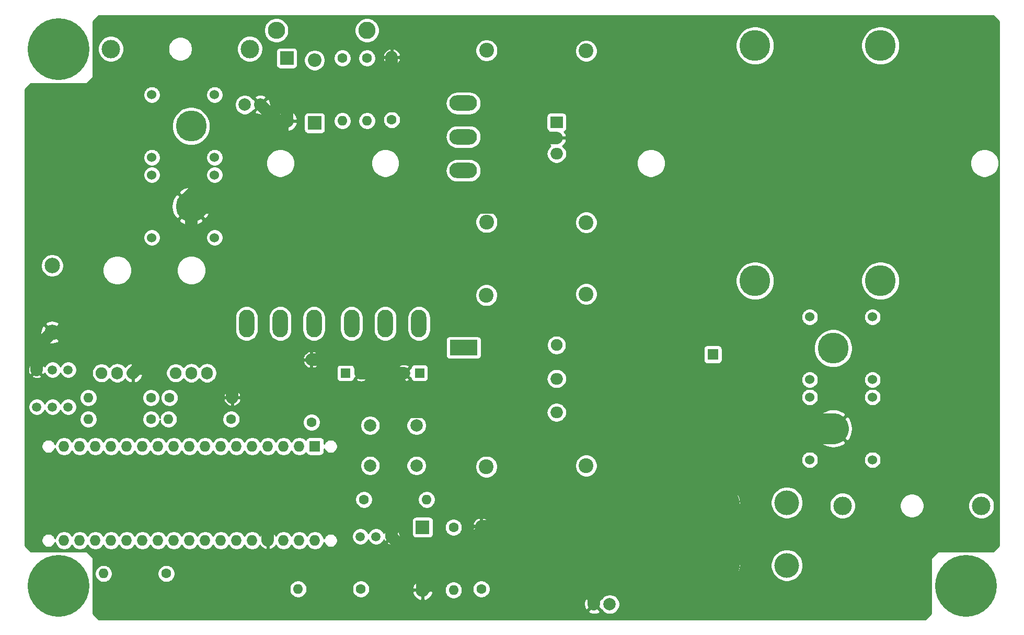
<source format=gbr>
%TF.GenerationSoftware,KiCad,Pcbnew,(5.1.8)-1*%
%TF.CreationDate,2020-11-22T17:52:55+01:00*%
%TF.ProjectId,dcconverter,6463636f-6e76-4657-9274-65722e6b6963,rev?*%
%TF.SameCoordinates,Original*%
%TF.FileFunction,Copper,L2,Inr*%
%TF.FilePolarity,Positive*%
%FSLAX46Y46*%
G04 Gerber Fmt 4.6, Leading zero omitted, Abs format (unit mm)*
G04 Created by KiCad (PCBNEW (5.1.8)-1) date 2020-11-22 17:52:55*
%MOMM*%
%LPD*%
G01*
G04 APERTURE LIST*
%TA.AperFunction,ComponentPad*%
%ADD10C,10.000000*%
%TD*%
%TA.AperFunction,WasherPad*%
%ADD11C,2.400000*%
%TD*%
%TA.AperFunction,ComponentPad*%
%ADD12O,1.727200X1.727200*%
%TD*%
%TA.AperFunction,ComponentPad*%
%ADD13R,1.727200X1.727200*%
%TD*%
%TA.AperFunction,ComponentPad*%
%ADD14O,1.600000X1.600000*%
%TD*%
%TA.AperFunction,ComponentPad*%
%ADD15C,1.600000*%
%TD*%
%TA.AperFunction,ComponentPad*%
%ADD16C,1.500000*%
%TD*%
%TA.AperFunction,ComponentPad*%
%ADD17O,1.905000X2.000000*%
%TD*%
%TA.AperFunction,ComponentPad*%
%ADD18C,1.905000*%
%TD*%
%TA.AperFunction,ComponentPad*%
%ADD19O,2.500000X4.500000*%
%TD*%
%TA.AperFunction,ComponentPad*%
%ADD20O,2.000000X1.905000*%
%TD*%
%TA.AperFunction,ComponentPad*%
%ADD21O,4.500000X2.500000*%
%TD*%
%TA.AperFunction,ComponentPad*%
%ADD22C,5.000000*%
%TD*%
%TA.AperFunction,ComponentPad*%
%ADD23C,2.000000*%
%TD*%
%TA.AperFunction,WasherPad*%
%ADD24C,1.524000*%
%TD*%
%TA.AperFunction,ComponentPad*%
%ADD25C,4.000000*%
%TD*%
%TA.AperFunction,ComponentPad*%
%ADD26C,2.500000*%
%TD*%
%TA.AperFunction,ComponentPad*%
%ADD27R,2.000000X1.905000*%
%TD*%
%TA.AperFunction,ComponentPad*%
%ADD28C,3.000000*%
%TD*%
%TA.AperFunction,ComponentPad*%
%ADD29O,2.800000X2.800000*%
%TD*%
%TA.AperFunction,ComponentPad*%
%ADD30C,2.800000*%
%TD*%
%TA.AperFunction,ComponentPad*%
%ADD31O,2.200000X2.200000*%
%TD*%
%TA.AperFunction,ComponentPad*%
%ADD32R,2.200000X2.200000*%
%TD*%
%TA.AperFunction,ComponentPad*%
%ADD33R,4.500000X2.500000*%
%TD*%
%TA.AperFunction,ComponentPad*%
%ADD34R,1.600000X1.600000*%
%TD*%
%TA.AperFunction,ComponentPad*%
%ADD35C,1.800000*%
%TD*%
%TA.AperFunction,ComponentPad*%
%ADD36R,1.800000X1.800000*%
%TD*%
%TA.AperFunction,Conductor*%
%ADD37C,2.000000*%
%TD*%
%TA.AperFunction,Conductor*%
%ADD38C,5.000000*%
%TD*%
%TA.AperFunction,Conductor*%
%ADD39C,0.250000*%
%TD*%
%TA.AperFunction,Conductor*%
%ADD40C,0.100000*%
%TD*%
G04 APERTURE END LIST*
D10*
%TO.N,N/C*%
%TO.C,REF\u002A\u002A*%
X168500000Y-108500000D03*
%TD*%
%TO.N,N/C*%
%TO.C,REF\u002A\u002A*%
X21500000Y-108500000D03*
%TD*%
%TO.N,N/C*%
%TO.C,REF\u002A\u002A*%
X21500000Y-21500000D03*
%TD*%
D11*
%TO.N,*%
%TO.C,HS-Q2*%
X106990000Y-61215000D03*
X106990000Y-89015000D03*
%TD*%
%TO.N,*%
%TO.C,HS-Q1*%
X90830000Y-61405000D03*
X90830000Y-89205000D03*
%TD*%
%TO.N,*%
%TO.C,HS-IC1*%
X106990000Y-21825000D03*
X106990000Y-49625000D03*
%TD*%
%TO.N,*%
%TO.C,HS-D1*%
X90855000Y-21745000D03*
X90855000Y-49545000D03*
%TD*%
D12*
%TO.N,N/C*%
%TO.C,XA1*%
X60520000Y-101120000D03*
X42740000Y-101120000D03*
X40200000Y-101120000D03*
X37660000Y-101120000D03*
X35120000Y-101120000D03*
%TO.N,Net-(R12-Pad1)*%
X32580000Y-101120000D03*
%TO.N,*%
X47820000Y-101120000D03*
%TO.N,Net-(R11-Pad2)*%
X24960000Y-85880000D03*
%TO.N,Net-(R8-Pad2)*%
X22420000Y-85880000D03*
%TO.N,Net-(R7-Pad2)*%
X22420000Y-101120000D03*
%TO.N,N/C*%
X27500000Y-101120000D03*
X27500000Y-85880000D03*
X30040000Y-85880000D03*
X32580000Y-85880000D03*
X35120000Y-85880000D03*
X37660000Y-85880000D03*
X40200000Y-85880000D03*
X42740000Y-85880000D03*
X45280000Y-85880000D03*
X47820000Y-85880000D03*
X57980000Y-85880000D03*
X55440000Y-85880000D03*
X60520000Y-85880000D03*
X52900000Y-101120000D03*
X24960000Y-101120000D03*
%TO.N,Net-(IC1-Pad3)*%
X50360000Y-101120000D03*
%TO.N,Net-(C1-Pad2)*%
X55440000Y-101120000D03*
%TO.N,N/C*%
X50360000Y-85880000D03*
X57980000Y-101120000D03*
%TO.N,Net-(R1-Pad2)*%
X30040000Y-101120000D03*
%TO.N,N/C*%
X63060000Y-101120000D03*
D13*
X63060000Y-85880000D03*
D12*
X52900000Y-85880000D03*
%TO.N,*%
X45280000Y-101120000D03*
%TD*%
D14*
%TO.N,Net-(R12-Pad1)*%
%TO.C,R13*%
X71500000Y-33160000D03*
D15*
%TO.N,Net-(D5-Pad1)*%
X71500000Y-23000000D03*
%TD*%
D14*
%TO.N,Net-(C1-Pad2)*%
%TO.C,R12*%
X75500000Y-22840000D03*
D15*
%TO.N,Net-(R12-Pad1)*%
X75500000Y-33000000D03*
%TD*%
D14*
%TO.N,Net-(R11-Pad2)*%
%TO.C,R11*%
X60340000Y-109000000D03*
D15*
%TO.N,Net-(Q10-Pad2)*%
X70500000Y-109000000D03*
%TD*%
D14*
%TO.N,Net-(Q10-Pad3)*%
%TO.C,R10*%
X81160000Y-94500000D03*
D15*
%TO.N,Net-(C3-Pad1)*%
X71000000Y-94500000D03*
%TD*%
D14*
%TO.N,Net-(Q5-Pad3)*%
%TO.C,R9*%
X26340000Y-78000000D03*
D15*
%TO.N,Net-(C5-Pad1)*%
X36500000Y-78000000D03*
%TD*%
D14*
%TO.N,Net-(R8-Pad2)*%
%TO.C,R8*%
X26340000Y-81500000D03*
D15*
%TO.N,Net-(Q6-Pad2)*%
X36500000Y-81500000D03*
%TD*%
D14*
%TO.N,Net-(R7-Pad2)*%
%TO.C,R7*%
X28840000Y-106500000D03*
D15*
%TO.N,Net-(Q5-Pad2)*%
X39000000Y-106500000D03*
%TD*%
D14*
%TO.N,Net-(C1-Pad2)*%
%TO.C,R6*%
X62500000Y-71840000D03*
D15*
%TO.N,Net-(C4-Pad2)*%
X62500000Y-82000000D03*
%TD*%
D14*
%TO.N,Net-(C4-Pad1)*%
%TO.C,R5*%
X67500000Y-33160000D03*
D15*
%TO.N,Net-(D5-Pad1)*%
X67500000Y-23000000D03*
%TD*%
D14*
%TO.N,Net-(C1-Pad2)*%
%TO.C,R4*%
X49660000Y-78000000D03*
D15*
%TO.N,Net-(C2-Pad2)*%
X39500000Y-78000000D03*
%TD*%
D14*
%TO.N,Net-(C2-Pad1)*%
%TO.C,R3*%
X39340000Y-81500000D03*
D15*
%TO.N,Net-(D5-Pad1)*%
X49500000Y-81500000D03*
%TD*%
D14*
%TO.N,Net-(C1-Pad2)*%
%TO.C,R2*%
X90000000Y-98840000D03*
D15*
%TO.N,Net-(R1-Pad2)*%
X90000000Y-109000000D03*
%TD*%
D14*
%TO.N,Net-(R1-Pad2)*%
%TO.C,R1*%
X85500000Y-109160000D03*
D15*
%TO.N,Net-(C1-Pad1)*%
X85500000Y-99000000D03*
%TD*%
D16*
%TO.N,Net-(C1-Pad2)*%
%TO.C,Q10*%
X75500000Y-100500000D03*
%TO.N,Net-(Q10-Pad2)*%
X70420000Y-100500000D03*
%TO.N,Net-(Q10-Pad3)*%
X72960000Y-100500000D03*
%TD*%
D17*
%TO.N,Net-(C1-Pad2)*%
%TO.C,Q8*%
X33580000Y-74000000D03*
%TO.N,Net-(Q1-Pad3)*%
X31040000Y-74000000D03*
D18*
%TO.N,Net-(Q5-Pad3)*%
X28500000Y-74000000D03*
%TD*%
D17*
%TO.N,Net-(C5-Pad1)*%
%TO.C,Q7*%
X45580000Y-74000000D03*
%TO.N,Net-(Q1-Pad3)*%
X43040000Y-74000000D03*
D18*
%TO.N,Net-(Q5-Pad3)*%
X40500000Y-74000000D03*
%TD*%
D16*
%TO.N,Net-(C1-Pad2)*%
%TO.C,Q6*%
X18000000Y-73500000D03*
%TO.N,Net-(Q6-Pad2)*%
X23080000Y-73500000D03*
%TO.N,Net-(Q5-Pad1)*%
X20540000Y-73500000D03*
%TD*%
%TO.N,Net-(Q5-Pad1)*%
%TO.C,Q5*%
X18000000Y-79500000D03*
%TO.N,Net-(Q5-Pad2)*%
X23080000Y-79500000D03*
%TO.N,Net-(Q5-Pad3)*%
X20540000Y-79500000D03*
%TD*%
D19*
%TO.N,Net-(C5-Pad1)*%
%TO.C,Q4*%
X79900000Y-66000000D03*
%TO.N,Net-(D5-Pad1)*%
X74450000Y-66000000D03*
%TO.N,Net-(C4-Pad1)*%
X69000000Y-66000000D03*
%TD*%
%TO.N,Net-(C3-Pad1)*%
%TO.C,Q3*%
X62900000Y-66000000D03*
%TO.N,Net-(D5-Pad1)*%
X57450000Y-66000000D03*
%TO.N,Net-(C2-Pad1)*%
X52000000Y-66000000D03*
%TD*%
D20*
%TO.N,Net-(C1-Pad1)*%
%TO.C,Q2*%
X102190000Y-80380000D03*
%TO.N,Net-(F2-Pad2)*%
X102190000Y-74930000D03*
D18*
%TO.N,Net-(Q10-Pad3)*%
X102190000Y-69480000D03*
%TD*%
D21*
%TO.N,Net-(D1-Pad1)*%
%TO.C,Q1*%
X87100000Y-41200000D03*
%TO.N,Net-(D5-Pad1)*%
X87100000Y-35750000D03*
%TO.N,Net-(Q1-Pad3)*%
X87100000Y-30300000D03*
%TD*%
D22*
%TO.N,Net-(D1-Pad1)*%
%TO.C,L1*%
X134340000Y-20950000D03*
%TO.N,Net-(C1-Pad1)*%
X134340000Y-59050000D03*
%TO.N,Net-(D1-Pad1)*%
X154660000Y-20950000D03*
%TO.N,Net-(C1-Pad1)*%
X154660000Y-59050000D03*
%TD*%
D23*
%TO.N,Net-(IC1-Pad3)*%
%TO.C,J8*%
X51690000Y-30540000D03*
%TO.N,Net-(C1-Pad2)*%
X54230000Y-30540000D03*
%TD*%
%TO.N,Net-(IC1-Pad3)*%
%TO.C,J7*%
X110810000Y-111460000D03*
%TO.N,Net-(C1-Pad2)*%
X108270000Y-111460000D03*
%TD*%
D22*
%TO.N,Net-(C1-Pad2)*%
%TO.C,J6*%
X147000000Y-83000000D03*
D24*
%TO.N,*%
X153360000Y-88080000D03*
X143200000Y-77920000D03*
X143200000Y-88080000D03*
X153360000Y-77920000D03*
%TD*%
D22*
%TO.N,Net-(F2-Pad1)*%
%TO.C,J5*%
X147000000Y-70000000D03*
D24*
%TO.N,*%
X153360000Y-75080000D03*
X143200000Y-64920000D03*
X143200000Y-75080000D03*
X153360000Y-64920000D03*
%TD*%
D25*
%TO.N,Net-(C1-Pad2)*%
%TO.C,J4*%
X129340000Y-95000000D03*
X129340000Y-105160000D03*
%TO.N,Net-(F2-Pad1)*%
X139500000Y-105160000D03*
X139500000Y-95000000D03*
%TD*%
D22*
%TO.N,Net-(C1-Pad2)*%
%TO.C,J3*%
X43000000Y-47000000D03*
D24*
%TO.N,*%
X36640000Y-41920000D03*
X46800000Y-52080000D03*
X46800000Y-41920000D03*
X36640000Y-52080000D03*
%TD*%
D22*
%TO.N,Net-(F1-Pad2)*%
%TO.C,J2*%
X43000000Y-34000000D03*
D24*
%TO.N,*%
X36640000Y-28920000D03*
X46800000Y-39080000D03*
X46800000Y-28920000D03*
X36640000Y-39080000D03*
%TD*%
D26*
%TO.N,Net-(F1-Pad2)*%
%TO.C,J1*%
X20500000Y-56600000D03*
%TO.N,Net-(C1-Pad2)*%
X20500000Y-67400000D03*
%TD*%
D20*
%TO.N,Net-(IC1-Pad3)*%
%TO.C,IC1*%
X102190000Y-38465000D03*
%TO.N,Net-(C1-Pad2)*%
X102190000Y-35925000D03*
D27*
%TO.N,Net-(C3-Pad1)*%
X102190000Y-33385000D03*
%TD*%
D28*
%TO.N,Net-(F2-Pad2)*%
%TO.C,F2*%
X148500000Y-95500000D03*
%TO.N,Net-(F2-Pad1)*%
X171000000Y-95500000D03*
%TD*%
%TO.N,Net-(F1-Pad2)*%
%TO.C,F1*%
X30000000Y-21500000D03*
%TO.N,Net-(D5-Pad2)*%
X52500000Y-21500000D03*
%TD*%
D29*
%TO.N,Net-(D5-Pad2)*%
%TO.C,D5*%
X56800000Y-18500000D03*
D30*
%TO.N,Net-(D5-Pad1)*%
X71500000Y-18500000D03*
%TD*%
D31*
%TO.N,Net-(C1-Pad2)*%
%TO.C,D4*%
X58500000Y-33160000D03*
D32*
%TO.N,Net-(D3-Pad2)*%
X58500000Y-23000000D03*
%TD*%
D31*
%TO.N,Net-(D3-Pad2)*%
%TO.C,D3*%
X63000000Y-23340000D03*
D32*
%TO.N,Net-(C4-Pad1)*%
X63000000Y-33500000D03*
%TD*%
D31*
%TO.N,Net-(C1-Pad2)*%
%TO.C,D2*%
X80500000Y-109160000D03*
D32*
%TO.N,Net-(C2-Pad1)*%
X80500000Y-99000000D03*
%TD*%
D21*
%TO.N,Net-(C1-Pad2)*%
%TO.C,D1*%
X87130000Y-80805000D03*
D33*
%TO.N,Net-(D1-Pad1)*%
X87130000Y-69905000D03*
%TD*%
D15*
%TO.N,Net-(C1-Pad2)*%
%TO.C,C5*%
X77500000Y-74000000D03*
D34*
%TO.N,Net-(C5-Pad1)*%
X80000000Y-74000000D03*
%TD*%
D23*
%TO.N,Net-(C4-Pad2)*%
%TO.C,C4*%
X79500000Y-82500000D03*
%TO.N,Net-(C4-Pad1)*%
X72000000Y-82500000D03*
%TD*%
D15*
%TO.N,Net-(C1-Pad2)*%
%TO.C,C3*%
X70500000Y-74000000D03*
D34*
%TO.N,Net-(C3-Pad1)*%
X68000000Y-74000000D03*
%TD*%
D23*
%TO.N,Net-(C2-Pad2)*%
%TO.C,C2*%
X72000000Y-89000000D03*
%TO.N,Net-(C2-Pad1)*%
X79500000Y-89000000D03*
%TD*%
D35*
%TO.N,Net-(C1-Pad2)*%
%TO.C,C1*%
X127500000Y-83500000D03*
D36*
%TO.N,Net-(C1-Pad1)*%
X127500000Y-71000000D03*
%TD*%
D37*
%TO.N,Net-(C1-Pad2)*%
X37000000Y-70580000D02*
X33580000Y-74000000D01*
X43000000Y-51000000D02*
X37000000Y-57000000D01*
X43000000Y-47000000D02*
X43000000Y-51000000D01*
X49660000Y-78000000D02*
X49660000Y-72660000D01*
X47580000Y-70580000D02*
X37000000Y-70580000D01*
X49660000Y-72660000D02*
X47580000Y-70580000D01*
X36900000Y-67400000D02*
X37000000Y-67500000D01*
X20500000Y-67400000D02*
X36900000Y-67400000D01*
X37000000Y-67500000D02*
X37000000Y-70580000D01*
X37000000Y-57000000D02*
X37000000Y-67500000D01*
X20500000Y-67400000D02*
X18400000Y-69500000D01*
X18400000Y-69500000D02*
X18400000Y-69600000D01*
X18000000Y-70000000D02*
X18000000Y-73500000D01*
X18400000Y-69600000D02*
X18000000Y-70000000D01*
X43000000Y-47000000D02*
X48000000Y-47000000D01*
X48000000Y-47000000D02*
X50500000Y-44500000D01*
X50500000Y-41160000D02*
X58500000Y-33160000D01*
X50500000Y-44500000D02*
X50500000Y-41160000D01*
X56850000Y-33160000D02*
X54230000Y-30540000D01*
X58500000Y-33160000D02*
X56850000Y-33160000D01*
X58500000Y-33160000D02*
X58500000Y-31000000D01*
X58500000Y-31000000D02*
X61500000Y-28000000D01*
X61500000Y-28000000D02*
X73000000Y-28000000D01*
X75500000Y-25500000D02*
X75500000Y-22840000D01*
X73000000Y-28000000D02*
X75500000Y-25500000D01*
X102190000Y-35925000D02*
X97075000Y-35925000D01*
D38*
X97075000Y-35925000D02*
X97075000Y-39925000D01*
X44355001Y-45644999D02*
X43000000Y-47000000D01*
X91355001Y-45644999D02*
X44355001Y-45644999D01*
X128000000Y-83000000D02*
X127500000Y-83500000D01*
X147000000Y-83000000D02*
X128000000Y-83000000D01*
X127500000Y-93160000D02*
X129340000Y-95000000D01*
X127500000Y-83500000D02*
X127500000Y-93160000D01*
X129340000Y-95000000D02*
X129340000Y-105160000D01*
X90805000Y-80805000D02*
X87130000Y-80805000D01*
X85124999Y-78799999D02*
X77799999Y-78799999D01*
X87130000Y-80805000D02*
X85124999Y-78799999D01*
X77799999Y-78799999D02*
X74000000Y-75000000D01*
D37*
X75000000Y-74000000D02*
X74000000Y-75000000D01*
X77500000Y-74000000D02*
X75000000Y-74000000D01*
X73000000Y-74000000D02*
X74000000Y-75000000D01*
X70500000Y-74000000D02*
X73000000Y-74000000D01*
D38*
X95250000Y-65750000D02*
X95250000Y-41750000D01*
X93500000Y-67500000D02*
X95250000Y-65750000D01*
X93500000Y-73500000D02*
X93500000Y-67500000D01*
X90805000Y-76195000D02*
X93500000Y-73500000D01*
X90805000Y-80805000D02*
X90805000Y-76195000D01*
X95250000Y-41750000D02*
X91355001Y-45644999D01*
X97075000Y-39925000D02*
X95250000Y-41750000D01*
D37*
X118770000Y-105270000D02*
X118660000Y-105160000D01*
D38*
X118660000Y-105160000D02*
X115160000Y-105160000D01*
X129340000Y-105160000D02*
X118660000Y-105160000D01*
D37*
X93160000Y-98840000D02*
X101000000Y-91000000D01*
X90000000Y-98840000D02*
X93160000Y-98840000D01*
D38*
X101000000Y-91000000D02*
X90805000Y-80805000D01*
X115160000Y-105160000D02*
X101000000Y-91000000D01*
D37*
X90000000Y-99660000D02*
X80500000Y-109160000D01*
X90000000Y-98840000D02*
X90000000Y-99660000D01*
X80500000Y-105500000D02*
X75500000Y-100500000D01*
X80500000Y-109160000D02*
X80500000Y-105500000D01*
X75500000Y-100500000D02*
X75500000Y-99000000D01*
X75500000Y-99000000D02*
X74500000Y-98000000D01*
X55440000Y-99653072D02*
X55440000Y-101120000D01*
X57093072Y-98000000D02*
X55440000Y-99653072D01*
X74500000Y-98000000D02*
X57093072Y-98000000D01*
X70500000Y-74000000D02*
X70500000Y-72000000D01*
X70340000Y-71840000D02*
X62500000Y-71840000D01*
X70500000Y-72000000D02*
X70340000Y-71840000D01*
X113155787Y-105160000D02*
X115160000Y-105160000D01*
X108270000Y-110045787D02*
X113155787Y-105160000D01*
X108270000Y-111460000D02*
X108270000Y-110045787D01*
%TD*%
D39*
%TO.N,Net-(C1-Pad2)*%
X173875000Y-17051776D02*
X173875000Y-101948224D01*
X172948224Y-102875000D01*
X164000000Y-102875000D01*
X163975614Y-102877402D01*
X163952165Y-102884515D01*
X163930554Y-102896066D01*
X163911612Y-102911612D01*
X162911612Y-103911612D01*
X162896066Y-103930554D01*
X162884515Y-103952165D01*
X162877402Y-103975614D01*
X162875000Y-104000000D01*
X162875000Y-112948224D01*
X161948224Y-113875000D01*
X28051776Y-113875000D01*
X27125000Y-112948224D01*
X27125000Y-112595633D01*
X107316800Y-112595633D01*
X107412852Y-112859232D01*
X107702298Y-112999568D01*
X108013561Y-113080739D01*
X108334680Y-113099626D01*
X108653312Y-113055502D01*
X108957214Y-112950064D01*
X109127148Y-112859232D01*
X109223200Y-112595633D01*
X108270000Y-111642434D01*
X107316800Y-112595633D01*
X27125000Y-112595633D01*
X27125000Y-111524680D01*
X106630374Y-111524680D01*
X106674498Y-111843312D01*
X106779936Y-112147214D01*
X106870768Y-112317148D01*
X107134367Y-112413200D01*
X108087566Y-111460000D01*
X108452434Y-111460000D01*
X109405633Y-112413200D01*
X109475521Y-112387734D01*
X109547780Y-112495877D01*
X109774123Y-112722220D01*
X110040274Y-112900057D01*
X110336005Y-113022552D01*
X110649951Y-113085000D01*
X110970049Y-113085000D01*
X111283995Y-113022552D01*
X111579726Y-112900057D01*
X111845877Y-112722220D01*
X112072220Y-112495877D01*
X112250057Y-112229726D01*
X112372552Y-111933995D01*
X112435000Y-111620049D01*
X112435000Y-111299951D01*
X112372552Y-110986005D01*
X112250057Y-110690274D01*
X112072220Y-110424123D01*
X111845877Y-110197780D01*
X111579726Y-110019943D01*
X111283995Y-109897448D01*
X110970049Y-109835000D01*
X110649951Y-109835000D01*
X110336005Y-109897448D01*
X110040274Y-110019943D01*
X109774123Y-110197780D01*
X109547780Y-110424123D01*
X109475521Y-110532266D01*
X109405633Y-110506800D01*
X108452434Y-111460000D01*
X108087566Y-111460000D01*
X107134367Y-110506800D01*
X106870768Y-110602852D01*
X106730432Y-110892298D01*
X106649261Y-111203561D01*
X106630374Y-111524680D01*
X27125000Y-111524680D01*
X27125000Y-108859650D01*
X58915000Y-108859650D01*
X58915000Y-109140350D01*
X58969762Y-109415657D01*
X59077181Y-109674991D01*
X59233130Y-109908385D01*
X59431615Y-110106870D01*
X59665009Y-110262819D01*
X59924343Y-110370238D01*
X60199650Y-110425000D01*
X60480350Y-110425000D01*
X60755657Y-110370238D01*
X61014991Y-110262819D01*
X61248385Y-110106870D01*
X61446870Y-109908385D01*
X61602819Y-109674991D01*
X61710238Y-109415657D01*
X61765000Y-109140350D01*
X61765000Y-108859650D01*
X69075000Y-108859650D01*
X69075000Y-109140350D01*
X69129762Y-109415657D01*
X69237181Y-109674991D01*
X69393130Y-109908385D01*
X69591615Y-110106870D01*
X69825009Y-110262819D01*
X70084343Y-110370238D01*
X70359650Y-110425000D01*
X70640350Y-110425000D01*
X70915657Y-110370238D01*
X71174991Y-110262819D01*
X71408385Y-110106870D01*
X71606870Y-109908385D01*
X71762819Y-109674991D01*
X71811376Y-109557761D01*
X78813261Y-109557761D01*
X78923271Y-109879185D01*
X79093873Y-110172971D01*
X79318512Y-110427829D01*
X79588555Y-110633965D01*
X79893624Y-110783457D01*
X80102239Y-110846735D01*
X80371000Y-110729457D01*
X80371000Y-109289000D01*
X80629000Y-109289000D01*
X80629000Y-110729457D01*
X80897761Y-110846735D01*
X81106376Y-110783457D01*
X81411445Y-110633965D01*
X81681488Y-110427829D01*
X81906127Y-110172971D01*
X82076729Y-109879185D01*
X82186739Y-109557761D01*
X82069946Y-109289000D01*
X80629000Y-109289000D01*
X80371000Y-109289000D01*
X78930054Y-109289000D01*
X78813261Y-109557761D01*
X71811376Y-109557761D01*
X71870238Y-109415657D01*
X71925000Y-109140350D01*
X71925000Y-108859650D01*
X71905624Y-108762239D01*
X78813261Y-108762239D01*
X78930054Y-109031000D01*
X80371000Y-109031000D01*
X80371000Y-107590543D01*
X80629000Y-107590543D01*
X80629000Y-109031000D01*
X82069946Y-109031000D01*
X82074878Y-109019650D01*
X84075000Y-109019650D01*
X84075000Y-109300350D01*
X84129762Y-109575657D01*
X84237181Y-109834991D01*
X84393130Y-110068385D01*
X84591615Y-110266870D01*
X84825009Y-110422819D01*
X85084343Y-110530238D01*
X85359650Y-110585000D01*
X85640350Y-110585000D01*
X85915657Y-110530238D01*
X86174991Y-110422819D01*
X86408385Y-110266870D01*
X86606870Y-110068385D01*
X86762819Y-109834991D01*
X86870238Y-109575657D01*
X86925000Y-109300350D01*
X86925000Y-109019650D01*
X86893175Y-108859650D01*
X88575000Y-108859650D01*
X88575000Y-109140350D01*
X88629762Y-109415657D01*
X88737181Y-109674991D01*
X88893130Y-109908385D01*
X89091615Y-110106870D01*
X89325009Y-110262819D01*
X89584343Y-110370238D01*
X89859650Y-110425000D01*
X90140350Y-110425000D01*
X90415657Y-110370238D01*
X90526400Y-110324367D01*
X107316800Y-110324367D01*
X108270000Y-111277566D01*
X109223200Y-110324367D01*
X109127148Y-110060768D01*
X108837702Y-109920432D01*
X108526439Y-109839261D01*
X108205320Y-109820374D01*
X107886688Y-109864498D01*
X107582786Y-109969936D01*
X107412852Y-110060768D01*
X107316800Y-110324367D01*
X90526400Y-110324367D01*
X90674991Y-110262819D01*
X90908385Y-110106870D01*
X91106870Y-109908385D01*
X91262819Y-109674991D01*
X91370238Y-109415657D01*
X91425000Y-109140350D01*
X91425000Y-108859650D01*
X91370238Y-108584343D01*
X91262819Y-108325009D01*
X91106870Y-108091615D01*
X90908385Y-107893130D01*
X90674991Y-107737181D01*
X90415657Y-107629762D01*
X90140350Y-107575000D01*
X89859650Y-107575000D01*
X89584343Y-107629762D01*
X89325009Y-107737181D01*
X89091615Y-107893130D01*
X88893130Y-108091615D01*
X88737181Y-108325009D01*
X88629762Y-108584343D01*
X88575000Y-108859650D01*
X86893175Y-108859650D01*
X86870238Y-108744343D01*
X86762819Y-108485009D01*
X86606870Y-108251615D01*
X86408385Y-108053130D01*
X86174991Y-107897181D01*
X85915657Y-107789762D01*
X85640350Y-107735000D01*
X85359650Y-107735000D01*
X85084343Y-107789762D01*
X84825009Y-107897181D01*
X84591615Y-108053130D01*
X84393130Y-108251615D01*
X84237181Y-108485009D01*
X84129762Y-108744343D01*
X84075000Y-109019650D01*
X82074878Y-109019650D01*
X82186739Y-108762239D01*
X82076729Y-108440815D01*
X81906127Y-108147029D01*
X81681488Y-107892171D01*
X81411445Y-107686035D01*
X81106376Y-107536543D01*
X80897761Y-107473265D01*
X80629000Y-107590543D01*
X80371000Y-107590543D01*
X80102239Y-107473265D01*
X79893624Y-107536543D01*
X79588555Y-107686035D01*
X79318512Y-107892171D01*
X79093873Y-108147029D01*
X78923271Y-108440815D01*
X78813261Y-108762239D01*
X71905624Y-108762239D01*
X71870238Y-108584343D01*
X71762819Y-108325009D01*
X71606870Y-108091615D01*
X71408385Y-107893130D01*
X71174991Y-107737181D01*
X70915657Y-107629762D01*
X70640350Y-107575000D01*
X70359650Y-107575000D01*
X70084343Y-107629762D01*
X69825009Y-107737181D01*
X69591615Y-107893130D01*
X69393130Y-108091615D01*
X69237181Y-108325009D01*
X69129762Y-108584343D01*
X69075000Y-108859650D01*
X61765000Y-108859650D01*
X61710238Y-108584343D01*
X61602819Y-108325009D01*
X61446870Y-108091615D01*
X61248385Y-107893130D01*
X61014991Y-107737181D01*
X60755657Y-107629762D01*
X60480350Y-107575000D01*
X60199650Y-107575000D01*
X59924343Y-107629762D01*
X59665009Y-107737181D01*
X59431615Y-107893130D01*
X59233130Y-108091615D01*
X59077181Y-108325009D01*
X58969762Y-108584343D01*
X58915000Y-108859650D01*
X27125000Y-108859650D01*
X27125000Y-106359650D01*
X27415000Y-106359650D01*
X27415000Y-106640350D01*
X27469762Y-106915657D01*
X27577181Y-107174991D01*
X27733130Y-107408385D01*
X27931615Y-107606870D01*
X28165009Y-107762819D01*
X28424343Y-107870238D01*
X28699650Y-107925000D01*
X28980350Y-107925000D01*
X29255657Y-107870238D01*
X29514991Y-107762819D01*
X29748385Y-107606870D01*
X29946870Y-107408385D01*
X30102819Y-107174991D01*
X30210238Y-106915657D01*
X30265000Y-106640350D01*
X30265000Y-106359650D01*
X37575000Y-106359650D01*
X37575000Y-106640350D01*
X37629762Y-106915657D01*
X37737181Y-107174991D01*
X37893130Y-107408385D01*
X38091615Y-107606870D01*
X38325009Y-107762819D01*
X38584343Y-107870238D01*
X38859650Y-107925000D01*
X39140350Y-107925000D01*
X39415657Y-107870238D01*
X39674991Y-107762819D01*
X39908385Y-107606870D01*
X40106870Y-107408385D01*
X40262819Y-107174991D01*
X40332083Y-107007771D01*
X127674662Y-107007771D01*
X127891086Y-107373726D01*
X128350803Y-107613860D01*
X128848534Y-107759692D01*
X129365152Y-107805620D01*
X129880803Y-107749878D01*
X130375672Y-107594609D01*
X130788914Y-107373726D01*
X131005338Y-107007771D01*
X129340000Y-105342434D01*
X127674662Y-107007771D01*
X40332083Y-107007771D01*
X40370238Y-106915657D01*
X40425000Y-106640350D01*
X40425000Y-106359650D01*
X40370238Y-106084343D01*
X40262819Y-105825009D01*
X40106870Y-105591615D01*
X39908385Y-105393130D01*
X39674991Y-105237181D01*
X39549382Y-105185152D01*
X126694380Y-105185152D01*
X126750122Y-105700803D01*
X126905391Y-106195672D01*
X127126274Y-106608914D01*
X127492229Y-106825338D01*
X129157566Y-105160000D01*
X129522434Y-105160000D01*
X131187771Y-106825338D01*
X131553726Y-106608914D01*
X131793860Y-106149197D01*
X131939692Y-105651466D01*
X131985620Y-105134848D01*
X131960391Y-104901460D01*
X136875000Y-104901460D01*
X136875000Y-105418540D01*
X136975878Y-105925684D01*
X137173755Y-106403404D01*
X137461030Y-106833340D01*
X137826660Y-107198970D01*
X138256596Y-107486245D01*
X138734316Y-107684122D01*
X139241460Y-107785000D01*
X139758540Y-107785000D01*
X140265684Y-107684122D01*
X140743404Y-107486245D01*
X141173340Y-107198970D01*
X141538970Y-106833340D01*
X141826245Y-106403404D01*
X142024122Y-105925684D01*
X142125000Y-105418540D01*
X142125000Y-104901460D01*
X142024122Y-104394316D01*
X141826245Y-103916596D01*
X141538970Y-103486660D01*
X141173340Y-103121030D01*
X140743404Y-102833755D01*
X140265684Y-102635878D01*
X139758540Y-102535000D01*
X139241460Y-102535000D01*
X138734316Y-102635878D01*
X138256596Y-102833755D01*
X137826660Y-103121030D01*
X137461030Y-103486660D01*
X137173755Y-103916596D01*
X136975878Y-104394316D01*
X136875000Y-104901460D01*
X131960391Y-104901460D01*
X131929878Y-104619197D01*
X131774609Y-104124328D01*
X131553726Y-103711086D01*
X131187771Y-103494662D01*
X129522434Y-105160000D01*
X129157566Y-105160000D01*
X127492229Y-103494662D01*
X127126274Y-103711086D01*
X126886140Y-104170803D01*
X126740308Y-104668534D01*
X126694380Y-105185152D01*
X39549382Y-105185152D01*
X39415657Y-105129762D01*
X39140350Y-105075000D01*
X38859650Y-105075000D01*
X38584343Y-105129762D01*
X38325009Y-105237181D01*
X38091615Y-105393130D01*
X37893130Y-105591615D01*
X37737181Y-105825009D01*
X37629762Y-106084343D01*
X37575000Y-106359650D01*
X30265000Y-106359650D01*
X30210238Y-106084343D01*
X30102819Y-105825009D01*
X29946870Y-105591615D01*
X29748385Y-105393130D01*
X29514991Y-105237181D01*
X29255657Y-105129762D01*
X28980350Y-105075000D01*
X28699650Y-105075000D01*
X28424343Y-105129762D01*
X28165009Y-105237181D01*
X27931615Y-105393130D01*
X27733130Y-105591615D01*
X27577181Y-105825009D01*
X27469762Y-106084343D01*
X27415000Y-106359650D01*
X27125000Y-106359650D01*
X27125000Y-104000000D01*
X27122598Y-103975614D01*
X27115485Y-103952165D01*
X27103934Y-103930554D01*
X27088388Y-103911612D01*
X26489005Y-103312229D01*
X127674662Y-103312229D01*
X129340000Y-104977566D01*
X131005338Y-103312229D01*
X130788914Y-102946274D01*
X130329197Y-102706140D01*
X129831466Y-102560308D01*
X129314848Y-102514380D01*
X128799197Y-102570122D01*
X128304328Y-102725391D01*
X127891086Y-102946274D01*
X127674662Y-103312229D01*
X26489005Y-103312229D01*
X26088388Y-102911612D01*
X26069446Y-102896066D01*
X26047835Y-102884515D01*
X26024386Y-102877402D01*
X26000000Y-102875000D01*
X17051776Y-102875000D01*
X16125000Y-101948224D01*
X16125000Y-101008409D01*
X18747000Y-101008409D01*
X18747000Y-101231591D01*
X18790541Y-101450484D01*
X18875949Y-101656677D01*
X18999942Y-101842245D01*
X19157755Y-102000058D01*
X19343323Y-102124051D01*
X19549516Y-102209459D01*
X19768409Y-102253000D01*
X19991591Y-102253000D01*
X20210484Y-102209459D01*
X20416677Y-102124051D01*
X20602245Y-102000058D01*
X20760058Y-101842245D01*
X20884051Y-101656677D01*
X20968456Y-101452906D01*
X20988606Y-101554209D01*
X21100820Y-101825117D01*
X21263729Y-102068927D01*
X21471073Y-102276271D01*
X21714883Y-102439180D01*
X21985791Y-102551394D01*
X22273386Y-102608600D01*
X22566614Y-102608600D01*
X22854209Y-102551394D01*
X23125117Y-102439180D01*
X23368927Y-102276271D01*
X23576271Y-102068927D01*
X23690000Y-101898720D01*
X23803729Y-102068927D01*
X24011073Y-102276271D01*
X24254883Y-102439180D01*
X24525791Y-102551394D01*
X24813386Y-102608600D01*
X25106614Y-102608600D01*
X25394209Y-102551394D01*
X25665117Y-102439180D01*
X25908927Y-102276271D01*
X26116271Y-102068927D01*
X26230000Y-101898720D01*
X26343729Y-102068927D01*
X26551073Y-102276271D01*
X26794883Y-102439180D01*
X27065791Y-102551394D01*
X27353386Y-102608600D01*
X27646614Y-102608600D01*
X27934209Y-102551394D01*
X28205117Y-102439180D01*
X28448927Y-102276271D01*
X28656271Y-102068927D01*
X28770000Y-101898720D01*
X28883729Y-102068927D01*
X29091073Y-102276271D01*
X29334883Y-102439180D01*
X29605791Y-102551394D01*
X29893386Y-102608600D01*
X30186614Y-102608600D01*
X30474209Y-102551394D01*
X30745117Y-102439180D01*
X30988927Y-102276271D01*
X31196271Y-102068927D01*
X31310000Y-101898720D01*
X31423729Y-102068927D01*
X31631073Y-102276271D01*
X31874883Y-102439180D01*
X32145791Y-102551394D01*
X32433386Y-102608600D01*
X32726614Y-102608600D01*
X33014209Y-102551394D01*
X33285117Y-102439180D01*
X33528927Y-102276271D01*
X33736271Y-102068927D01*
X33850000Y-101898720D01*
X33963729Y-102068927D01*
X34171073Y-102276271D01*
X34414883Y-102439180D01*
X34685791Y-102551394D01*
X34973386Y-102608600D01*
X35266614Y-102608600D01*
X35554209Y-102551394D01*
X35825117Y-102439180D01*
X36068927Y-102276271D01*
X36276271Y-102068927D01*
X36390000Y-101898720D01*
X36503729Y-102068927D01*
X36711073Y-102276271D01*
X36954883Y-102439180D01*
X37225791Y-102551394D01*
X37513386Y-102608600D01*
X37806614Y-102608600D01*
X38094209Y-102551394D01*
X38365117Y-102439180D01*
X38608927Y-102276271D01*
X38816271Y-102068927D01*
X38930000Y-101898720D01*
X39043729Y-102068927D01*
X39251073Y-102276271D01*
X39494883Y-102439180D01*
X39765791Y-102551394D01*
X40053386Y-102608600D01*
X40346614Y-102608600D01*
X40634209Y-102551394D01*
X40905117Y-102439180D01*
X41148927Y-102276271D01*
X41356271Y-102068927D01*
X41470000Y-101898720D01*
X41583729Y-102068927D01*
X41791073Y-102276271D01*
X42034883Y-102439180D01*
X42305791Y-102551394D01*
X42593386Y-102608600D01*
X42886614Y-102608600D01*
X43174209Y-102551394D01*
X43445117Y-102439180D01*
X43688927Y-102276271D01*
X43896271Y-102068927D01*
X44010000Y-101898720D01*
X44123729Y-102068927D01*
X44331073Y-102276271D01*
X44574883Y-102439180D01*
X44845791Y-102551394D01*
X45133386Y-102608600D01*
X45426614Y-102608600D01*
X45714209Y-102551394D01*
X45985117Y-102439180D01*
X46228927Y-102276271D01*
X46436271Y-102068927D01*
X46550000Y-101898720D01*
X46663729Y-102068927D01*
X46871073Y-102276271D01*
X47114883Y-102439180D01*
X47385791Y-102551394D01*
X47673386Y-102608600D01*
X47966614Y-102608600D01*
X48254209Y-102551394D01*
X48525117Y-102439180D01*
X48768927Y-102276271D01*
X48976271Y-102068927D01*
X49090000Y-101898720D01*
X49203729Y-102068927D01*
X49411073Y-102276271D01*
X49654883Y-102439180D01*
X49925791Y-102551394D01*
X50213386Y-102608600D01*
X50506614Y-102608600D01*
X50794209Y-102551394D01*
X51065117Y-102439180D01*
X51308927Y-102276271D01*
X51516271Y-102068927D01*
X51630000Y-101898720D01*
X51743729Y-102068927D01*
X51951073Y-102276271D01*
X52194883Y-102439180D01*
X52465791Y-102551394D01*
X52753386Y-102608600D01*
X53046614Y-102608600D01*
X53334209Y-102551394D01*
X53605117Y-102439180D01*
X53848927Y-102276271D01*
X54056271Y-102068927D01*
X54166631Y-101903762D01*
X54333157Y-102127335D01*
X54550946Y-102323914D01*
X54802901Y-102474227D01*
X55079339Y-102572498D01*
X55311000Y-102452785D01*
X55311000Y-101249000D01*
X55291000Y-101249000D01*
X55291000Y-100991000D01*
X55311000Y-100991000D01*
X55311000Y-99787215D01*
X55569000Y-99787215D01*
X55569000Y-100991000D01*
X55589000Y-100991000D01*
X55589000Y-101249000D01*
X55569000Y-101249000D01*
X55569000Y-102452785D01*
X55800661Y-102572498D01*
X56077099Y-102474227D01*
X56329054Y-102323914D01*
X56546843Y-102127335D01*
X56713369Y-101903762D01*
X56823729Y-102068927D01*
X57031073Y-102276271D01*
X57274883Y-102439180D01*
X57545791Y-102551394D01*
X57833386Y-102608600D01*
X58126614Y-102608600D01*
X58414209Y-102551394D01*
X58685117Y-102439180D01*
X58928927Y-102276271D01*
X59136271Y-102068927D01*
X59250000Y-101898720D01*
X59363729Y-102068927D01*
X59571073Y-102276271D01*
X59814883Y-102439180D01*
X60085791Y-102551394D01*
X60373386Y-102608600D01*
X60666614Y-102608600D01*
X60954209Y-102551394D01*
X61225117Y-102439180D01*
X61468927Y-102276271D01*
X61676271Y-102068927D01*
X61790000Y-101898720D01*
X61903729Y-102068927D01*
X62111073Y-102276271D01*
X62354883Y-102439180D01*
X62625791Y-102551394D01*
X62913386Y-102608600D01*
X63206614Y-102608600D01*
X63494209Y-102551394D01*
X63765117Y-102439180D01*
X64008927Y-102276271D01*
X64216271Y-102068927D01*
X64379180Y-101825117D01*
X64491394Y-101554209D01*
X64511544Y-101452906D01*
X64595949Y-101656677D01*
X64719942Y-101842245D01*
X64877755Y-102000058D01*
X65063323Y-102124051D01*
X65269516Y-102209459D01*
X65488409Y-102253000D01*
X65711591Y-102253000D01*
X65930484Y-102209459D01*
X66136677Y-102124051D01*
X66322245Y-102000058D01*
X66480058Y-101842245D01*
X66604051Y-101656677D01*
X66689459Y-101450484D01*
X66733000Y-101231591D01*
X66733000Y-101008409D01*
X66689459Y-100789516D01*
X66604051Y-100583323D01*
X66480058Y-100397755D01*
X66446877Y-100364574D01*
X69045000Y-100364574D01*
X69045000Y-100635426D01*
X69097841Y-100901073D01*
X69201491Y-101151307D01*
X69351968Y-101376511D01*
X69543489Y-101568032D01*
X69768693Y-101718509D01*
X70018927Y-101822159D01*
X70284574Y-101875000D01*
X70555426Y-101875000D01*
X70821073Y-101822159D01*
X71071307Y-101718509D01*
X71296511Y-101568032D01*
X71488032Y-101376511D01*
X71638509Y-101151307D01*
X71690000Y-101026996D01*
X71741491Y-101151307D01*
X71891968Y-101376511D01*
X72083489Y-101568032D01*
X72308693Y-101718509D01*
X72558927Y-101822159D01*
X72824574Y-101875000D01*
X73095426Y-101875000D01*
X73361073Y-101822159D01*
X73611307Y-101718509D01*
X73836511Y-101568032D01*
X73947356Y-101457187D01*
X74725246Y-101457187D01*
X74791050Y-101695254D01*
X75037855Y-101810597D01*
X75302420Y-101875574D01*
X75574577Y-101887689D01*
X75843869Y-101846476D01*
X76099946Y-101753518D01*
X76208950Y-101695254D01*
X76274754Y-101457187D01*
X75500000Y-100682434D01*
X74725246Y-101457187D01*
X73947356Y-101457187D01*
X74028032Y-101376511D01*
X74178509Y-101151307D01*
X74224671Y-101039862D01*
X74246482Y-101099946D01*
X74304746Y-101208950D01*
X74542813Y-101274754D01*
X75317566Y-100500000D01*
X75682434Y-100500000D01*
X76457187Y-101274754D01*
X76695254Y-101208950D01*
X76810597Y-100962145D01*
X76875574Y-100697580D01*
X76887689Y-100425423D01*
X76846476Y-100156131D01*
X76753518Y-99900054D01*
X76695254Y-99791050D01*
X76457187Y-99725246D01*
X75682434Y-100500000D01*
X75317566Y-100500000D01*
X74542813Y-99725246D01*
X74304746Y-99791050D01*
X74225166Y-99961332D01*
X74178509Y-99848693D01*
X74028032Y-99623489D01*
X73947356Y-99542813D01*
X74725246Y-99542813D01*
X75500000Y-100317566D01*
X76274754Y-99542813D01*
X76208950Y-99304746D01*
X75962145Y-99189403D01*
X75697580Y-99124426D01*
X75425423Y-99112311D01*
X75156131Y-99153524D01*
X74900054Y-99246482D01*
X74791050Y-99304746D01*
X74725246Y-99542813D01*
X73947356Y-99542813D01*
X73836511Y-99431968D01*
X73611307Y-99281491D01*
X73361073Y-99177841D01*
X73095426Y-99125000D01*
X72824574Y-99125000D01*
X72558927Y-99177841D01*
X72308693Y-99281491D01*
X72083489Y-99431968D01*
X71891968Y-99623489D01*
X71741491Y-99848693D01*
X71690000Y-99973004D01*
X71638509Y-99848693D01*
X71488032Y-99623489D01*
X71296511Y-99431968D01*
X71071307Y-99281491D01*
X70821073Y-99177841D01*
X70555426Y-99125000D01*
X70284574Y-99125000D01*
X70018927Y-99177841D01*
X69768693Y-99281491D01*
X69543489Y-99431968D01*
X69351968Y-99623489D01*
X69201491Y-99848693D01*
X69097841Y-100098927D01*
X69045000Y-100364574D01*
X66446877Y-100364574D01*
X66322245Y-100239942D01*
X66136677Y-100115949D01*
X65930484Y-100030541D01*
X65711591Y-99987000D01*
X65488409Y-99987000D01*
X65269516Y-100030541D01*
X65063323Y-100115949D01*
X64877755Y-100239942D01*
X64719942Y-100397755D01*
X64595949Y-100583323D01*
X64511544Y-100787094D01*
X64491394Y-100685791D01*
X64379180Y-100414883D01*
X64216271Y-100171073D01*
X64008927Y-99963729D01*
X63765117Y-99800820D01*
X63494209Y-99688606D01*
X63206614Y-99631400D01*
X62913386Y-99631400D01*
X62625791Y-99688606D01*
X62354883Y-99800820D01*
X62111073Y-99963729D01*
X61903729Y-100171073D01*
X61790000Y-100341280D01*
X61676271Y-100171073D01*
X61468927Y-99963729D01*
X61225117Y-99800820D01*
X60954209Y-99688606D01*
X60666614Y-99631400D01*
X60373386Y-99631400D01*
X60085791Y-99688606D01*
X59814883Y-99800820D01*
X59571073Y-99963729D01*
X59363729Y-100171073D01*
X59250000Y-100341280D01*
X59136271Y-100171073D01*
X58928927Y-99963729D01*
X58685117Y-99800820D01*
X58414209Y-99688606D01*
X58126614Y-99631400D01*
X57833386Y-99631400D01*
X57545791Y-99688606D01*
X57274883Y-99800820D01*
X57031073Y-99963729D01*
X56823729Y-100171073D01*
X56713369Y-100336238D01*
X56546843Y-100112665D01*
X56329054Y-99916086D01*
X56077099Y-99765773D01*
X55800661Y-99667502D01*
X55569000Y-99787215D01*
X55311000Y-99787215D01*
X55079339Y-99667502D01*
X54802901Y-99765773D01*
X54550946Y-99916086D01*
X54333157Y-100112665D01*
X54166631Y-100336238D01*
X54056271Y-100171073D01*
X53848927Y-99963729D01*
X53605117Y-99800820D01*
X53334209Y-99688606D01*
X53046614Y-99631400D01*
X52753386Y-99631400D01*
X52465791Y-99688606D01*
X52194883Y-99800820D01*
X51951073Y-99963729D01*
X51743729Y-100171073D01*
X51630000Y-100341280D01*
X51516271Y-100171073D01*
X51308927Y-99963729D01*
X51065117Y-99800820D01*
X50794209Y-99688606D01*
X50506614Y-99631400D01*
X50213386Y-99631400D01*
X49925791Y-99688606D01*
X49654883Y-99800820D01*
X49411073Y-99963729D01*
X49203729Y-100171073D01*
X49090000Y-100341280D01*
X48976271Y-100171073D01*
X48768927Y-99963729D01*
X48525117Y-99800820D01*
X48254209Y-99688606D01*
X47966614Y-99631400D01*
X47673386Y-99631400D01*
X47385791Y-99688606D01*
X47114883Y-99800820D01*
X46871073Y-99963729D01*
X46663729Y-100171073D01*
X46550000Y-100341280D01*
X46436271Y-100171073D01*
X46228927Y-99963729D01*
X45985117Y-99800820D01*
X45714209Y-99688606D01*
X45426614Y-99631400D01*
X45133386Y-99631400D01*
X44845791Y-99688606D01*
X44574883Y-99800820D01*
X44331073Y-99963729D01*
X44123729Y-100171073D01*
X44010000Y-100341280D01*
X43896271Y-100171073D01*
X43688927Y-99963729D01*
X43445117Y-99800820D01*
X43174209Y-99688606D01*
X42886614Y-99631400D01*
X42593386Y-99631400D01*
X42305791Y-99688606D01*
X42034883Y-99800820D01*
X41791073Y-99963729D01*
X41583729Y-100171073D01*
X41470000Y-100341280D01*
X41356271Y-100171073D01*
X41148927Y-99963729D01*
X40905117Y-99800820D01*
X40634209Y-99688606D01*
X40346614Y-99631400D01*
X40053386Y-99631400D01*
X39765791Y-99688606D01*
X39494883Y-99800820D01*
X39251073Y-99963729D01*
X39043729Y-100171073D01*
X38930000Y-100341280D01*
X38816271Y-100171073D01*
X38608927Y-99963729D01*
X38365117Y-99800820D01*
X38094209Y-99688606D01*
X37806614Y-99631400D01*
X37513386Y-99631400D01*
X37225791Y-99688606D01*
X36954883Y-99800820D01*
X36711073Y-99963729D01*
X36503729Y-100171073D01*
X36390000Y-100341280D01*
X36276271Y-100171073D01*
X36068927Y-99963729D01*
X35825117Y-99800820D01*
X35554209Y-99688606D01*
X35266614Y-99631400D01*
X34973386Y-99631400D01*
X34685791Y-99688606D01*
X34414883Y-99800820D01*
X34171073Y-99963729D01*
X33963729Y-100171073D01*
X33850000Y-100341280D01*
X33736271Y-100171073D01*
X33528927Y-99963729D01*
X33285117Y-99800820D01*
X33014209Y-99688606D01*
X32726614Y-99631400D01*
X32433386Y-99631400D01*
X32145791Y-99688606D01*
X31874883Y-99800820D01*
X31631073Y-99963729D01*
X31423729Y-100171073D01*
X31310000Y-100341280D01*
X31196271Y-100171073D01*
X30988927Y-99963729D01*
X30745117Y-99800820D01*
X30474209Y-99688606D01*
X30186614Y-99631400D01*
X29893386Y-99631400D01*
X29605791Y-99688606D01*
X29334883Y-99800820D01*
X29091073Y-99963729D01*
X28883729Y-100171073D01*
X28770000Y-100341280D01*
X28656271Y-100171073D01*
X28448927Y-99963729D01*
X28205117Y-99800820D01*
X27934209Y-99688606D01*
X27646614Y-99631400D01*
X27353386Y-99631400D01*
X27065791Y-99688606D01*
X26794883Y-99800820D01*
X26551073Y-99963729D01*
X26343729Y-100171073D01*
X26230000Y-100341280D01*
X26116271Y-100171073D01*
X25908927Y-99963729D01*
X25665117Y-99800820D01*
X25394209Y-99688606D01*
X25106614Y-99631400D01*
X24813386Y-99631400D01*
X24525791Y-99688606D01*
X24254883Y-99800820D01*
X24011073Y-99963729D01*
X23803729Y-100171073D01*
X23690000Y-100341280D01*
X23576271Y-100171073D01*
X23368927Y-99963729D01*
X23125117Y-99800820D01*
X22854209Y-99688606D01*
X22566614Y-99631400D01*
X22273386Y-99631400D01*
X21985791Y-99688606D01*
X21714883Y-99800820D01*
X21471073Y-99963729D01*
X21263729Y-100171073D01*
X21100820Y-100414883D01*
X20988606Y-100685791D01*
X20968456Y-100787094D01*
X20884051Y-100583323D01*
X20760058Y-100397755D01*
X20602245Y-100239942D01*
X20416677Y-100115949D01*
X20210484Y-100030541D01*
X19991591Y-99987000D01*
X19768409Y-99987000D01*
X19549516Y-100030541D01*
X19343323Y-100115949D01*
X19157755Y-100239942D01*
X18999942Y-100397755D01*
X18875949Y-100583323D01*
X18790541Y-100789516D01*
X18747000Y-101008409D01*
X16125000Y-101008409D01*
X16125000Y-97900000D01*
X78771976Y-97900000D01*
X78771976Y-100100000D01*
X78784043Y-100222521D01*
X78819781Y-100340334D01*
X78877817Y-100448911D01*
X78955920Y-100544080D01*
X79051089Y-100622183D01*
X79159666Y-100680219D01*
X79277479Y-100715957D01*
X79400000Y-100728024D01*
X81600000Y-100728024D01*
X81722521Y-100715957D01*
X81840334Y-100680219D01*
X81948911Y-100622183D01*
X82044080Y-100544080D01*
X82122183Y-100448911D01*
X82180219Y-100340334D01*
X82215957Y-100222521D01*
X82228024Y-100100000D01*
X82228024Y-98859650D01*
X84075000Y-98859650D01*
X84075000Y-99140350D01*
X84129762Y-99415657D01*
X84237181Y-99674991D01*
X84393130Y-99908385D01*
X84591615Y-100106870D01*
X84825009Y-100262819D01*
X85084343Y-100370238D01*
X85359650Y-100425000D01*
X85640350Y-100425000D01*
X85915657Y-100370238D01*
X86174991Y-100262819D01*
X86408385Y-100106870D01*
X86606870Y-99908385D01*
X86762819Y-99674991D01*
X86870238Y-99415657D01*
X86914990Y-99190673D01*
X88610564Y-99190673D01*
X88705675Y-99455000D01*
X88850526Y-99695693D01*
X89039550Y-99903502D01*
X89265484Y-100070442D01*
X89519645Y-100190096D01*
X89649328Y-100229431D01*
X89871000Y-100108206D01*
X89871000Y-98969000D01*
X90129000Y-98969000D01*
X90129000Y-100108206D01*
X90350672Y-100229431D01*
X90480355Y-100190096D01*
X90734516Y-100070442D01*
X90960450Y-99903502D01*
X91149474Y-99695693D01*
X91294325Y-99455000D01*
X91389436Y-99190673D01*
X91268937Y-98969000D01*
X90129000Y-98969000D01*
X89871000Y-98969000D01*
X88731063Y-98969000D01*
X88610564Y-99190673D01*
X86914990Y-99190673D01*
X86925000Y-99140350D01*
X86925000Y-98859650D01*
X86870238Y-98584343D01*
X86830882Y-98489327D01*
X88610564Y-98489327D01*
X88731063Y-98711000D01*
X89871000Y-98711000D01*
X89871000Y-97571794D01*
X90129000Y-97571794D01*
X90129000Y-98711000D01*
X91268937Y-98711000D01*
X91389436Y-98489327D01*
X91294325Y-98225000D01*
X91149474Y-97984307D01*
X90960450Y-97776498D01*
X90734516Y-97609558D01*
X90480355Y-97489904D01*
X90350672Y-97450569D01*
X90129000Y-97571794D01*
X89871000Y-97571794D01*
X89649328Y-97450569D01*
X89519645Y-97489904D01*
X89265484Y-97609558D01*
X89039550Y-97776498D01*
X88850526Y-97984307D01*
X88705675Y-98225000D01*
X88610564Y-98489327D01*
X86830882Y-98489327D01*
X86762819Y-98325009D01*
X86606870Y-98091615D01*
X86408385Y-97893130D01*
X86174991Y-97737181D01*
X85915657Y-97629762D01*
X85640350Y-97575000D01*
X85359650Y-97575000D01*
X85084343Y-97629762D01*
X84825009Y-97737181D01*
X84591615Y-97893130D01*
X84393130Y-98091615D01*
X84237181Y-98325009D01*
X84129762Y-98584343D01*
X84075000Y-98859650D01*
X82228024Y-98859650D01*
X82228024Y-97900000D01*
X82215957Y-97777479D01*
X82180219Y-97659666D01*
X82122183Y-97551089D01*
X82044080Y-97455920D01*
X81948911Y-97377817D01*
X81840334Y-97319781D01*
X81722521Y-97284043D01*
X81600000Y-97271976D01*
X79400000Y-97271976D01*
X79277479Y-97284043D01*
X79159666Y-97319781D01*
X79051089Y-97377817D01*
X78955920Y-97455920D01*
X78877817Y-97551089D01*
X78819781Y-97659666D01*
X78784043Y-97777479D01*
X78771976Y-97900000D01*
X16125000Y-97900000D01*
X16125000Y-96847771D01*
X127674662Y-96847771D01*
X127891086Y-97213726D01*
X128350803Y-97453860D01*
X128848534Y-97599692D01*
X129365152Y-97645620D01*
X129880803Y-97589878D01*
X130375672Y-97434609D01*
X130788914Y-97213726D01*
X131005338Y-96847771D01*
X129340000Y-95182434D01*
X127674662Y-96847771D01*
X16125000Y-96847771D01*
X16125000Y-94359650D01*
X69575000Y-94359650D01*
X69575000Y-94640350D01*
X69629762Y-94915657D01*
X69737181Y-95174991D01*
X69893130Y-95408385D01*
X70091615Y-95606870D01*
X70325009Y-95762819D01*
X70584343Y-95870238D01*
X70859650Y-95925000D01*
X71140350Y-95925000D01*
X71415657Y-95870238D01*
X71674991Y-95762819D01*
X71908385Y-95606870D01*
X72106870Y-95408385D01*
X72262819Y-95174991D01*
X72370238Y-94915657D01*
X72425000Y-94640350D01*
X72425000Y-94359650D01*
X79735000Y-94359650D01*
X79735000Y-94640350D01*
X79789762Y-94915657D01*
X79897181Y-95174991D01*
X80053130Y-95408385D01*
X80251615Y-95606870D01*
X80485009Y-95762819D01*
X80744343Y-95870238D01*
X81019650Y-95925000D01*
X81300350Y-95925000D01*
X81575657Y-95870238D01*
X81834991Y-95762819D01*
X82068385Y-95606870D01*
X82266870Y-95408385D01*
X82422819Y-95174991D01*
X82484883Y-95025152D01*
X126694380Y-95025152D01*
X126750122Y-95540803D01*
X126905391Y-96035672D01*
X127126274Y-96448914D01*
X127492229Y-96665338D01*
X129157566Y-95000000D01*
X129522434Y-95000000D01*
X131187771Y-96665338D01*
X131553726Y-96448914D01*
X131793860Y-95989197D01*
X131939692Y-95491466D01*
X131985620Y-94974848D01*
X131960391Y-94741460D01*
X136875000Y-94741460D01*
X136875000Y-95258540D01*
X136975878Y-95765684D01*
X137173755Y-96243404D01*
X137461030Y-96673340D01*
X137826660Y-97038970D01*
X138256596Y-97326245D01*
X138734316Y-97524122D01*
X139241460Y-97625000D01*
X139758540Y-97625000D01*
X140265684Y-97524122D01*
X140743404Y-97326245D01*
X141173340Y-97038970D01*
X141538970Y-96673340D01*
X141826245Y-96243404D01*
X142024122Y-95765684D01*
X142118601Y-95290706D01*
X146375000Y-95290706D01*
X146375000Y-95709294D01*
X146456663Y-96119840D01*
X146616849Y-96506565D01*
X146849405Y-96854609D01*
X147145391Y-97150595D01*
X147493435Y-97383151D01*
X147880160Y-97543337D01*
X148290706Y-97625000D01*
X148709294Y-97625000D01*
X149119840Y-97543337D01*
X149506565Y-97383151D01*
X149854609Y-97150595D01*
X150150595Y-96854609D01*
X150383151Y-96506565D01*
X150543337Y-96119840D01*
X150625000Y-95709294D01*
X150625000Y-95305479D01*
X157775000Y-95305479D01*
X157775000Y-95694521D01*
X157850898Y-96076086D01*
X157999778Y-96435513D01*
X158215917Y-96758989D01*
X158491011Y-97034083D01*
X158814487Y-97250222D01*
X159173914Y-97399102D01*
X159555479Y-97475000D01*
X159944521Y-97475000D01*
X160326086Y-97399102D01*
X160685513Y-97250222D01*
X161008989Y-97034083D01*
X161284083Y-96758989D01*
X161500222Y-96435513D01*
X161649102Y-96076086D01*
X161725000Y-95694521D01*
X161725000Y-95305479D01*
X161722062Y-95290706D01*
X168875000Y-95290706D01*
X168875000Y-95709294D01*
X168956663Y-96119840D01*
X169116849Y-96506565D01*
X169349405Y-96854609D01*
X169645391Y-97150595D01*
X169993435Y-97383151D01*
X170380160Y-97543337D01*
X170790706Y-97625000D01*
X171209294Y-97625000D01*
X171619840Y-97543337D01*
X172006565Y-97383151D01*
X172354609Y-97150595D01*
X172650595Y-96854609D01*
X172883151Y-96506565D01*
X173043337Y-96119840D01*
X173125000Y-95709294D01*
X173125000Y-95290706D01*
X173043337Y-94880160D01*
X172883151Y-94493435D01*
X172650595Y-94145391D01*
X172354609Y-93849405D01*
X172006565Y-93616849D01*
X171619840Y-93456663D01*
X171209294Y-93375000D01*
X170790706Y-93375000D01*
X170380160Y-93456663D01*
X169993435Y-93616849D01*
X169645391Y-93849405D01*
X169349405Y-94145391D01*
X169116849Y-94493435D01*
X168956663Y-94880160D01*
X168875000Y-95290706D01*
X161722062Y-95290706D01*
X161649102Y-94923914D01*
X161500222Y-94564487D01*
X161284083Y-94241011D01*
X161008989Y-93965917D01*
X160685513Y-93749778D01*
X160326086Y-93600898D01*
X159944521Y-93525000D01*
X159555479Y-93525000D01*
X159173914Y-93600898D01*
X158814487Y-93749778D01*
X158491011Y-93965917D01*
X158215917Y-94241011D01*
X157999778Y-94564487D01*
X157850898Y-94923914D01*
X157775000Y-95305479D01*
X150625000Y-95305479D01*
X150625000Y-95290706D01*
X150543337Y-94880160D01*
X150383151Y-94493435D01*
X150150595Y-94145391D01*
X149854609Y-93849405D01*
X149506565Y-93616849D01*
X149119840Y-93456663D01*
X148709294Y-93375000D01*
X148290706Y-93375000D01*
X147880160Y-93456663D01*
X147493435Y-93616849D01*
X147145391Y-93849405D01*
X146849405Y-94145391D01*
X146616849Y-94493435D01*
X146456663Y-94880160D01*
X146375000Y-95290706D01*
X142118601Y-95290706D01*
X142125000Y-95258540D01*
X142125000Y-94741460D01*
X142024122Y-94234316D01*
X141826245Y-93756596D01*
X141538970Y-93326660D01*
X141173340Y-92961030D01*
X140743404Y-92673755D01*
X140265684Y-92475878D01*
X139758540Y-92375000D01*
X139241460Y-92375000D01*
X138734316Y-92475878D01*
X138256596Y-92673755D01*
X137826660Y-92961030D01*
X137461030Y-93326660D01*
X137173755Y-93756596D01*
X136975878Y-94234316D01*
X136875000Y-94741460D01*
X131960391Y-94741460D01*
X131929878Y-94459197D01*
X131774609Y-93964328D01*
X131553726Y-93551086D01*
X131187771Y-93334662D01*
X129522434Y-95000000D01*
X129157566Y-95000000D01*
X127492229Y-93334662D01*
X127126274Y-93551086D01*
X126886140Y-94010803D01*
X126740308Y-94508534D01*
X126694380Y-95025152D01*
X82484883Y-95025152D01*
X82530238Y-94915657D01*
X82585000Y-94640350D01*
X82585000Y-94359650D01*
X82530238Y-94084343D01*
X82422819Y-93825009D01*
X82266870Y-93591615D01*
X82068385Y-93393130D01*
X81834991Y-93237181D01*
X81629898Y-93152229D01*
X127674662Y-93152229D01*
X129340000Y-94817566D01*
X131005338Y-93152229D01*
X130788914Y-92786274D01*
X130329197Y-92546140D01*
X129831466Y-92400308D01*
X129314848Y-92354380D01*
X128799197Y-92410122D01*
X128304328Y-92565391D01*
X127891086Y-92786274D01*
X127674662Y-93152229D01*
X81629898Y-93152229D01*
X81575657Y-93129762D01*
X81300350Y-93075000D01*
X81019650Y-93075000D01*
X80744343Y-93129762D01*
X80485009Y-93237181D01*
X80251615Y-93393130D01*
X80053130Y-93591615D01*
X79897181Y-93825009D01*
X79789762Y-94084343D01*
X79735000Y-94359650D01*
X72425000Y-94359650D01*
X72370238Y-94084343D01*
X72262819Y-93825009D01*
X72106870Y-93591615D01*
X71908385Y-93393130D01*
X71674991Y-93237181D01*
X71415657Y-93129762D01*
X71140350Y-93075000D01*
X70859650Y-93075000D01*
X70584343Y-93129762D01*
X70325009Y-93237181D01*
X70091615Y-93393130D01*
X69893130Y-93591615D01*
X69737181Y-93825009D01*
X69629762Y-94084343D01*
X69575000Y-94359650D01*
X16125000Y-94359650D01*
X16125000Y-88839951D01*
X70375000Y-88839951D01*
X70375000Y-89160049D01*
X70437448Y-89473995D01*
X70559943Y-89769726D01*
X70737780Y-90035877D01*
X70964123Y-90262220D01*
X71230274Y-90440057D01*
X71526005Y-90562552D01*
X71839951Y-90625000D01*
X72160049Y-90625000D01*
X72473995Y-90562552D01*
X72769726Y-90440057D01*
X73035877Y-90262220D01*
X73262220Y-90035877D01*
X73440057Y-89769726D01*
X73562552Y-89473995D01*
X73625000Y-89160049D01*
X73625000Y-88839951D01*
X77875000Y-88839951D01*
X77875000Y-89160049D01*
X77937448Y-89473995D01*
X78059943Y-89769726D01*
X78237780Y-90035877D01*
X78464123Y-90262220D01*
X78730274Y-90440057D01*
X79026005Y-90562552D01*
X79339951Y-90625000D01*
X79660049Y-90625000D01*
X79973995Y-90562552D01*
X80269726Y-90440057D01*
X80535877Y-90262220D01*
X80762220Y-90035877D01*
X80940057Y-89769726D01*
X81062552Y-89473995D01*
X81125000Y-89160049D01*
X81125000Y-89025253D01*
X89005000Y-89025253D01*
X89005000Y-89384747D01*
X89075134Y-89737333D01*
X89212706Y-90069461D01*
X89412430Y-90368369D01*
X89666631Y-90622570D01*
X89965539Y-90822294D01*
X90297667Y-90959866D01*
X90650253Y-91030000D01*
X91009747Y-91030000D01*
X91362333Y-90959866D01*
X91694461Y-90822294D01*
X91993369Y-90622570D01*
X92247570Y-90368369D01*
X92447294Y-90069461D01*
X92584866Y-89737333D01*
X92655000Y-89384747D01*
X92655000Y-89025253D01*
X92617207Y-88835253D01*
X105165000Y-88835253D01*
X105165000Y-89194747D01*
X105235134Y-89547333D01*
X105372706Y-89879461D01*
X105572430Y-90178369D01*
X105826631Y-90432570D01*
X106125539Y-90632294D01*
X106457667Y-90769866D01*
X106810253Y-90840000D01*
X107169747Y-90840000D01*
X107522333Y-90769866D01*
X107854461Y-90632294D01*
X108153369Y-90432570D01*
X108407570Y-90178369D01*
X108607294Y-89879461D01*
X108744866Y-89547333D01*
X108815000Y-89194747D01*
X108815000Y-88835253D01*
X108744866Y-88482667D01*
X108607294Y-88150539D01*
X108468883Y-87943392D01*
X141813000Y-87943392D01*
X141813000Y-88216608D01*
X141866302Y-88484573D01*
X141970857Y-88736991D01*
X142122647Y-88964161D01*
X142315839Y-89157353D01*
X142543009Y-89309143D01*
X142795427Y-89413698D01*
X143063392Y-89467000D01*
X143336608Y-89467000D01*
X143604573Y-89413698D01*
X143856991Y-89309143D01*
X144084161Y-89157353D01*
X144277353Y-88964161D01*
X144429143Y-88736991D01*
X144533698Y-88484573D01*
X144587000Y-88216608D01*
X144587000Y-87943392D01*
X151973000Y-87943392D01*
X151973000Y-88216608D01*
X152026302Y-88484573D01*
X152130857Y-88736991D01*
X152282647Y-88964161D01*
X152475839Y-89157353D01*
X152703009Y-89309143D01*
X152955427Y-89413698D01*
X153223392Y-89467000D01*
X153496608Y-89467000D01*
X153764573Y-89413698D01*
X154016991Y-89309143D01*
X154244161Y-89157353D01*
X154437353Y-88964161D01*
X154589143Y-88736991D01*
X154693698Y-88484573D01*
X154747000Y-88216608D01*
X154747000Y-87943392D01*
X154693698Y-87675427D01*
X154589143Y-87423009D01*
X154437353Y-87195839D01*
X154244161Y-87002647D01*
X154016991Y-86850857D01*
X153764573Y-86746302D01*
X153496608Y-86693000D01*
X153223392Y-86693000D01*
X152955427Y-86746302D01*
X152703009Y-86850857D01*
X152475839Y-87002647D01*
X152282647Y-87195839D01*
X152130857Y-87423009D01*
X152026302Y-87675427D01*
X151973000Y-87943392D01*
X144587000Y-87943392D01*
X144533698Y-87675427D01*
X144429143Y-87423009D01*
X144277353Y-87195839D01*
X144084161Y-87002647D01*
X143856991Y-86850857D01*
X143604573Y-86746302D01*
X143336608Y-86693000D01*
X143063392Y-86693000D01*
X142795427Y-86746302D01*
X142543009Y-86850857D01*
X142315839Y-87002647D01*
X142122647Y-87195839D01*
X141970857Y-87423009D01*
X141866302Y-87675427D01*
X141813000Y-87943392D01*
X108468883Y-87943392D01*
X108407570Y-87851631D01*
X108153369Y-87597430D01*
X107854461Y-87397706D01*
X107522333Y-87260134D01*
X107169747Y-87190000D01*
X106810253Y-87190000D01*
X106457667Y-87260134D01*
X106125539Y-87397706D01*
X105826631Y-87597430D01*
X105572430Y-87851631D01*
X105372706Y-88150539D01*
X105235134Y-88482667D01*
X105165000Y-88835253D01*
X92617207Y-88835253D01*
X92584866Y-88672667D01*
X92447294Y-88340539D01*
X92247570Y-88041631D01*
X91993369Y-87787430D01*
X91694461Y-87587706D01*
X91362333Y-87450134D01*
X91009747Y-87380000D01*
X90650253Y-87380000D01*
X90297667Y-87450134D01*
X89965539Y-87587706D01*
X89666631Y-87787430D01*
X89412430Y-88041631D01*
X89212706Y-88340539D01*
X89075134Y-88672667D01*
X89005000Y-89025253D01*
X81125000Y-89025253D01*
X81125000Y-88839951D01*
X81062552Y-88526005D01*
X80940057Y-88230274D01*
X80762220Y-87964123D01*
X80535877Y-87737780D01*
X80269726Y-87559943D01*
X79973995Y-87437448D01*
X79660049Y-87375000D01*
X79339951Y-87375000D01*
X79026005Y-87437448D01*
X78730274Y-87559943D01*
X78464123Y-87737780D01*
X78237780Y-87964123D01*
X78059943Y-88230274D01*
X77937448Y-88526005D01*
X77875000Y-88839951D01*
X73625000Y-88839951D01*
X73562552Y-88526005D01*
X73440057Y-88230274D01*
X73262220Y-87964123D01*
X73035877Y-87737780D01*
X72769726Y-87559943D01*
X72473995Y-87437448D01*
X72160049Y-87375000D01*
X71839951Y-87375000D01*
X71526005Y-87437448D01*
X71230274Y-87559943D01*
X70964123Y-87737780D01*
X70737780Y-87964123D01*
X70559943Y-88230274D01*
X70437448Y-88526005D01*
X70375000Y-88839951D01*
X16125000Y-88839951D01*
X16125000Y-85768409D01*
X18747000Y-85768409D01*
X18747000Y-85991591D01*
X18790541Y-86210484D01*
X18875949Y-86416677D01*
X18999942Y-86602245D01*
X19157755Y-86760058D01*
X19343323Y-86884051D01*
X19549516Y-86969459D01*
X19768409Y-87013000D01*
X19991591Y-87013000D01*
X20210484Y-86969459D01*
X20416677Y-86884051D01*
X20602245Y-86760058D01*
X20760058Y-86602245D01*
X20884051Y-86416677D01*
X20968456Y-86212906D01*
X20988606Y-86314209D01*
X21100820Y-86585117D01*
X21263729Y-86828927D01*
X21471073Y-87036271D01*
X21714883Y-87199180D01*
X21985791Y-87311394D01*
X22273386Y-87368600D01*
X22566614Y-87368600D01*
X22854209Y-87311394D01*
X23125117Y-87199180D01*
X23368927Y-87036271D01*
X23576271Y-86828927D01*
X23690000Y-86658720D01*
X23803729Y-86828927D01*
X24011073Y-87036271D01*
X24254883Y-87199180D01*
X24525791Y-87311394D01*
X24813386Y-87368600D01*
X25106614Y-87368600D01*
X25394209Y-87311394D01*
X25665117Y-87199180D01*
X25908927Y-87036271D01*
X26116271Y-86828927D01*
X26230000Y-86658720D01*
X26343729Y-86828927D01*
X26551073Y-87036271D01*
X26794883Y-87199180D01*
X27065791Y-87311394D01*
X27353386Y-87368600D01*
X27646614Y-87368600D01*
X27934209Y-87311394D01*
X28205117Y-87199180D01*
X28448927Y-87036271D01*
X28656271Y-86828927D01*
X28770000Y-86658720D01*
X28883729Y-86828927D01*
X29091073Y-87036271D01*
X29334883Y-87199180D01*
X29605791Y-87311394D01*
X29893386Y-87368600D01*
X30186614Y-87368600D01*
X30474209Y-87311394D01*
X30745117Y-87199180D01*
X30988927Y-87036271D01*
X31196271Y-86828927D01*
X31310000Y-86658720D01*
X31423729Y-86828927D01*
X31631073Y-87036271D01*
X31874883Y-87199180D01*
X32145791Y-87311394D01*
X32433386Y-87368600D01*
X32726614Y-87368600D01*
X33014209Y-87311394D01*
X33285117Y-87199180D01*
X33528927Y-87036271D01*
X33736271Y-86828927D01*
X33850000Y-86658720D01*
X33963729Y-86828927D01*
X34171073Y-87036271D01*
X34414883Y-87199180D01*
X34685791Y-87311394D01*
X34973386Y-87368600D01*
X35266614Y-87368600D01*
X35554209Y-87311394D01*
X35825117Y-87199180D01*
X36068927Y-87036271D01*
X36276271Y-86828927D01*
X36390000Y-86658720D01*
X36503729Y-86828927D01*
X36711073Y-87036271D01*
X36954883Y-87199180D01*
X37225791Y-87311394D01*
X37513386Y-87368600D01*
X37806614Y-87368600D01*
X38094209Y-87311394D01*
X38365117Y-87199180D01*
X38608927Y-87036271D01*
X38816271Y-86828927D01*
X38930000Y-86658720D01*
X39043729Y-86828927D01*
X39251073Y-87036271D01*
X39494883Y-87199180D01*
X39765791Y-87311394D01*
X40053386Y-87368600D01*
X40346614Y-87368600D01*
X40634209Y-87311394D01*
X40905117Y-87199180D01*
X41148927Y-87036271D01*
X41356271Y-86828927D01*
X41470000Y-86658720D01*
X41583729Y-86828927D01*
X41791073Y-87036271D01*
X42034883Y-87199180D01*
X42305791Y-87311394D01*
X42593386Y-87368600D01*
X42886614Y-87368600D01*
X43174209Y-87311394D01*
X43445117Y-87199180D01*
X43688927Y-87036271D01*
X43896271Y-86828927D01*
X44010000Y-86658720D01*
X44123729Y-86828927D01*
X44331073Y-87036271D01*
X44574883Y-87199180D01*
X44845791Y-87311394D01*
X45133386Y-87368600D01*
X45426614Y-87368600D01*
X45714209Y-87311394D01*
X45985117Y-87199180D01*
X46228927Y-87036271D01*
X46436271Y-86828927D01*
X46550000Y-86658720D01*
X46663729Y-86828927D01*
X46871073Y-87036271D01*
X47114883Y-87199180D01*
X47385791Y-87311394D01*
X47673386Y-87368600D01*
X47966614Y-87368600D01*
X48254209Y-87311394D01*
X48525117Y-87199180D01*
X48768927Y-87036271D01*
X48976271Y-86828927D01*
X49090000Y-86658720D01*
X49203729Y-86828927D01*
X49411073Y-87036271D01*
X49654883Y-87199180D01*
X49925791Y-87311394D01*
X50213386Y-87368600D01*
X50506614Y-87368600D01*
X50794209Y-87311394D01*
X51065117Y-87199180D01*
X51308927Y-87036271D01*
X51516271Y-86828927D01*
X51630000Y-86658720D01*
X51743729Y-86828927D01*
X51951073Y-87036271D01*
X52194883Y-87199180D01*
X52465791Y-87311394D01*
X52753386Y-87368600D01*
X53046614Y-87368600D01*
X53334209Y-87311394D01*
X53605117Y-87199180D01*
X53848927Y-87036271D01*
X54056271Y-86828927D01*
X54170000Y-86658720D01*
X54283729Y-86828927D01*
X54491073Y-87036271D01*
X54734883Y-87199180D01*
X55005791Y-87311394D01*
X55293386Y-87368600D01*
X55586614Y-87368600D01*
X55874209Y-87311394D01*
X56145117Y-87199180D01*
X56388927Y-87036271D01*
X56596271Y-86828927D01*
X56710000Y-86658720D01*
X56823729Y-86828927D01*
X57031073Y-87036271D01*
X57274883Y-87199180D01*
X57545791Y-87311394D01*
X57833386Y-87368600D01*
X58126614Y-87368600D01*
X58414209Y-87311394D01*
X58685117Y-87199180D01*
X58928927Y-87036271D01*
X59136271Y-86828927D01*
X59250000Y-86658720D01*
X59363729Y-86828927D01*
X59571073Y-87036271D01*
X59814883Y-87199180D01*
X60085791Y-87311394D01*
X60373386Y-87368600D01*
X60666614Y-87368600D01*
X60954209Y-87311394D01*
X61225117Y-87199180D01*
X61468927Y-87036271D01*
X61594090Y-86911108D01*
X61616181Y-86983934D01*
X61674217Y-87092511D01*
X61752320Y-87187680D01*
X61847489Y-87265783D01*
X61956066Y-87323819D01*
X62073879Y-87359557D01*
X62196400Y-87371624D01*
X63923600Y-87371624D01*
X64046121Y-87359557D01*
X64163934Y-87323819D01*
X64272511Y-87265783D01*
X64367680Y-87187680D01*
X64445783Y-87092511D01*
X64503819Y-86983934D01*
X64539557Y-86866121D01*
X64551624Y-86743600D01*
X64551624Y-86309667D01*
X64595949Y-86416677D01*
X64719942Y-86602245D01*
X64877755Y-86760058D01*
X65063323Y-86884051D01*
X65269516Y-86969459D01*
X65488409Y-87013000D01*
X65711591Y-87013000D01*
X65930484Y-86969459D01*
X66136677Y-86884051D01*
X66322245Y-86760058D01*
X66480058Y-86602245D01*
X66604051Y-86416677D01*
X66689459Y-86210484D01*
X66733000Y-85991591D01*
X66733000Y-85768409D01*
X66689459Y-85549516D01*
X66604051Y-85343323D01*
X66510580Y-85203433D01*
X144979000Y-85203433D01*
X145255476Y-85620599D01*
X145800251Y-85910584D01*
X146391130Y-86088717D01*
X147005409Y-86148153D01*
X147619479Y-86086607D01*
X148209743Y-85906444D01*
X148744524Y-85620599D01*
X149021000Y-85203433D01*
X147000000Y-83182434D01*
X144979000Y-85203433D01*
X66510580Y-85203433D01*
X66480058Y-85157755D01*
X66322245Y-84999942D01*
X66136677Y-84875949D01*
X65930484Y-84790541D01*
X65711591Y-84747000D01*
X65488409Y-84747000D01*
X65269516Y-84790541D01*
X65063323Y-84875949D01*
X64877755Y-84999942D01*
X64719942Y-85157755D01*
X64595949Y-85343323D01*
X64551624Y-85450333D01*
X64551624Y-85016400D01*
X64539557Y-84893879D01*
X64503819Y-84776066D01*
X64445783Y-84667489D01*
X64367680Y-84572320D01*
X64357897Y-84564291D01*
X126618142Y-84564291D01*
X126702109Y-84817671D01*
X126974505Y-84948013D01*
X127267096Y-85022709D01*
X127568637Y-85038889D01*
X127867541Y-84995929D01*
X128152319Y-84895482D01*
X128297891Y-84817671D01*
X128381858Y-84564291D01*
X127500000Y-83682434D01*
X126618142Y-84564291D01*
X64357897Y-84564291D01*
X64272511Y-84494217D01*
X64163934Y-84436181D01*
X64046121Y-84400443D01*
X63923600Y-84388376D01*
X62196400Y-84388376D01*
X62073879Y-84400443D01*
X61956066Y-84436181D01*
X61847489Y-84494217D01*
X61752320Y-84572320D01*
X61674217Y-84667489D01*
X61616181Y-84776066D01*
X61594090Y-84848892D01*
X61468927Y-84723729D01*
X61225117Y-84560820D01*
X60954209Y-84448606D01*
X60666614Y-84391400D01*
X60373386Y-84391400D01*
X60085791Y-84448606D01*
X59814883Y-84560820D01*
X59571073Y-84723729D01*
X59363729Y-84931073D01*
X59250000Y-85101280D01*
X59136271Y-84931073D01*
X58928927Y-84723729D01*
X58685117Y-84560820D01*
X58414209Y-84448606D01*
X58126614Y-84391400D01*
X57833386Y-84391400D01*
X57545791Y-84448606D01*
X57274883Y-84560820D01*
X57031073Y-84723729D01*
X56823729Y-84931073D01*
X56710000Y-85101280D01*
X56596271Y-84931073D01*
X56388927Y-84723729D01*
X56145117Y-84560820D01*
X55874209Y-84448606D01*
X55586614Y-84391400D01*
X55293386Y-84391400D01*
X55005791Y-84448606D01*
X54734883Y-84560820D01*
X54491073Y-84723729D01*
X54283729Y-84931073D01*
X54170000Y-85101280D01*
X54056271Y-84931073D01*
X53848927Y-84723729D01*
X53605117Y-84560820D01*
X53334209Y-84448606D01*
X53046614Y-84391400D01*
X52753386Y-84391400D01*
X52465791Y-84448606D01*
X52194883Y-84560820D01*
X51951073Y-84723729D01*
X51743729Y-84931073D01*
X51630000Y-85101280D01*
X51516271Y-84931073D01*
X51308927Y-84723729D01*
X51065117Y-84560820D01*
X50794209Y-84448606D01*
X50506614Y-84391400D01*
X50213386Y-84391400D01*
X49925791Y-84448606D01*
X49654883Y-84560820D01*
X49411073Y-84723729D01*
X49203729Y-84931073D01*
X49090000Y-85101280D01*
X48976271Y-84931073D01*
X48768927Y-84723729D01*
X48525117Y-84560820D01*
X48254209Y-84448606D01*
X47966614Y-84391400D01*
X47673386Y-84391400D01*
X47385791Y-84448606D01*
X47114883Y-84560820D01*
X46871073Y-84723729D01*
X46663729Y-84931073D01*
X46550000Y-85101280D01*
X46436271Y-84931073D01*
X46228927Y-84723729D01*
X45985117Y-84560820D01*
X45714209Y-84448606D01*
X45426614Y-84391400D01*
X45133386Y-84391400D01*
X44845791Y-84448606D01*
X44574883Y-84560820D01*
X44331073Y-84723729D01*
X44123729Y-84931073D01*
X44010000Y-85101280D01*
X43896271Y-84931073D01*
X43688927Y-84723729D01*
X43445117Y-84560820D01*
X43174209Y-84448606D01*
X42886614Y-84391400D01*
X42593386Y-84391400D01*
X42305791Y-84448606D01*
X42034883Y-84560820D01*
X41791073Y-84723729D01*
X41583729Y-84931073D01*
X41470000Y-85101280D01*
X41356271Y-84931073D01*
X41148927Y-84723729D01*
X40905117Y-84560820D01*
X40634209Y-84448606D01*
X40346614Y-84391400D01*
X40053386Y-84391400D01*
X39765791Y-84448606D01*
X39494883Y-84560820D01*
X39251073Y-84723729D01*
X39043729Y-84931073D01*
X38930000Y-85101280D01*
X38816271Y-84931073D01*
X38608927Y-84723729D01*
X38365117Y-84560820D01*
X38094209Y-84448606D01*
X37806614Y-84391400D01*
X37513386Y-84391400D01*
X37225791Y-84448606D01*
X36954883Y-84560820D01*
X36711073Y-84723729D01*
X36503729Y-84931073D01*
X36390000Y-85101280D01*
X36276271Y-84931073D01*
X36068927Y-84723729D01*
X35825117Y-84560820D01*
X35554209Y-84448606D01*
X35266614Y-84391400D01*
X34973386Y-84391400D01*
X34685791Y-84448606D01*
X34414883Y-84560820D01*
X34171073Y-84723729D01*
X33963729Y-84931073D01*
X33850000Y-85101280D01*
X33736271Y-84931073D01*
X33528927Y-84723729D01*
X33285117Y-84560820D01*
X33014209Y-84448606D01*
X32726614Y-84391400D01*
X32433386Y-84391400D01*
X32145791Y-84448606D01*
X31874883Y-84560820D01*
X31631073Y-84723729D01*
X31423729Y-84931073D01*
X31310000Y-85101280D01*
X31196271Y-84931073D01*
X30988927Y-84723729D01*
X30745117Y-84560820D01*
X30474209Y-84448606D01*
X30186614Y-84391400D01*
X29893386Y-84391400D01*
X29605791Y-84448606D01*
X29334883Y-84560820D01*
X29091073Y-84723729D01*
X28883729Y-84931073D01*
X28770000Y-85101280D01*
X28656271Y-84931073D01*
X28448927Y-84723729D01*
X28205117Y-84560820D01*
X27934209Y-84448606D01*
X27646614Y-84391400D01*
X27353386Y-84391400D01*
X27065791Y-84448606D01*
X26794883Y-84560820D01*
X26551073Y-84723729D01*
X26343729Y-84931073D01*
X26230000Y-85101280D01*
X26116271Y-84931073D01*
X25908927Y-84723729D01*
X25665117Y-84560820D01*
X25394209Y-84448606D01*
X25106614Y-84391400D01*
X24813386Y-84391400D01*
X24525791Y-84448606D01*
X24254883Y-84560820D01*
X24011073Y-84723729D01*
X23803729Y-84931073D01*
X23690000Y-85101280D01*
X23576271Y-84931073D01*
X23368927Y-84723729D01*
X23125117Y-84560820D01*
X22854209Y-84448606D01*
X22566614Y-84391400D01*
X22273386Y-84391400D01*
X21985791Y-84448606D01*
X21714883Y-84560820D01*
X21471073Y-84723729D01*
X21263729Y-84931073D01*
X21100820Y-85174883D01*
X20988606Y-85445791D01*
X20968456Y-85547094D01*
X20884051Y-85343323D01*
X20760058Y-85157755D01*
X20602245Y-84999942D01*
X20416677Y-84875949D01*
X20210484Y-84790541D01*
X19991591Y-84747000D01*
X19768409Y-84747000D01*
X19549516Y-84790541D01*
X19343323Y-84875949D01*
X19157755Y-84999942D01*
X18999942Y-85157755D01*
X18875949Y-85343323D01*
X18790541Y-85549516D01*
X18747000Y-85768409D01*
X16125000Y-85768409D01*
X16125000Y-81359650D01*
X24915000Y-81359650D01*
X24915000Y-81640350D01*
X24969762Y-81915657D01*
X25077181Y-82174991D01*
X25233130Y-82408385D01*
X25431615Y-82606870D01*
X25665009Y-82762819D01*
X25924343Y-82870238D01*
X26199650Y-82925000D01*
X26480350Y-82925000D01*
X26755657Y-82870238D01*
X27014991Y-82762819D01*
X27248385Y-82606870D01*
X27446870Y-82408385D01*
X27602819Y-82174991D01*
X27710238Y-81915657D01*
X27765000Y-81640350D01*
X27765000Y-81359650D01*
X35075000Y-81359650D01*
X35075000Y-81640350D01*
X35129762Y-81915657D01*
X35237181Y-82174991D01*
X35393130Y-82408385D01*
X35591615Y-82606870D01*
X35825009Y-82762819D01*
X36084343Y-82870238D01*
X36359650Y-82925000D01*
X36640350Y-82925000D01*
X36915657Y-82870238D01*
X37174991Y-82762819D01*
X37408385Y-82606870D01*
X37606870Y-82408385D01*
X37762819Y-82174991D01*
X37870238Y-81915657D01*
X37920000Y-81665487D01*
X37969762Y-81915657D01*
X38077181Y-82174991D01*
X38233130Y-82408385D01*
X38431615Y-82606870D01*
X38665009Y-82762819D01*
X38924343Y-82870238D01*
X39199650Y-82925000D01*
X39480350Y-82925000D01*
X39755657Y-82870238D01*
X40014991Y-82762819D01*
X40248385Y-82606870D01*
X40446870Y-82408385D01*
X40602819Y-82174991D01*
X40710238Y-81915657D01*
X40765000Y-81640350D01*
X40765000Y-81359650D01*
X48075000Y-81359650D01*
X48075000Y-81640350D01*
X48129762Y-81915657D01*
X48237181Y-82174991D01*
X48393130Y-82408385D01*
X48591615Y-82606870D01*
X48825009Y-82762819D01*
X49084343Y-82870238D01*
X49359650Y-82925000D01*
X49640350Y-82925000D01*
X49915657Y-82870238D01*
X50174991Y-82762819D01*
X50408385Y-82606870D01*
X50606870Y-82408385D01*
X50762819Y-82174991D01*
X50870238Y-81915657D01*
X50881378Y-81859650D01*
X61075000Y-81859650D01*
X61075000Y-82140350D01*
X61129762Y-82415657D01*
X61237181Y-82674991D01*
X61393130Y-82908385D01*
X61591615Y-83106870D01*
X61825009Y-83262819D01*
X62084343Y-83370238D01*
X62359650Y-83425000D01*
X62640350Y-83425000D01*
X62915657Y-83370238D01*
X63174991Y-83262819D01*
X63408385Y-83106870D01*
X63606870Y-82908385D01*
X63762819Y-82674991D01*
X63870238Y-82415657D01*
X63885296Y-82339951D01*
X70375000Y-82339951D01*
X70375000Y-82660049D01*
X70437448Y-82973995D01*
X70559943Y-83269726D01*
X70737780Y-83535877D01*
X70964123Y-83762220D01*
X71230274Y-83940057D01*
X71526005Y-84062552D01*
X71839951Y-84125000D01*
X72160049Y-84125000D01*
X72473995Y-84062552D01*
X72769726Y-83940057D01*
X73035877Y-83762220D01*
X73262220Y-83535877D01*
X73440057Y-83269726D01*
X73562552Y-82973995D01*
X73625000Y-82660049D01*
X73625000Y-82339951D01*
X77875000Y-82339951D01*
X77875000Y-82660049D01*
X77937448Y-82973995D01*
X78059943Y-83269726D01*
X78237780Y-83535877D01*
X78464123Y-83762220D01*
X78730274Y-83940057D01*
X79026005Y-84062552D01*
X79339951Y-84125000D01*
X79660049Y-84125000D01*
X79973995Y-84062552D01*
X80269726Y-83940057D01*
X80535877Y-83762220D01*
X80729460Y-83568637D01*
X125961111Y-83568637D01*
X126004071Y-83867541D01*
X126104518Y-84152319D01*
X126182329Y-84297891D01*
X126435709Y-84381858D01*
X127317566Y-83500000D01*
X127682434Y-83500000D01*
X128564291Y-84381858D01*
X128817671Y-84297891D01*
X128948013Y-84025495D01*
X129022709Y-83732904D01*
X129038889Y-83431363D01*
X128995929Y-83132459D01*
X128951116Y-83005409D01*
X143851847Y-83005409D01*
X143913393Y-83619479D01*
X144093556Y-84209743D01*
X144379401Y-84744524D01*
X144796567Y-85021000D01*
X146817566Y-83000000D01*
X147182434Y-83000000D01*
X149203433Y-85021000D01*
X149620599Y-84744524D01*
X149910584Y-84199749D01*
X150088717Y-83608870D01*
X150148153Y-82994591D01*
X150086607Y-82380521D01*
X149906444Y-81790257D01*
X149620599Y-81255476D01*
X149203433Y-80979000D01*
X147182434Y-83000000D01*
X146817566Y-83000000D01*
X144796567Y-80979000D01*
X144379401Y-81255476D01*
X144089416Y-81800251D01*
X143911283Y-82391130D01*
X143851847Y-83005409D01*
X128951116Y-83005409D01*
X128895482Y-82847681D01*
X128817671Y-82702109D01*
X128564291Y-82618142D01*
X127682434Y-83500000D01*
X127317566Y-83500000D01*
X126435709Y-82618142D01*
X126182329Y-82702109D01*
X126051987Y-82974505D01*
X125977291Y-83267096D01*
X125961111Y-83568637D01*
X80729460Y-83568637D01*
X80762220Y-83535877D01*
X80940057Y-83269726D01*
X81062552Y-82973995D01*
X81125000Y-82660049D01*
X81125000Y-82339951D01*
X81062552Y-82026005D01*
X80940057Y-81730274D01*
X80762220Y-81464123D01*
X80535877Y-81237780D01*
X80518676Y-81226286D01*
X84294732Y-81226286D01*
X84340968Y-81406413D01*
X84492674Y-81743880D01*
X84707301Y-82045266D01*
X84976602Y-82298989D01*
X85290227Y-82495299D01*
X85636124Y-82626652D01*
X86001000Y-82688000D01*
X87001000Y-82688000D01*
X87001000Y-80934000D01*
X87259000Y-80934000D01*
X87259000Y-82688000D01*
X88259000Y-82688000D01*
X88623876Y-82626652D01*
X88969773Y-82495299D01*
X89064974Y-82435709D01*
X126618142Y-82435709D01*
X127500000Y-83317566D01*
X128381858Y-82435709D01*
X128297891Y-82182329D01*
X128025495Y-82051987D01*
X127732904Y-81977291D01*
X127431363Y-81961111D01*
X127132459Y-82004071D01*
X126847681Y-82104518D01*
X126702109Y-82182329D01*
X126618142Y-82435709D01*
X89064974Y-82435709D01*
X89283398Y-82298989D01*
X89552699Y-82045266D01*
X89767326Y-81743880D01*
X89919032Y-81406413D01*
X89965268Y-81226286D01*
X89849919Y-80934000D01*
X87259000Y-80934000D01*
X87001000Y-80934000D01*
X84410081Y-80934000D01*
X84294732Y-81226286D01*
X80518676Y-81226286D01*
X80269726Y-81059943D01*
X79973995Y-80937448D01*
X79660049Y-80875000D01*
X79339951Y-80875000D01*
X79026005Y-80937448D01*
X78730274Y-81059943D01*
X78464123Y-81237780D01*
X78237780Y-81464123D01*
X78059943Y-81730274D01*
X77937448Y-82026005D01*
X77875000Y-82339951D01*
X73625000Y-82339951D01*
X73562552Y-82026005D01*
X73440057Y-81730274D01*
X73262220Y-81464123D01*
X73035877Y-81237780D01*
X72769726Y-81059943D01*
X72473995Y-80937448D01*
X72160049Y-80875000D01*
X71839951Y-80875000D01*
X71526005Y-80937448D01*
X71230274Y-81059943D01*
X70964123Y-81237780D01*
X70737780Y-81464123D01*
X70559943Y-81730274D01*
X70437448Y-82026005D01*
X70375000Y-82339951D01*
X63885296Y-82339951D01*
X63925000Y-82140350D01*
X63925000Y-81859650D01*
X63870238Y-81584343D01*
X63762819Y-81325009D01*
X63606870Y-81091615D01*
X63408385Y-80893130D01*
X63174991Y-80737181D01*
X62915657Y-80629762D01*
X62640350Y-80575000D01*
X62359650Y-80575000D01*
X62084343Y-80629762D01*
X61825009Y-80737181D01*
X61591615Y-80893130D01*
X61393130Y-81091615D01*
X61237181Y-81325009D01*
X61129762Y-81584343D01*
X61075000Y-81859650D01*
X50881378Y-81859650D01*
X50925000Y-81640350D01*
X50925000Y-81359650D01*
X50870238Y-81084343D01*
X50762819Y-80825009D01*
X50606870Y-80591615D01*
X50408385Y-80393130D01*
X50394293Y-80383714D01*
X84294732Y-80383714D01*
X84410081Y-80676000D01*
X87001000Y-80676000D01*
X87001000Y-78922000D01*
X87259000Y-78922000D01*
X87259000Y-80676000D01*
X89849919Y-80676000D01*
X89965268Y-80383714D01*
X89964315Y-80380000D01*
X100557368Y-80380000D01*
X100587826Y-80689244D01*
X100678029Y-80986604D01*
X100824511Y-81260652D01*
X101021642Y-81500858D01*
X101261848Y-81697989D01*
X101535896Y-81844471D01*
X101833256Y-81934674D01*
X102065011Y-81957500D01*
X102314989Y-81957500D01*
X102546744Y-81934674D01*
X102844104Y-81844471D01*
X103118152Y-81697989D01*
X103358358Y-81500858D01*
X103555489Y-81260652D01*
X103701971Y-80986604D01*
X103759617Y-80796567D01*
X144979000Y-80796567D01*
X147000000Y-82817566D01*
X149021000Y-80796567D01*
X148744524Y-80379401D01*
X148199749Y-80089416D01*
X147608870Y-79911283D01*
X146994591Y-79851847D01*
X146380521Y-79913393D01*
X145790257Y-80093556D01*
X145255476Y-80379401D01*
X144979000Y-80796567D01*
X103759617Y-80796567D01*
X103792174Y-80689244D01*
X103822632Y-80380000D01*
X103792174Y-80070756D01*
X103701971Y-79773396D01*
X103555489Y-79499348D01*
X103358358Y-79259142D01*
X103118152Y-79062011D01*
X102844104Y-78915529D01*
X102546744Y-78825326D01*
X102314989Y-78802500D01*
X102065011Y-78802500D01*
X101833256Y-78825326D01*
X101535896Y-78915529D01*
X101261848Y-79062011D01*
X101021642Y-79259142D01*
X100824511Y-79499348D01*
X100678029Y-79773396D01*
X100587826Y-80070756D01*
X100557368Y-80380000D01*
X89964315Y-80380000D01*
X89919032Y-80203587D01*
X89767326Y-79866120D01*
X89552699Y-79564734D01*
X89283398Y-79311011D01*
X88969773Y-79114701D01*
X88623876Y-78983348D01*
X88259000Y-78922000D01*
X87259000Y-78922000D01*
X87001000Y-78922000D01*
X86001000Y-78922000D01*
X85636124Y-78983348D01*
X85290227Y-79114701D01*
X84976602Y-79311011D01*
X84707301Y-79564734D01*
X84492674Y-79866120D01*
X84340968Y-80203587D01*
X84294732Y-80383714D01*
X50394293Y-80383714D01*
X50174991Y-80237181D01*
X49915657Y-80129762D01*
X49640350Y-80075000D01*
X49359650Y-80075000D01*
X49084343Y-80129762D01*
X48825009Y-80237181D01*
X48591615Y-80393130D01*
X48393130Y-80591615D01*
X48237181Y-80825009D01*
X48129762Y-81084343D01*
X48075000Y-81359650D01*
X40765000Y-81359650D01*
X40710238Y-81084343D01*
X40602819Y-80825009D01*
X40446870Y-80591615D01*
X40248385Y-80393130D01*
X40014991Y-80237181D01*
X39755657Y-80129762D01*
X39480350Y-80075000D01*
X39199650Y-80075000D01*
X38924343Y-80129762D01*
X38665009Y-80237181D01*
X38431615Y-80393130D01*
X38233130Y-80591615D01*
X38077181Y-80825009D01*
X37969762Y-81084343D01*
X37920000Y-81334513D01*
X37870238Y-81084343D01*
X37762819Y-80825009D01*
X37606870Y-80591615D01*
X37408385Y-80393130D01*
X37174991Y-80237181D01*
X36915657Y-80129762D01*
X36640350Y-80075000D01*
X36359650Y-80075000D01*
X36084343Y-80129762D01*
X35825009Y-80237181D01*
X35591615Y-80393130D01*
X35393130Y-80591615D01*
X35237181Y-80825009D01*
X35129762Y-81084343D01*
X35075000Y-81359650D01*
X27765000Y-81359650D01*
X27710238Y-81084343D01*
X27602819Y-80825009D01*
X27446870Y-80591615D01*
X27248385Y-80393130D01*
X27014991Y-80237181D01*
X26755657Y-80129762D01*
X26480350Y-80075000D01*
X26199650Y-80075000D01*
X25924343Y-80129762D01*
X25665009Y-80237181D01*
X25431615Y-80393130D01*
X25233130Y-80591615D01*
X25077181Y-80825009D01*
X24969762Y-81084343D01*
X24915000Y-81359650D01*
X16125000Y-81359650D01*
X16125000Y-79364574D01*
X16625000Y-79364574D01*
X16625000Y-79635426D01*
X16677841Y-79901073D01*
X16781491Y-80151307D01*
X16931968Y-80376511D01*
X17123489Y-80568032D01*
X17348693Y-80718509D01*
X17598927Y-80822159D01*
X17864574Y-80875000D01*
X18135426Y-80875000D01*
X18401073Y-80822159D01*
X18651307Y-80718509D01*
X18876511Y-80568032D01*
X19068032Y-80376511D01*
X19218509Y-80151307D01*
X19270000Y-80026996D01*
X19321491Y-80151307D01*
X19471968Y-80376511D01*
X19663489Y-80568032D01*
X19888693Y-80718509D01*
X20138927Y-80822159D01*
X20404574Y-80875000D01*
X20675426Y-80875000D01*
X20941073Y-80822159D01*
X21191307Y-80718509D01*
X21416511Y-80568032D01*
X21608032Y-80376511D01*
X21758509Y-80151307D01*
X21810000Y-80026996D01*
X21861491Y-80151307D01*
X22011968Y-80376511D01*
X22203489Y-80568032D01*
X22428693Y-80718509D01*
X22678927Y-80822159D01*
X22944574Y-80875000D01*
X23215426Y-80875000D01*
X23481073Y-80822159D01*
X23731307Y-80718509D01*
X23956511Y-80568032D01*
X24148032Y-80376511D01*
X24298509Y-80151307D01*
X24402159Y-79901073D01*
X24455000Y-79635426D01*
X24455000Y-79364574D01*
X24402159Y-79098927D01*
X24298509Y-78848693D01*
X24148032Y-78623489D01*
X23956511Y-78431968D01*
X23731307Y-78281491D01*
X23481073Y-78177841D01*
X23215426Y-78125000D01*
X22944574Y-78125000D01*
X22678927Y-78177841D01*
X22428693Y-78281491D01*
X22203489Y-78431968D01*
X22011968Y-78623489D01*
X21861491Y-78848693D01*
X21810000Y-78973004D01*
X21758509Y-78848693D01*
X21608032Y-78623489D01*
X21416511Y-78431968D01*
X21191307Y-78281491D01*
X20941073Y-78177841D01*
X20675426Y-78125000D01*
X20404574Y-78125000D01*
X20138927Y-78177841D01*
X19888693Y-78281491D01*
X19663489Y-78431968D01*
X19471968Y-78623489D01*
X19321491Y-78848693D01*
X19270000Y-78973004D01*
X19218509Y-78848693D01*
X19068032Y-78623489D01*
X18876511Y-78431968D01*
X18651307Y-78281491D01*
X18401073Y-78177841D01*
X18135426Y-78125000D01*
X17864574Y-78125000D01*
X17598927Y-78177841D01*
X17348693Y-78281491D01*
X17123489Y-78431968D01*
X16931968Y-78623489D01*
X16781491Y-78848693D01*
X16677841Y-79098927D01*
X16625000Y-79364574D01*
X16125000Y-79364574D01*
X16125000Y-77859650D01*
X24915000Y-77859650D01*
X24915000Y-78140350D01*
X24969762Y-78415657D01*
X25077181Y-78674991D01*
X25233130Y-78908385D01*
X25431615Y-79106870D01*
X25665009Y-79262819D01*
X25924343Y-79370238D01*
X26199650Y-79425000D01*
X26480350Y-79425000D01*
X26755657Y-79370238D01*
X27014991Y-79262819D01*
X27248385Y-79106870D01*
X27446870Y-78908385D01*
X27602819Y-78674991D01*
X27710238Y-78415657D01*
X27765000Y-78140350D01*
X27765000Y-77859650D01*
X35075000Y-77859650D01*
X35075000Y-78140350D01*
X35129762Y-78415657D01*
X35237181Y-78674991D01*
X35393130Y-78908385D01*
X35591615Y-79106870D01*
X35825009Y-79262819D01*
X36084343Y-79370238D01*
X36359650Y-79425000D01*
X36640350Y-79425000D01*
X36915657Y-79370238D01*
X37174991Y-79262819D01*
X37408385Y-79106870D01*
X37606870Y-78908385D01*
X37762819Y-78674991D01*
X37870238Y-78415657D01*
X37925000Y-78140350D01*
X37925000Y-77859650D01*
X38075000Y-77859650D01*
X38075000Y-78140350D01*
X38129762Y-78415657D01*
X38237181Y-78674991D01*
X38393130Y-78908385D01*
X38591615Y-79106870D01*
X38825009Y-79262819D01*
X39084343Y-79370238D01*
X39359650Y-79425000D01*
X39640350Y-79425000D01*
X39915657Y-79370238D01*
X40174991Y-79262819D01*
X40408385Y-79106870D01*
X40606870Y-78908385D01*
X40762819Y-78674991D01*
X40870238Y-78415657D01*
X40883164Y-78350672D01*
X48270569Y-78350672D01*
X48309904Y-78480355D01*
X48429558Y-78734516D01*
X48596498Y-78960450D01*
X48804307Y-79149474D01*
X49045000Y-79294325D01*
X49309327Y-79389436D01*
X49531000Y-79268937D01*
X49531000Y-78129000D01*
X49789000Y-78129000D01*
X49789000Y-79268937D01*
X50010673Y-79389436D01*
X50275000Y-79294325D01*
X50515693Y-79149474D01*
X50723502Y-78960450D01*
X50890442Y-78734516D01*
X51010096Y-78480355D01*
X51049431Y-78350672D01*
X50928206Y-78129000D01*
X49789000Y-78129000D01*
X49531000Y-78129000D01*
X48391794Y-78129000D01*
X48270569Y-78350672D01*
X40883164Y-78350672D01*
X40925000Y-78140350D01*
X40925000Y-77859650D01*
X40883165Y-77649328D01*
X48270569Y-77649328D01*
X48391794Y-77871000D01*
X49531000Y-77871000D01*
X49531000Y-76731063D01*
X49789000Y-76731063D01*
X49789000Y-77871000D01*
X50928206Y-77871000D01*
X50976115Y-77783392D01*
X141813000Y-77783392D01*
X141813000Y-78056608D01*
X141866302Y-78324573D01*
X141970857Y-78576991D01*
X142122647Y-78804161D01*
X142315839Y-78997353D01*
X142543009Y-79149143D01*
X142795427Y-79253698D01*
X143063392Y-79307000D01*
X143336608Y-79307000D01*
X143604573Y-79253698D01*
X143856991Y-79149143D01*
X144084161Y-78997353D01*
X144277353Y-78804161D01*
X144429143Y-78576991D01*
X144533698Y-78324573D01*
X144587000Y-78056608D01*
X144587000Y-77783392D01*
X151973000Y-77783392D01*
X151973000Y-78056608D01*
X152026302Y-78324573D01*
X152130857Y-78576991D01*
X152282647Y-78804161D01*
X152475839Y-78997353D01*
X152703009Y-79149143D01*
X152955427Y-79253698D01*
X153223392Y-79307000D01*
X153496608Y-79307000D01*
X153764573Y-79253698D01*
X154016991Y-79149143D01*
X154244161Y-78997353D01*
X154437353Y-78804161D01*
X154589143Y-78576991D01*
X154693698Y-78324573D01*
X154747000Y-78056608D01*
X154747000Y-77783392D01*
X154693698Y-77515427D01*
X154589143Y-77263009D01*
X154437353Y-77035839D01*
X154244161Y-76842647D01*
X154016991Y-76690857D01*
X153764573Y-76586302D01*
X153496608Y-76533000D01*
X153223392Y-76533000D01*
X152955427Y-76586302D01*
X152703009Y-76690857D01*
X152475839Y-76842647D01*
X152282647Y-77035839D01*
X152130857Y-77263009D01*
X152026302Y-77515427D01*
X151973000Y-77783392D01*
X144587000Y-77783392D01*
X144533698Y-77515427D01*
X144429143Y-77263009D01*
X144277353Y-77035839D01*
X144084161Y-76842647D01*
X143856991Y-76690857D01*
X143604573Y-76586302D01*
X143336608Y-76533000D01*
X143063392Y-76533000D01*
X142795427Y-76586302D01*
X142543009Y-76690857D01*
X142315839Y-76842647D01*
X142122647Y-77035839D01*
X141970857Y-77263009D01*
X141866302Y-77515427D01*
X141813000Y-77783392D01*
X50976115Y-77783392D01*
X51049431Y-77649328D01*
X51010096Y-77519645D01*
X50890442Y-77265484D01*
X50723502Y-77039550D01*
X50515693Y-76850526D01*
X50275000Y-76705675D01*
X50010673Y-76610564D01*
X49789000Y-76731063D01*
X49531000Y-76731063D01*
X49309327Y-76610564D01*
X49045000Y-76705675D01*
X48804307Y-76850526D01*
X48596498Y-77039550D01*
X48429558Y-77265484D01*
X48309904Y-77519645D01*
X48270569Y-77649328D01*
X40883165Y-77649328D01*
X40870238Y-77584343D01*
X40762819Y-77325009D01*
X40606870Y-77091615D01*
X40408385Y-76893130D01*
X40174991Y-76737181D01*
X39915657Y-76629762D01*
X39640350Y-76575000D01*
X39359650Y-76575000D01*
X39084343Y-76629762D01*
X38825009Y-76737181D01*
X38591615Y-76893130D01*
X38393130Y-77091615D01*
X38237181Y-77325009D01*
X38129762Y-77584343D01*
X38075000Y-77859650D01*
X37925000Y-77859650D01*
X37870238Y-77584343D01*
X37762819Y-77325009D01*
X37606870Y-77091615D01*
X37408385Y-76893130D01*
X37174991Y-76737181D01*
X36915657Y-76629762D01*
X36640350Y-76575000D01*
X36359650Y-76575000D01*
X36084343Y-76629762D01*
X35825009Y-76737181D01*
X35591615Y-76893130D01*
X35393130Y-77091615D01*
X35237181Y-77325009D01*
X35129762Y-77584343D01*
X35075000Y-77859650D01*
X27765000Y-77859650D01*
X27710238Y-77584343D01*
X27602819Y-77325009D01*
X27446870Y-77091615D01*
X27248385Y-76893130D01*
X27014991Y-76737181D01*
X26755657Y-76629762D01*
X26480350Y-76575000D01*
X26199650Y-76575000D01*
X25924343Y-76629762D01*
X25665009Y-76737181D01*
X25431615Y-76893130D01*
X25233130Y-77091615D01*
X25077181Y-77325009D01*
X24969762Y-77584343D01*
X24915000Y-77859650D01*
X16125000Y-77859650D01*
X16125000Y-74457187D01*
X17225246Y-74457187D01*
X17291050Y-74695254D01*
X17537855Y-74810597D01*
X17802420Y-74875574D01*
X18074577Y-74887689D01*
X18343869Y-74846476D01*
X18599946Y-74753518D01*
X18708950Y-74695254D01*
X18774754Y-74457187D01*
X18000000Y-73682434D01*
X17225246Y-74457187D01*
X16125000Y-74457187D01*
X16125000Y-73574577D01*
X16612311Y-73574577D01*
X16653524Y-73843869D01*
X16746482Y-74099946D01*
X16804746Y-74208950D01*
X17042813Y-74274754D01*
X17817566Y-73500000D01*
X18182434Y-73500000D01*
X18957187Y-74274754D01*
X19195254Y-74208950D01*
X19274834Y-74038668D01*
X19321491Y-74151307D01*
X19471968Y-74376511D01*
X19663489Y-74568032D01*
X19888693Y-74718509D01*
X20138927Y-74822159D01*
X20404574Y-74875000D01*
X20675426Y-74875000D01*
X20941073Y-74822159D01*
X21191307Y-74718509D01*
X21416511Y-74568032D01*
X21608032Y-74376511D01*
X21758509Y-74151307D01*
X21810000Y-74026996D01*
X21861491Y-74151307D01*
X22011968Y-74376511D01*
X22203489Y-74568032D01*
X22428693Y-74718509D01*
X22678927Y-74822159D01*
X22944574Y-74875000D01*
X23215426Y-74875000D01*
X23481073Y-74822159D01*
X23731307Y-74718509D01*
X23956511Y-74568032D01*
X24148032Y-74376511D01*
X24298509Y-74151307D01*
X24402159Y-73901073D01*
X24413386Y-73844630D01*
X26922500Y-73844630D01*
X26922500Y-74155370D01*
X26983122Y-74460140D01*
X27102038Y-74747227D01*
X27274676Y-75005598D01*
X27494402Y-75225324D01*
X27752773Y-75397962D01*
X28039860Y-75516878D01*
X28344630Y-75577500D01*
X28655370Y-75577500D01*
X28960140Y-75516878D01*
X29247227Y-75397962D01*
X29505598Y-75225324D01*
X29725324Y-75005598D01*
X29752361Y-74965134D01*
X29919142Y-75168358D01*
X30159349Y-75365489D01*
X30433397Y-75511971D01*
X30730757Y-75602174D01*
X31040000Y-75632632D01*
X31349244Y-75602174D01*
X31646604Y-75511971D01*
X31920652Y-75365489D01*
X32160858Y-75168358D01*
X32309843Y-74986817D01*
X32473490Y-75181335D01*
X32715952Y-75375418D01*
X32991618Y-75518470D01*
X33205384Y-75588108D01*
X33451000Y-75468908D01*
X33451000Y-74129000D01*
X33709000Y-74129000D01*
X33709000Y-75468908D01*
X33954616Y-75588108D01*
X34168382Y-75518470D01*
X34444048Y-75375418D01*
X34686510Y-75181335D01*
X34886449Y-74943679D01*
X35036182Y-74671584D01*
X35129955Y-74375505D01*
X35003934Y-74129000D01*
X33709000Y-74129000D01*
X33451000Y-74129000D01*
X33431000Y-74129000D01*
X33431000Y-73871000D01*
X33451000Y-73871000D01*
X33451000Y-72531092D01*
X33709000Y-72531092D01*
X33709000Y-73871000D01*
X35003934Y-73871000D01*
X35017415Y-73844630D01*
X38922500Y-73844630D01*
X38922500Y-74155370D01*
X38983122Y-74460140D01*
X39102038Y-74747227D01*
X39274676Y-75005598D01*
X39494402Y-75225324D01*
X39752773Y-75397962D01*
X40039860Y-75516878D01*
X40344630Y-75577500D01*
X40655370Y-75577500D01*
X40960140Y-75516878D01*
X41247227Y-75397962D01*
X41505598Y-75225324D01*
X41725324Y-75005598D01*
X41752361Y-74965134D01*
X41919142Y-75168358D01*
X42159349Y-75365489D01*
X42433397Y-75511971D01*
X42730757Y-75602174D01*
X43040000Y-75632632D01*
X43349244Y-75602174D01*
X43646604Y-75511971D01*
X43920652Y-75365489D01*
X44160858Y-75168358D01*
X44310000Y-74986627D01*
X44459142Y-75168358D01*
X44699349Y-75365489D01*
X44973397Y-75511971D01*
X45270757Y-75602174D01*
X45580000Y-75632632D01*
X45889244Y-75602174D01*
X46186604Y-75511971D01*
X46460652Y-75365489D01*
X46700858Y-75168358D01*
X46897989Y-74928151D01*
X47044471Y-74654103D01*
X47134674Y-74356743D01*
X47157500Y-74124988D01*
X47157500Y-73875011D01*
X47134674Y-73643256D01*
X47044471Y-73345896D01*
X46897989Y-73071848D01*
X46700858Y-72831642D01*
X46460651Y-72634511D01*
X46186603Y-72488029D01*
X45889243Y-72397826D01*
X45580000Y-72367368D01*
X45270756Y-72397826D01*
X44973396Y-72488029D01*
X44699348Y-72634511D01*
X44459142Y-72831642D01*
X44310000Y-73013373D01*
X44160858Y-72831642D01*
X43920651Y-72634511D01*
X43646603Y-72488029D01*
X43349243Y-72397826D01*
X43040000Y-72367368D01*
X42730756Y-72397826D01*
X42433396Y-72488029D01*
X42159348Y-72634511D01*
X41919142Y-72831642D01*
X41752361Y-73034866D01*
X41725324Y-72994402D01*
X41505598Y-72774676D01*
X41247227Y-72602038D01*
X40960140Y-72483122D01*
X40655370Y-72422500D01*
X40344630Y-72422500D01*
X40039860Y-72483122D01*
X39752773Y-72602038D01*
X39494402Y-72774676D01*
X39274676Y-72994402D01*
X39102038Y-73252773D01*
X38983122Y-73539860D01*
X38922500Y-73844630D01*
X35017415Y-73844630D01*
X35129955Y-73624495D01*
X35036182Y-73328416D01*
X34886449Y-73056321D01*
X34686510Y-72818665D01*
X34444048Y-72624582D01*
X34168382Y-72481530D01*
X33954616Y-72411892D01*
X33709000Y-72531092D01*
X33451000Y-72531092D01*
X33205384Y-72411892D01*
X32991618Y-72481530D01*
X32715952Y-72624582D01*
X32473490Y-72818665D01*
X32309843Y-73013182D01*
X32160858Y-72831642D01*
X31920651Y-72634511D01*
X31646603Y-72488029D01*
X31349243Y-72397826D01*
X31040000Y-72367368D01*
X30730756Y-72397826D01*
X30433396Y-72488029D01*
X30159348Y-72634511D01*
X29919142Y-72831642D01*
X29752361Y-73034866D01*
X29725324Y-72994402D01*
X29505598Y-72774676D01*
X29247227Y-72602038D01*
X28960140Y-72483122D01*
X28655370Y-72422500D01*
X28344630Y-72422500D01*
X28039860Y-72483122D01*
X27752773Y-72602038D01*
X27494402Y-72774676D01*
X27274676Y-72994402D01*
X27102038Y-73252773D01*
X26983122Y-73539860D01*
X26922500Y-73844630D01*
X24413386Y-73844630D01*
X24455000Y-73635426D01*
X24455000Y-73364574D01*
X24402159Y-73098927D01*
X24298509Y-72848693D01*
X24148032Y-72623489D01*
X23956511Y-72431968D01*
X23731307Y-72281491D01*
X23512053Y-72190673D01*
X61110564Y-72190673D01*
X61205675Y-72455000D01*
X61350526Y-72695693D01*
X61539550Y-72903502D01*
X61765484Y-73070442D01*
X62019645Y-73190096D01*
X62149328Y-73229431D01*
X62371000Y-73108206D01*
X62371000Y-71969000D01*
X62629000Y-71969000D01*
X62629000Y-73108206D01*
X62850672Y-73229431D01*
X62947702Y-73200000D01*
X66571976Y-73200000D01*
X66571976Y-74800000D01*
X66584043Y-74922521D01*
X66619781Y-75040334D01*
X66677817Y-75148911D01*
X66755920Y-75244080D01*
X66851089Y-75322183D01*
X66959666Y-75380219D01*
X67077479Y-75415957D01*
X67200000Y-75428024D01*
X68800000Y-75428024D01*
X68922521Y-75415957D01*
X69040334Y-75380219D01*
X69148911Y-75322183D01*
X69244080Y-75244080D01*
X69322183Y-75148911D01*
X69380219Y-75040334D01*
X69394607Y-74992902D01*
X69689531Y-74992902D01*
X69761394Y-75236071D01*
X70016732Y-75356415D01*
X70290641Y-75424632D01*
X70572596Y-75438102D01*
X70851761Y-75396307D01*
X71117408Y-75300852D01*
X71238606Y-75236071D01*
X71310469Y-74992902D01*
X76689531Y-74992902D01*
X76761394Y-75236071D01*
X77016732Y-75356415D01*
X77290641Y-75424632D01*
X77572596Y-75438102D01*
X77851761Y-75396307D01*
X78117408Y-75300852D01*
X78238606Y-75236071D01*
X78310469Y-74992902D01*
X77500000Y-74182434D01*
X76689531Y-74992902D01*
X71310469Y-74992902D01*
X70500000Y-74182434D01*
X69689531Y-74992902D01*
X69394607Y-74992902D01*
X69415957Y-74922521D01*
X69428024Y-74800000D01*
X69428024Y-74787100D01*
X69507098Y-74810469D01*
X70317566Y-74000000D01*
X70682434Y-74000000D01*
X71492902Y-74810469D01*
X71736071Y-74738606D01*
X71856415Y-74483268D01*
X71924632Y-74209359D01*
X71931165Y-74072596D01*
X76061898Y-74072596D01*
X76103693Y-74351761D01*
X76199148Y-74617408D01*
X76263929Y-74738606D01*
X76507098Y-74810469D01*
X77317566Y-74000000D01*
X77682434Y-74000000D01*
X78492902Y-74810469D01*
X78571976Y-74787100D01*
X78571976Y-74800000D01*
X78584043Y-74922521D01*
X78619781Y-75040334D01*
X78677817Y-75148911D01*
X78755920Y-75244080D01*
X78851089Y-75322183D01*
X78959666Y-75380219D01*
X79077479Y-75415957D01*
X79200000Y-75428024D01*
X80800000Y-75428024D01*
X80922521Y-75415957D01*
X81040334Y-75380219D01*
X81148911Y-75322183D01*
X81244080Y-75244080D01*
X81322183Y-75148911D01*
X81380219Y-75040334D01*
X81413688Y-74930000D01*
X100557368Y-74930000D01*
X100587826Y-75239244D01*
X100678029Y-75536604D01*
X100824511Y-75810652D01*
X101021642Y-76050858D01*
X101261848Y-76247989D01*
X101535896Y-76394471D01*
X101833256Y-76484674D01*
X102065011Y-76507500D01*
X102314989Y-76507500D01*
X102546744Y-76484674D01*
X102844104Y-76394471D01*
X103118152Y-76247989D01*
X103358358Y-76050858D01*
X103555489Y-75810652D01*
X103701971Y-75536604D01*
X103792174Y-75239244D01*
X103821312Y-74943392D01*
X141813000Y-74943392D01*
X141813000Y-75216608D01*
X141866302Y-75484573D01*
X141970857Y-75736991D01*
X142122647Y-75964161D01*
X142315839Y-76157353D01*
X142543009Y-76309143D01*
X142795427Y-76413698D01*
X143063392Y-76467000D01*
X143336608Y-76467000D01*
X143604573Y-76413698D01*
X143856991Y-76309143D01*
X144084161Y-76157353D01*
X144277353Y-75964161D01*
X144429143Y-75736991D01*
X144533698Y-75484573D01*
X144587000Y-75216608D01*
X144587000Y-74943392D01*
X151973000Y-74943392D01*
X151973000Y-75216608D01*
X152026302Y-75484573D01*
X152130857Y-75736991D01*
X152282647Y-75964161D01*
X152475839Y-76157353D01*
X152703009Y-76309143D01*
X152955427Y-76413698D01*
X153223392Y-76467000D01*
X153496608Y-76467000D01*
X153764573Y-76413698D01*
X154016991Y-76309143D01*
X154244161Y-76157353D01*
X154437353Y-75964161D01*
X154589143Y-75736991D01*
X154693698Y-75484573D01*
X154747000Y-75216608D01*
X154747000Y-74943392D01*
X154693698Y-74675427D01*
X154589143Y-74423009D01*
X154437353Y-74195839D01*
X154244161Y-74002647D01*
X154016991Y-73850857D01*
X153764573Y-73746302D01*
X153496608Y-73693000D01*
X153223392Y-73693000D01*
X152955427Y-73746302D01*
X152703009Y-73850857D01*
X152475839Y-74002647D01*
X152282647Y-74195839D01*
X152130857Y-74423009D01*
X152026302Y-74675427D01*
X151973000Y-74943392D01*
X144587000Y-74943392D01*
X144533698Y-74675427D01*
X144429143Y-74423009D01*
X144277353Y-74195839D01*
X144084161Y-74002647D01*
X143856991Y-73850857D01*
X143604573Y-73746302D01*
X143336608Y-73693000D01*
X143063392Y-73693000D01*
X142795427Y-73746302D01*
X142543009Y-73850857D01*
X142315839Y-74002647D01*
X142122647Y-74195839D01*
X141970857Y-74423009D01*
X141866302Y-74675427D01*
X141813000Y-74943392D01*
X103821312Y-74943392D01*
X103822632Y-74930000D01*
X103792174Y-74620756D01*
X103701971Y-74323396D01*
X103555489Y-74049348D01*
X103358358Y-73809142D01*
X103118152Y-73612011D01*
X102844104Y-73465529D01*
X102546744Y-73375326D01*
X102314989Y-73352500D01*
X102065011Y-73352500D01*
X101833256Y-73375326D01*
X101535896Y-73465529D01*
X101261848Y-73612011D01*
X101021642Y-73809142D01*
X100824511Y-74049348D01*
X100678029Y-74323396D01*
X100587826Y-74620756D01*
X100557368Y-74930000D01*
X81413688Y-74930000D01*
X81415957Y-74922521D01*
X81428024Y-74800000D01*
X81428024Y-73200000D01*
X81415957Y-73077479D01*
X81380219Y-72959666D01*
X81322183Y-72851089D01*
X81244080Y-72755920D01*
X81148911Y-72677817D01*
X81040334Y-72619781D01*
X80922521Y-72584043D01*
X80800000Y-72571976D01*
X79200000Y-72571976D01*
X79077479Y-72584043D01*
X78959666Y-72619781D01*
X78851089Y-72677817D01*
X78755920Y-72755920D01*
X78677817Y-72851089D01*
X78619781Y-72959666D01*
X78584043Y-73077479D01*
X78571976Y-73200000D01*
X78571976Y-73212900D01*
X78492902Y-73189531D01*
X77682434Y-74000000D01*
X77317566Y-74000000D01*
X76507098Y-73189531D01*
X76263929Y-73261394D01*
X76143585Y-73516732D01*
X76075368Y-73790641D01*
X76061898Y-74072596D01*
X71931165Y-74072596D01*
X71938102Y-73927404D01*
X71896307Y-73648239D01*
X71800852Y-73382592D01*
X71736071Y-73261394D01*
X71492902Y-73189531D01*
X70682434Y-74000000D01*
X70317566Y-74000000D01*
X69507098Y-73189531D01*
X69428024Y-73212900D01*
X69428024Y-73200000D01*
X69415957Y-73077479D01*
X69394608Y-73007098D01*
X69689531Y-73007098D01*
X70500000Y-73817566D01*
X71310469Y-73007098D01*
X76689531Y-73007098D01*
X77500000Y-73817566D01*
X78310469Y-73007098D01*
X78238606Y-72763929D01*
X77983268Y-72643585D01*
X77709359Y-72575368D01*
X77427404Y-72561898D01*
X77148239Y-72603693D01*
X76882592Y-72699148D01*
X76761394Y-72763929D01*
X76689531Y-73007098D01*
X71310469Y-73007098D01*
X71238606Y-72763929D01*
X70983268Y-72643585D01*
X70709359Y-72575368D01*
X70427404Y-72561898D01*
X70148239Y-72603693D01*
X69882592Y-72699148D01*
X69761394Y-72763929D01*
X69689531Y-73007098D01*
X69394608Y-73007098D01*
X69380219Y-72959666D01*
X69322183Y-72851089D01*
X69244080Y-72755920D01*
X69148911Y-72677817D01*
X69040334Y-72619781D01*
X68922521Y-72584043D01*
X68800000Y-72571976D01*
X67200000Y-72571976D01*
X67077479Y-72584043D01*
X66959666Y-72619781D01*
X66851089Y-72677817D01*
X66755920Y-72755920D01*
X66677817Y-72851089D01*
X66619781Y-72959666D01*
X66584043Y-73077479D01*
X66571976Y-73200000D01*
X62947702Y-73200000D01*
X62980355Y-73190096D01*
X63234516Y-73070442D01*
X63460450Y-72903502D01*
X63649474Y-72695693D01*
X63794325Y-72455000D01*
X63889436Y-72190673D01*
X63768937Y-71969000D01*
X62629000Y-71969000D01*
X62371000Y-71969000D01*
X61231063Y-71969000D01*
X61110564Y-72190673D01*
X23512053Y-72190673D01*
X23481073Y-72177841D01*
X23215426Y-72125000D01*
X22944574Y-72125000D01*
X22678927Y-72177841D01*
X22428693Y-72281491D01*
X22203489Y-72431968D01*
X22011968Y-72623489D01*
X21861491Y-72848693D01*
X21810000Y-72973004D01*
X21758509Y-72848693D01*
X21608032Y-72623489D01*
X21416511Y-72431968D01*
X21191307Y-72281491D01*
X20941073Y-72177841D01*
X20675426Y-72125000D01*
X20404574Y-72125000D01*
X20138927Y-72177841D01*
X19888693Y-72281491D01*
X19663489Y-72431968D01*
X19471968Y-72623489D01*
X19321491Y-72848693D01*
X19275329Y-72960138D01*
X19253518Y-72900054D01*
X19195254Y-72791050D01*
X18957187Y-72725246D01*
X18182434Y-73500000D01*
X17817566Y-73500000D01*
X17042813Y-72725246D01*
X16804746Y-72791050D01*
X16689403Y-73037855D01*
X16624426Y-73302420D01*
X16612311Y-73574577D01*
X16125000Y-73574577D01*
X16125000Y-72542813D01*
X17225246Y-72542813D01*
X18000000Y-73317566D01*
X18774754Y-72542813D01*
X18708950Y-72304746D01*
X18462145Y-72189403D01*
X18197580Y-72124426D01*
X17925423Y-72112311D01*
X17656131Y-72153524D01*
X17400054Y-72246482D01*
X17291050Y-72304746D01*
X17225246Y-72542813D01*
X16125000Y-72542813D01*
X16125000Y-71489327D01*
X61110564Y-71489327D01*
X61231063Y-71711000D01*
X62371000Y-71711000D01*
X62371000Y-70571794D01*
X62629000Y-70571794D01*
X62629000Y-71711000D01*
X63768937Y-71711000D01*
X63889436Y-71489327D01*
X63794325Y-71225000D01*
X63649474Y-70984307D01*
X63460450Y-70776498D01*
X63234516Y-70609558D01*
X62980355Y-70489904D01*
X62850672Y-70450569D01*
X62629000Y-70571794D01*
X62371000Y-70571794D01*
X62149328Y-70450569D01*
X62019645Y-70489904D01*
X61765484Y-70609558D01*
X61539550Y-70776498D01*
X61350526Y-70984307D01*
X61205675Y-71225000D01*
X61110564Y-71489327D01*
X16125000Y-71489327D01*
X16125000Y-68713844D01*
X19368590Y-68713844D01*
X19494796Y-69003012D01*
X19826843Y-69168316D01*
X20184759Y-69265664D01*
X20554789Y-69291317D01*
X20922714Y-69244287D01*
X21274394Y-69126382D01*
X21505204Y-69003012D01*
X21631410Y-68713844D01*
X20500000Y-67582434D01*
X19368590Y-68713844D01*
X16125000Y-68713844D01*
X16125000Y-67454789D01*
X18608683Y-67454789D01*
X18655713Y-67822714D01*
X18773618Y-68174394D01*
X18896988Y-68405204D01*
X19186156Y-68531410D01*
X20317566Y-67400000D01*
X20682434Y-67400000D01*
X21813844Y-68531410D01*
X22103012Y-68405204D01*
X22268316Y-68073157D01*
X22365664Y-67715241D01*
X22391317Y-67345211D01*
X22344287Y-66977286D01*
X22226382Y-66625606D01*
X22103012Y-66394796D01*
X21813844Y-66268590D01*
X20682434Y-67400000D01*
X20317566Y-67400000D01*
X19186156Y-66268590D01*
X18896988Y-66394796D01*
X18731684Y-66726843D01*
X18634336Y-67084759D01*
X18608683Y-67454789D01*
X16125000Y-67454789D01*
X16125000Y-66086156D01*
X19368590Y-66086156D01*
X20500000Y-67217566D01*
X21631410Y-66086156D01*
X21505204Y-65796988D01*
X21173157Y-65631684D01*
X20815241Y-65534336D01*
X20445211Y-65508683D01*
X20077286Y-65555713D01*
X19725606Y-65673618D01*
X19494796Y-65796988D01*
X19368590Y-66086156D01*
X16125000Y-66086156D01*
X16125000Y-64907892D01*
X50125000Y-64907892D01*
X50125001Y-67092109D01*
X50152131Y-67367564D01*
X50259345Y-67721003D01*
X50433452Y-68046734D01*
X50667761Y-68332240D01*
X50953267Y-68566549D01*
X51278998Y-68740656D01*
X51632437Y-68847870D01*
X52000000Y-68884072D01*
X52367564Y-68847870D01*
X52721003Y-68740656D01*
X53046734Y-68566549D01*
X53332240Y-68332240D01*
X53566549Y-68046734D01*
X53740656Y-67721003D01*
X53847870Y-67367564D01*
X53875000Y-67092109D01*
X53875000Y-64907892D01*
X55575000Y-64907892D01*
X55575001Y-67092109D01*
X55602131Y-67367564D01*
X55709345Y-67721003D01*
X55883452Y-68046734D01*
X56117761Y-68332240D01*
X56403267Y-68566549D01*
X56728998Y-68740656D01*
X57082437Y-68847870D01*
X57450000Y-68884072D01*
X57817564Y-68847870D01*
X58171003Y-68740656D01*
X58496734Y-68566549D01*
X58782240Y-68332240D01*
X59016549Y-68046734D01*
X59190656Y-67721003D01*
X59297870Y-67367564D01*
X59325000Y-67092109D01*
X59325000Y-64907892D01*
X61025000Y-64907892D01*
X61025001Y-67092109D01*
X61052131Y-67367564D01*
X61159345Y-67721003D01*
X61333452Y-68046734D01*
X61567761Y-68332240D01*
X61853267Y-68566549D01*
X62178998Y-68740656D01*
X62532437Y-68847870D01*
X62900000Y-68884072D01*
X63267564Y-68847870D01*
X63621003Y-68740656D01*
X63946734Y-68566549D01*
X64232240Y-68332240D01*
X64466549Y-68046734D01*
X64640656Y-67721003D01*
X64747870Y-67367564D01*
X64775000Y-67092109D01*
X64775000Y-64907892D01*
X67125000Y-64907892D01*
X67125001Y-67092109D01*
X67152131Y-67367564D01*
X67259345Y-67721003D01*
X67433452Y-68046734D01*
X67667761Y-68332240D01*
X67953267Y-68566549D01*
X68278998Y-68740656D01*
X68632437Y-68847870D01*
X69000000Y-68884072D01*
X69367564Y-68847870D01*
X69721003Y-68740656D01*
X70046734Y-68566549D01*
X70332240Y-68332240D01*
X70566549Y-68046734D01*
X70740656Y-67721003D01*
X70847870Y-67367564D01*
X70875000Y-67092109D01*
X70875000Y-64907892D01*
X72575000Y-64907892D01*
X72575001Y-67092109D01*
X72602131Y-67367564D01*
X72709345Y-67721003D01*
X72883452Y-68046734D01*
X73117761Y-68332240D01*
X73403267Y-68566549D01*
X73728998Y-68740656D01*
X74082437Y-68847870D01*
X74450000Y-68884072D01*
X74817564Y-68847870D01*
X75171003Y-68740656D01*
X75496734Y-68566549D01*
X75782240Y-68332240D01*
X76016549Y-68046734D01*
X76190656Y-67721003D01*
X76297870Y-67367564D01*
X76325000Y-67092109D01*
X76325000Y-64907892D01*
X78025000Y-64907892D01*
X78025001Y-67092109D01*
X78052131Y-67367564D01*
X78159345Y-67721003D01*
X78333452Y-68046734D01*
X78567761Y-68332240D01*
X78853267Y-68566549D01*
X79178998Y-68740656D01*
X79532437Y-68847870D01*
X79900000Y-68884072D01*
X80267564Y-68847870D01*
X80621003Y-68740656D01*
X80781253Y-68655000D01*
X84251976Y-68655000D01*
X84251976Y-71155000D01*
X84264043Y-71277521D01*
X84299781Y-71395334D01*
X84357817Y-71503911D01*
X84435920Y-71599080D01*
X84531089Y-71677183D01*
X84639666Y-71735219D01*
X84757479Y-71770957D01*
X84880000Y-71783024D01*
X89380000Y-71783024D01*
X89502521Y-71770957D01*
X89620334Y-71735219D01*
X89728911Y-71677183D01*
X89824080Y-71599080D01*
X89902183Y-71503911D01*
X89960219Y-71395334D01*
X89995957Y-71277521D01*
X90008024Y-71155000D01*
X90008024Y-69324630D01*
X100612500Y-69324630D01*
X100612500Y-69635370D01*
X100673122Y-69940140D01*
X100792038Y-70227227D01*
X100964676Y-70485598D01*
X101184402Y-70705324D01*
X101442773Y-70877962D01*
X101729860Y-70996878D01*
X102034630Y-71057500D01*
X102345370Y-71057500D01*
X102650140Y-70996878D01*
X102937227Y-70877962D01*
X103195598Y-70705324D01*
X103415324Y-70485598D01*
X103587962Y-70227227D01*
X103640661Y-70100000D01*
X125971976Y-70100000D01*
X125971976Y-71900000D01*
X125984043Y-72022521D01*
X126019781Y-72140334D01*
X126077817Y-72248911D01*
X126155920Y-72344080D01*
X126251089Y-72422183D01*
X126359666Y-72480219D01*
X126477479Y-72515957D01*
X126600000Y-72528024D01*
X128400000Y-72528024D01*
X128522521Y-72515957D01*
X128640334Y-72480219D01*
X128748911Y-72422183D01*
X128844080Y-72344080D01*
X128922183Y-72248911D01*
X128980219Y-72140334D01*
X129015957Y-72022521D01*
X129028024Y-71900000D01*
X129028024Y-70100000D01*
X129015957Y-69977479D01*
X128980219Y-69859666D01*
X128922183Y-69751089D01*
X128873866Y-69692214D01*
X143875000Y-69692214D01*
X143875000Y-70307786D01*
X143995092Y-70911529D01*
X144230661Y-71480243D01*
X144572654Y-71992072D01*
X145007928Y-72427346D01*
X145519757Y-72769339D01*
X146088471Y-73004908D01*
X146692214Y-73125000D01*
X147307786Y-73125000D01*
X147911529Y-73004908D01*
X148480243Y-72769339D01*
X148992072Y-72427346D01*
X149427346Y-71992072D01*
X149769339Y-71480243D01*
X150004908Y-70911529D01*
X150125000Y-70307786D01*
X150125000Y-69692214D01*
X150004908Y-69088471D01*
X149769339Y-68519757D01*
X149427346Y-68007928D01*
X148992072Y-67572654D01*
X148480243Y-67230661D01*
X147911529Y-66995092D01*
X147307786Y-66875000D01*
X146692214Y-66875000D01*
X146088471Y-66995092D01*
X145519757Y-67230661D01*
X145007928Y-67572654D01*
X144572654Y-68007928D01*
X144230661Y-68519757D01*
X143995092Y-69088471D01*
X143875000Y-69692214D01*
X128873866Y-69692214D01*
X128844080Y-69655920D01*
X128748911Y-69577817D01*
X128640334Y-69519781D01*
X128522521Y-69484043D01*
X128400000Y-69471976D01*
X126600000Y-69471976D01*
X126477479Y-69484043D01*
X126359666Y-69519781D01*
X126251089Y-69577817D01*
X126155920Y-69655920D01*
X126077817Y-69751089D01*
X126019781Y-69859666D01*
X125984043Y-69977479D01*
X125971976Y-70100000D01*
X103640661Y-70100000D01*
X103706878Y-69940140D01*
X103767500Y-69635370D01*
X103767500Y-69324630D01*
X103706878Y-69019860D01*
X103587962Y-68732773D01*
X103415324Y-68474402D01*
X103195598Y-68254676D01*
X102937227Y-68082038D01*
X102650140Y-67963122D01*
X102345370Y-67902500D01*
X102034630Y-67902500D01*
X101729860Y-67963122D01*
X101442773Y-68082038D01*
X101184402Y-68254676D01*
X100964676Y-68474402D01*
X100792038Y-68732773D01*
X100673122Y-69019860D01*
X100612500Y-69324630D01*
X90008024Y-69324630D01*
X90008024Y-68655000D01*
X89995957Y-68532479D01*
X89960219Y-68414666D01*
X89902183Y-68306089D01*
X89824080Y-68210920D01*
X89728911Y-68132817D01*
X89620334Y-68074781D01*
X89502521Y-68039043D01*
X89380000Y-68026976D01*
X84880000Y-68026976D01*
X84757479Y-68039043D01*
X84639666Y-68074781D01*
X84531089Y-68132817D01*
X84435920Y-68210920D01*
X84357817Y-68306089D01*
X84299781Y-68414666D01*
X84264043Y-68532479D01*
X84251976Y-68655000D01*
X80781253Y-68655000D01*
X80946734Y-68566549D01*
X81232240Y-68332240D01*
X81466549Y-68046734D01*
X81640656Y-67721003D01*
X81747870Y-67367564D01*
X81775000Y-67092109D01*
X81775000Y-64907891D01*
X81762738Y-64783392D01*
X141813000Y-64783392D01*
X141813000Y-65056608D01*
X141866302Y-65324573D01*
X141970857Y-65576991D01*
X142122647Y-65804161D01*
X142315839Y-65997353D01*
X142543009Y-66149143D01*
X142795427Y-66253698D01*
X143063392Y-66307000D01*
X143336608Y-66307000D01*
X143604573Y-66253698D01*
X143856991Y-66149143D01*
X144084161Y-65997353D01*
X144277353Y-65804161D01*
X144429143Y-65576991D01*
X144533698Y-65324573D01*
X144587000Y-65056608D01*
X144587000Y-64783392D01*
X151973000Y-64783392D01*
X151973000Y-65056608D01*
X152026302Y-65324573D01*
X152130857Y-65576991D01*
X152282647Y-65804161D01*
X152475839Y-65997353D01*
X152703009Y-66149143D01*
X152955427Y-66253698D01*
X153223392Y-66307000D01*
X153496608Y-66307000D01*
X153764573Y-66253698D01*
X154016991Y-66149143D01*
X154244161Y-65997353D01*
X154437353Y-65804161D01*
X154589143Y-65576991D01*
X154693698Y-65324573D01*
X154747000Y-65056608D01*
X154747000Y-64783392D01*
X154693698Y-64515427D01*
X154589143Y-64263009D01*
X154437353Y-64035839D01*
X154244161Y-63842647D01*
X154016991Y-63690857D01*
X153764573Y-63586302D01*
X153496608Y-63533000D01*
X153223392Y-63533000D01*
X152955427Y-63586302D01*
X152703009Y-63690857D01*
X152475839Y-63842647D01*
X152282647Y-64035839D01*
X152130857Y-64263009D01*
X152026302Y-64515427D01*
X151973000Y-64783392D01*
X144587000Y-64783392D01*
X144533698Y-64515427D01*
X144429143Y-64263009D01*
X144277353Y-64035839D01*
X144084161Y-63842647D01*
X143856991Y-63690857D01*
X143604573Y-63586302D01*
X143336608Y-63533000D01*
X143063392Y-63533000D01*
X142795427Y-63586302D01*
X142543009Y-63690857D01*
X142315839Y-63842647D01*
X142122647Y-64035839D01*
X141970857Y-64263009D01*
X141866302Y-64515427D01*
X141813000Y-64783392D01*
X81762738Y-64783392D01*
X81747870Y-64632436D01*
X81640656Y-64278997D01*
X81466549Y-63953266D01*
X81232240Y-63667760D01*
X80946733Y-63433451D01*
X80621002Y-63259344D01*
X80267563Y-63152130D01*
X79900000Y-63115928D01*
X79532436Y-63152130D01*
X79178997Y-63259344D01*
X78853266Y-63433451D01*
X78567760Y-63667760D01*
X78333451Y-63953267D01*
X78159344Y-64278998D01*
X78052130Y-64632437D01*
X78025000Y-64907892D01*
X76325000Y-64907892D01*
X76325000Y-64907891D01*
X76297870Y-64632436D01*
X76190656Y-64278997D01*
X76016549Y-63953266D01*
X75782240Y-63667760D01*
X75496733Y-63433451D01*
X75171002Y-63259344D01*
X74817563Y-63152130D01*
X74450000Y-63115928D01*
X74082436Y-63152130D01*
X73728997Y-63259344D01*
X73403266Y-63433451D01*
X73117760Y-63667760D01*
X72883451Y-63953267D01*
X72709344Y-64278998D01*
X72602130Y-64632437D01*
X72575000Y-64907892D01*
X70875000Y-64907892D01*
X70875000Y-64907891D01*
X70847870Y-64632436D01*
X70740656Y-64278997D01*
X70566549Y-63953266D01*
X70332240Y-63667760D01*
X70046733Y-63433451D01*
X69721002Y-63259344D01*
X69367563Y-63152130D01*
X69000000Y-63115928D01*
X68632436Y-63152130D01*
X68278997Y-63259344D01*
X67953266Y-63433451D01*
X67667760Y-63667760D01*
X67433451Y-63953267D01*
X67259344Y-64278998D01*
X67152130Y-64632437D01*
X67125000Y-64907892D01*
X64775000Y-64907892D01*
X64775000Y-64907891D01*
X64747870Y-64632436D01*
X64640656Y-64278997D01*
X64466549Y-63953266D01*
X64232240Y-63667760D01*
X63946733Y-63433451D01*
X63621002Y-63259344D01*
X63267563Y-63152130D01*
X62900000Y-63115928D01*
X62532436Y-63152130D01*
X62178997Y-63259344D01*
X61853266Y-63433451D01*
X61567760Y-63667760D01*
X61333451Y-63953267D01*
X61159344Y-64278998D01*
X61052130Y-64632437D01*
X61025000Y-64907892D01*
X59325000Y-64907892D01*
X59325000Y-64907891D01*
X59297870Y-64632436D01*
X59190656Y-64278997D01*
X59016549Y-63953266D01*
X58782240Y-63667760D01*
X58496733Y-63433451D01*
X58171002Y-63259344D01*
X57817563Y-63152130D01*
X57450000Y-63115928D01*
X57082436Y-63152130D01*
X56728997Y-63259344D01*
X56403266Y-63433451D01*
X56117760Y-63667760D01*
X55883451Y-63953267D01*
X55709344Y-64278998D01*
X55602130Y-64632437D01*
X55575000Y-64907892D01*
X53875000Y-64907892D01*
X53875000Y-64907891D01*
X53847870Y-64632436D01*
X53740656Y-64278997D01*
X53566549Y-63953266D01*
X53332240Y-63667760D01*
X53046733Y-63433451D01*
X52721002Y-63259344D01*
X52367563Y-63152130D01*
X52000000Y-63115928D01*
X51632436Y-63152130D01*
X51278997Y-63259344D01*
X50953266Y-63433451D01*
X50667760Y-63667760D01*
X50433451Y-63953267D01*
X50259344Y-64278998D01*
X50152130Y-64632437D01*
X50125000Y-64907892D01*
X16125000Y-64907892D01*
X16125000Y-61225253D01*
X89005000Y-61225253D01*
X89005000Y-61584747D01*
X89075134Y-61937333D01*
X89212706Y-62269461D01*
X89412430Y-62568369D01*
X89666631Y-62822570D01*
X89965539Y-63022294D01*
X90297667Y-63159866D01*
X90650253Y-63230000D01*
X91009747Y-63230000D01*
X91362333Y-63159866D01*
X91694461Y-63022294D01*
X91993369Y-62822570D01*
X92247570Y-62568369D01*
X92447294Y-62269461D01*
X92584866Y-61937333D01*
X92655000Y-61584747D01*
X92655000Y-61225253D01*
X92617207Y-61035253D01*
X105165000Y-61035253D01*
X105165000Y-61394747D01*
X105235134Y-61747333D01*
X105372706Y-62079461D01*
X105572430Y-62378369D01*
X105826631Y-62632570D01*
X106125539Y-62832294D01*
X106457667Y-62969866D01*
X106810253Y-63040000D01*
X107169747Y-63040000D01*
X107522333Y-62969866D01*
X107854461Y-62832294D01*
X108153369Y-62632570D01*
X108407570Y-62378369D01*
X108607294Y-62079461D01*
X108744866Y-61747333D01*
X108815000Y-61394747D01*
X108815000Y-61035253D01*
X108744866Y-60682667D01*
X108607294Y-60350539D01*
X108407570Y-60051631D01*
X108153369Y-59797430D01*
X107854461Y-59597706D01*
X107522333Y-59460134D01*
X107169747Y-59390000D01*
X106810253Y-59390000D01*
X106457667Y-59460134D01*
X106125539Y-59597706D01*
X105826631Y-59797430D01*
X105572430Y-60051631D01*
X105372706Y-60350539D01*
X105235134Y-60682667D01*
X105165000Y-61035253D01*
X92617207Y-61035253D01*
X92584866Y-60872667D01*
X92447294Y-60540539D01*
X92247570Y-60241631D01*
X91993369Y-59987430D01*
X91694461Y-59787706D01*
X91362333Y-59650134D01*
X91009747Y-59580000D01*
X90650253Y-59580000D01*
X90297667Y-59650134D01*
X89965539Y-59787706D01*
X89666631Y-59987430D01*
X89412430Y-60241631D01*
X89212706Y-60540539D01*
X89075134Y-60872667D01*
X89005000Y-61225253D01*
X16125000Y-61225253D01*
X16125000Y-56415329D01*
X18625000Y-56415329D01*
X18625000Y-56784671D01*
X18697056Y-57146917D01*
X18838397Y-57488145D01*
X19043593Y-57795243D01*
X19304757Y-58056407D01*
X19611855Y-58261603D01*
X19953083Y-58402944D01*
X20315329Y-58475000D01*
X20684671Y-58475000D01*
X21046917Y-58402944D01*
X21388145Y-58261603D01*
X21695243Y-58056407D01*
X21956407Y-57795243D01*
X22161603Y-57488145D01*
X22302944Y-57146917D01*
X22311066Y-57106083D01*
X28665000Y-57106083D01*
X28665000Y-57573917D01*
X28756270Y-58032762D01*
X28935302Y-58464985D01*
X29195217Y-58853974D01*
X29526026Y-59184783D01*
X29915015Y-59444698D01*
X30347238Y-59623730D01*
X30806083Y-59715000D01*
X31273917Y-59715000D01*
X31732762Y-59623730D01*
X32164985Y-59444698D01*
X32553974Y-59184783D01*
X32884783Y-58853974D01*
X33144698Y-58464985D01*
X33323730Y-58032762D01*
X33415000Y-57573917D01*
X33415000Y-57106083D01*
X40665000Y-57106083D01*
X40665000Y-57573917D01*
X40756270Y-58032762D01*
X40935302Y-58464985D01*
X41195217Y-58853974D01*
X41526026Y-59184783D01*
X41915015Y-59444698D01*
X42347238Y-59623730D01*
X42806083Y-59715000D01*
X43273917Y-59715000D01*
X43732762Y-59623730D01*
X44164985Y-59444698D01*
X44553974Y-59184783D01*
X44884783Y-58853974D01*
X44959458Y-58742214D01*
X131215000Y-58742214D01*
X131215000Y-59357786D01*
X131335092Y-59961529D01*
X131570661Y-60530243D01*
X131912654Y-61042072D01*
X132347928Y-61477346D01*
X132859757Y-61819339D01*
X133428471Y-62054908D01*
X134032214Y-62175000D01*
X134647786Y-62175000D01*
X135251529Y-62054908D01*
X135820243Y-61819339D01*
X136332072Y-61477346D01*
X136767346Y-61042072D01*
X137109339Y-60530243D01*
X137344908Y-59961529D01*
X137465000Y-59357786D01*
X137465000Y-58742214D01*
X151535000Y-58742214D01*
X151535000Y-59357786D01*
X151655092Y-59961529D01*
X151890661Y-60530243D01*
X152232654Y-61042072D01*
X152667928Y-61477346D01*
X153179757Y-61819339D01*
X153748471Y-62054908D01*
X154352214Y-62175000D01*
X154967786Y-62175000D01*
X155571529Y-62054908D01*
X156140243Y-61819339D01*
X156652072Y-61477346D01*
X157087346Y-61042072D01*
X157429339Y-60530243D01*
X157664908Y-59961529D01*
X157785000Y-59357786D01*
X157785000Y-58742214D01*
X157664908Y-58138471D01*
X157429339Y-57569757D01*
X157087346Y-57057928D01*
X156652072Y-56622654D01*
X156140243Y-56280661D01*
X155571529Y-56045092D01*
X154967786Y-55925000D01*
X154352214Y-55925000D01*
X153748471Y-56045092D01*
X153179757Y-56280661D01*
X152667928Y-56622654D01*
X152232654Y-57057928D01*
X151890661Y-57569757D01*
X151655092Y-58138471D01*
X151535000Y-58742214D01*
X137465000Y-58742214D01*
X137344908Y-58138471D01*
X137109339Y-57569757D01*
X136767346Y-57057928D01*
X136332072Y-56622654D01*
X135820243Y-56280661D01*
X135251529Y-56045092D01*
X134647786Y-55925000D01*
X134032214Y-55925000D01*
X133428471Y-56045092D01*
X132859757Y-56280661D01*
X132347928Y-56622654D01*
X131912654Y-57057928D01*
X131570661Y-57569757D01*
X131335092Y-58138471D01*
X131215000Y-58742214D01*
X44959458Y-58742214D01*
X45144698Y-58464985D01*
X45323730Y-58032762D01*
X45415000Y-57573917D01*
X45415000Y-57106083D01*
X45323730Y-56647238D01*
X45144698Y-56215015D01*
X44884783Y-55826026D01*
X44553974Y-55495217D01*
X44164985Y-55235302D01*
X43732762Y-55056270D01*
X43273917Y-54965000D01*
X42806083Y-54965000D01*
X42347238Y-55056270D01*
X41915015Y-55235302D01*
X41526026Y-55495217D01*
X41195217Y-55826026D01*
X40935302Y-56215015D01*
X40756270Y-56647238D01*
X40665000Y-57106083D01*
X33415000Y-57106083D01*
X33323730Y-56647238D01*
X33144698Y-56215015D01*
X32884783Y-55826026D01*
X32553974Y-55495217D01*
X32164985Y-55235302D01*
X31732762Y-55056270D01*
X31273917Y-54965000D01*
X30806083Y-54965000D01*
X30347238Y-55056270D01*
X29915015Y-55235302D01*
X29526026Y-55495217D01*
X29195217Y-55826026D01*
X28935302Y-56215015D01*
X28756270Y-56647238D01*
X28665000Y-57106083D01*
X22311066Y-57106083D01*
X22375000Y-56784671D01*
X22375000Y-56415329D01*
X22302944Y-56053083D01*
X22161603Y-55711855D01*
X21956407Y-55404757D01*
X21695243Y-55143593D01*
X21388145Y-54938397D01*
X21046917Y-54797056D01*
X20684671Y-54725000D01*
X20315329Y-54725000D01*
X19953083Y-54797056D01*
X19611855Y-54938397D01*
X19304757Y-55143593D01*
X19043593Y-55404757D01*
X18838397Y-55711855D01*
X18697056Y-56053083D01*
X18625000Y-56415329D01*
X16125000Y-56415329D01*
X16125000Y-51943392D01*
X35253000Y-51943392D01*
X35253000Y-52216608D01*
X35306302Y-52484573D01*
X35410857Y-52736991D01*
X35562647Y-52964161D01*
X35755839Y-53157353D01*
X35983009Y-53309143D01*
X36235427Y-53413698D01*
X36503392Y-53467000D01*
X36776608Y-53467000D01*
X37044573Y-53413698D01*
X37296991Y-53309143D01*
X37524161Y-53157353D01*
X37717353Y-52964161D01*
X37869143Y-52736991D01*
X37973698Y-52484573D01*
X38027000Y-52216608D01*
X38027000Y-51943392D01*
X45413000Y-51943392D01*
X45413000Y-52216608D01*
X45466302Y-52484573D01*
X45570857Y-52736991D01*
X45722647Y-52964161D01*
X45915839Y-53157353D01*
X46143009Y-53309143D01*
X46395427Y-53413698D01*
X46663392Y-53467000D01*
X46936608Y-53467000D01*
X47204573Y-53413698D01*
X47456991Y-53309143D01*
X47684161Y-53157353D01*
X47877353Y-52964161D01*
X48029143Y-52736991D01*
X48133698Y-52484573D01*
X48187000Y-52216608D01*
X48187000Y-51943392D01*
X48133698Y-51675427D01*
X48029143Y-51423009D01*
X47877353Y-51195839D01*
X47684161Y-51002647D01*
X47456991Y-50850857D01*
X47204573Y-50746302D01*
X46936608Y-50693000D01*
X46663392Y-50693000D01*
X46395427Y-50746302D01*
X46143009Y-50850857D01*
X45915839Y-51002647D01*
X45722647Y-51195839D01*
X45570857Y-51423009D01*
X45466302Y-51675427D01*
X45413000Y-51943392D01*
X38027000Y-51943392D01*
X37973698Y-51675427D01*
X37869143Y-51423009D01*
X37717353Y-51195839D01*
X37524161Y-51002647D01*
X37296991Y-50850857D01*
X37044573Y-50746302D01*
X36776608Y-50693000D01*
X36503392Y-50693000D01*
X36235427Y-50746302D01*
X35983009Y-50850857D01*
X35755839Y-51002647D01*
X35562647Y-51195839D01*
X35410857Y-51423009D01*
X35306302Y-51675427D01*
X35253000Y-51943392D01*
X16125000Y-51943392D01*
X16125000Y-49203433D01*
X40979000Y-49203433D01*
X41255476Y-49620599D01*
X41800251Y-49910584D01*
X42391130Y-50088717D01*
X43005409Y-50148153D01*
X43619479Y-50086607D01*
X44209743Y-49906444D01*
X44744524Y-49620599D01*
X44913754Y-49365253D01*
X89030000Y-49365253D01*
X89030000Y-49724747D01*
X89100134Y-50077333D01*
X89237706Y-50409461D01*
X89437430Y-50708369D01*
X89691631Y-50962570D01*
X89990539Y-51162294D01*
X90322667Y-51299866D01*
X90675253Y-51370000D01*
X91034747Y-51370000D01*
X91387333Y-51299866D01*
X91719461Y-51162294D01*
X92018369Y-50962570D01*
X92272570Y-50708369D01*
X92472294Y-50409461D01*
X92609866Y-50077333D01*
X92680000Y-49724747D01*
X92680000Y-49445253D01*
X105165000Y-49445253D01*
X105165000Y-49804747D01*
X105235134Y-50157333D01*
X105372706Y-50489461D01*
X105572430Y-50788369D01*
X105826631Y-51042570D01*
X106125539Y-51242294D01*
X106457667Y-51379866D01*
X106810253Y-51450000D01*
X107169747Y-51450000D01*
X107522333Y-51379866D01*
X107854461Y-51242294D01*
X108153369Y-51042570D01*
X108407570Y-50788369D01*
X108607294Y-50489461D01*
X108744866Y-50157333D01*
X108815000Y-49804747D01*
X108815000Y-49445253D01*
X108744866Y-49092667D01*
X108607294Y-48760539D01*
X108407570Y-48461631D01*
X108153369Y-48207430D01*
X107854461Y-48007706D01*
X107522333Y-47870134D01*
X107169747Y-47800000D01*
X106810253Y-47800000D01*
X106457667Y-47870134D01*
X106125539Y-48007706D01*
X105826631Y-48207430D01*
X105572430Y-48461631D01*
X105372706Y-48760539D01*
X105235134Y-49092667D01*
X105165000Y-49445253D01*
X92680000Y-49445253D01*
X92680000Y-49365253D01*
X92609866Y-49012667D01*
X92472294Y-48680539D01*
X92272570Y-48381631D01*
X92018369Y-48127430D01*
X91719461Y-47927706D01*
X91387333Y-47790134D01*
X91034747Y-47720000D01*
X90675253Y-47720000D01*
X90322667Y-47790134D01*
X89990539Y-47927706D01*
X89691631Y-48127430D01*
X89437430Y-48381631D01*
X89237706Y-48680539D01*
X89100134Y-49012667D01*
X89030000Y-49365253D01*
X44913754Y-49365253D01*
X45021000Y-49203433D01*
X43000000Y-47182434D01*
X40979000Y-49203433D01*
X16125000Y-49203433D01*
X16125000Y-47005409D01*
X39851847Y-47005409D01*
X39913393Y-47619479D01*
X40093556Y-48209743D01*
X40379401Y-48744524D01*
X40796567Y-49021000D01*
X42817566Y-47000000D01*
X43182434Y-47000000D01*
X45203433Y-49021000D01*
X45620599Y-48744524D01*
X45910584Y-48199749D01*
X46088717Y-47608870D01*
X46148153Y-46994591D01*
X46086607Y-46380521D01*
X45906444Y-45790257D01*
X45620599Y-45255476D01*
X45203433Y-44979000D01*
X43182434Y-47000000D01*
X42817566Y-47000000D01*
X40796567Y-44979000D01*
X40379401Y-45255476D01*
X40089416Y-45800251D01*
X39911283Y-46391130D01*
X39851847Y-47005409D01*
X16125000Y-47005409D01*
X16125000Y-44796567D01*
X40979000Y-44796567D01*
X43000000Y-46817566D01*
X45021000Y-44796567D01*
X44744524Y-44379401D01*
X44199749Y-44089416D01*
X43608870Y-43911283D01*
X42994591Y-43851847D01*
X42380521Y-43913393D01*
X41790257Y-44093556D01*
X41255476Y-44379401D01*
X40979000Y-44796567D01*
X16125000Y-44796567D01*
X16125000Y-41783392D01*
X35253000Y-41783392D01*
X35253000Y-42056608D01*
X35306302Y-42324573D01*
X35410857Y-42576991D01*
X35562647Y-42804161D01*
X35755839Y-42997353D01*
X35983009Y-43149143D01*
X36235427Y-43253698D01*
X36503392Y-43307000D01*
X36776608Y-43307000D01*
X37044573Y-43253698D01*
X37296991Y-43149143D01*
X37524161Y-42997353D01*
X37717353Y-42804161D01*
X37869143Y-42576991D01*
X37973698Y-42324573D01*
X38027000Y-42056608D01*
X38027000Y-41783392D01*
X45413000Y-41783392D01*
X45413000Y-42056608D01*
X45466302Y-42324573D01*
X45570857Y-42576991D01*
X45722647Y-42804161D01*
X45915839Y-42997353D01*
X46143009Y-43149143D01*
X46395427Y-43253698D01*
X46663392Y-43307000D01*
X46936608Y-43307000D01*
X47204573Y-43253698D01*
X47456991Y-43149143D01*
X47684161Y-42997353D01*
X47877353Y-42804161D01*
X48029143Y-42576991D01*
X48133698Y-42324573D01*
X48187000Y-42056608D01*
X48187000Y-41783392D01*
X48133698Y-41515427D01*
X48029143Y-41263009D01*
X47877353Y-41035839D01*
X47684161Y-40842647D01*
X47456991Y-40690857D01*
X47204573Y-40586302D01*
X46936608Y-40533000D01*
X46663392Y-40533000D01*
X46395427Y-40586302D01*
X46143009Y-40690857D01*
X45915839Y-40842647D01*
X45722647Y-41035839D01*
X45570857Y-41263009D01*
X45466302Y-41515427D01*
X45413000Y-41783392D01*
X38027000Y-41783392D01*
X37973698Y-41515427D01*
X37869143Y-41263009D01*
X37717353Y-41035839D01*
X37524161Y-40842647D01*
X37296991Y-40690857D01*
X37044573Y-40586302D01*
X36776608Y-40533000D01*
X36503392Y-40533000D01*
X36235427Y-40586302D01*
X35983009Y-40690857D01*
X35755839Y-40842647D01*
X35562647Y-41035839D01*
X35410857Y-41263009D01*
X35306302Y-41515427D01*
X35253000Y-41783392D01*
X16125000Y-41783392D01*
X16125000Y-38943392D01*
X35253000Y-38943392D01*
X35253000Y-39216608D01*
X35306302Y-39484573D01*
X35410857Y-39736991D01*
X35562647Y-39964161D01*
X35755839Y-40157353D01*
X35983009Y-40309143D01*
X36235427Y-40413698D01*
X36503392Y-40467000D01*
X36776608Y-40467000D01*
X37044573Y-40413698D01*
X37296991Y-40309143D01*
X37524161Y-40157353D01*
X37717353Y-39964161D01*
X37869143Y-39736991D01*
X37973698Y-39484573D01*
X38027000Y-39216608D01*
X38027000Y-38943392D01*
X45413000Y-38943392D01*
X45413000Y-39216608D01*
X45466302Y-39484573D01*
X45570857Y-39736991D01*
X45722647Y-39964161D01*
X45915839Y-40157353D01*
X46143009Y-40309143D01*
X46395427Y-40413698D01*
X46663392Y-40467000D01*
X46936608Y-40467000D01*
X47204573Y-40413698D01*
X47456991Y-40309143D01*
X47684161Y-40157353D01*
X47877353Y-39964161D01*
X48006414Y-39771007D01*
X55125000Y-39771007D01*
X55125000Y-40228993D01*
X55214348Y-40678178D01*
X55389611Y-41101301D01*
X55644054Y-41482101D01*
X55967899Y-41805946D01*
X56348699Y-42060389D01*
X56771822Y-42235652D01*
X57221007Y-42325000D01*
X57678993Y-42325000D01*
X58128178Y-42235652D01*
X58551301Y-42060389D01*
X58932101Y-41805946D01*
X59255946Y-41482101D01*
X59510389Y-41101301D01*
X59685652Y-40678178D01*
X59775000Y-40228993D01*
X59775000Y-39771007D01*
X72125000Y-39771007D01*
X72125000Y-40228993D01*
X72214348Y-40678178D01*
X72389611Y-41101301D01*
X72644054Y-41482101D01*
X72967899Y-41805946D01*
X73348699Y-42060389D01*
X73771822Y-42235652D01*
X74221007Y-42325000D01*
X74678993Y-42325000D01*
X75128178Y-42235652D01*
X75551301Y-42060389D01*
X75932101Y-41805946D01*
X76255946Y-41482101D01*
X76444440Y-41200000D01*
X84215928Y-41200000D01*
X84252130Y-41567564D01*
X84359344Y-41921003D01*
X84533451Y-42246734D01*
X84767760Y-42532240D01*
X85053266Y-42766549D01*
X85378997Y-42940656D01*
X85732436Y-43047870D01*
X86007891Y-43075000D01*
X88192109Y-43075000D01*
X88467564Y-43047870D01*
X88821003Y-42940656D01*
X89146734Y-42766549D01*
X89432240Y-42532240D01*
X89666549Y-42246734D01*
X89840656Y-41921003D01*
X89947870Y-41567564D01*
X89984072Y-41200000D01*
X89947870Y-40832436D01*
X89840656Y-40478997D01*
X89666549Y-40153266D01*
X89432240Y-39867760D01*
X89146734Y-39633451D01*
X88821003Y-39459344D01*
X88467564Y-39352130D01*
X88192109Y-39325000D01*
X86007891Y-39325000D01*
X85732436Y-39352130D01*
X85378997Y-39459344D01*
X85053266Y-39633451D01*
X84767760Y-39867760D01*
X84533451Y-40153266D01*
X84359344Y-40478997D01*
X84252130Y-40832436D01*
X84215928Y-41200000D01*
X76444440Y-41200000D01*
X76510389Y-41101301D01*
X76685652Y-40678178D01*
X76775000Y-40228993D01*
X76775000Y-39771007D01*
X76685652Y-39321822D01*
X76510389Y-38898699D01*
X76255946Y-38517899D01*
X76203047Y-38465000D01*
X100557368Y-38465000D01*
X100587826Y-38774244D01*
X100678029Y-39071604D01*
X100824511Y-39345652D01*
X101021642Y-39585858D01*
X101261848Y-39782989D01*
X101535896Y-39929471D01*
X101833256Y-40019674D01*
X102065011Y-40042500D01*
X102314989Y-40042500D01*
X102546744Y-40019674D01*
X102844104Y-39929471D01*
X103118152Y-39782989D01*
X103132752Y-39771007D01*
X115175000Y-39771007D01*
X115175000Y-40228993D01*
X115264348Y-40678178D01*
X115439611Y-41101301D01*
X115694054Y-41482101D01*
X116017899Y-41805946D01*
X116398699Y-42060389D01*
X116821822Y-42235652D01*
X117271007Y-42325000D01*
X117728993Y-42325000D01*
X118178178Y-42235652D01*
X118601301Y-42060389D01*
X118982101Y-41805946D01*
X119305946Y-41482101D01*
X119560389Y-41101301D01*
X119735652Y-40678178D01*
X119825000Y-40228993D01*
X119825000Y-39771007D01*
X169175000Y-39771007D01*
X169175000Y-40228993D01*
X169264348Y-40678178D01*
X169439611Y-41101301D01*
X169694054Y-41482101D01*
X170017899Y-41805946D01*
X170398699Y-42060389D01*
X170821822Y-42235652D01*
X171271007Y-42325000D01*
X171728993Y-42325000D01*
X172178178Y-42235652D01*
X172601301Y-42060389D01*
X172982101Y-41805946D01*
X173305946Y-41482101D01*
X173560389Y-41101301D01*
X173735652Y-40678178D01*
X173825000Y-40228993D01*
X173825000Y-39771007D01*
X173735652Y-39321822D01*
X173560389Y-38898699D01*
X173305946Y-38517899D01*
X172982101Y-38194054D01*
X172601301Y-37939611D01*
X172178178Y-37764348D01*
X171728993Y-37675000D01*
X171271007Y-37675000D01*
X170821822Y-37764348D01*
X170398699Y-37939611D01*
X170017899Y-38194054D01*
X169694054Y-38517899D01*
X169439611Y-38898699D01*
X169264348Y-39321822D01*
X169175000Y-39771007D01*
X119825000Y-39771007D01*
X119735652Y-39321822D01*
X119560389Y-38898699D01*
X119305946Y-38517899D01*
X118982101Y-38194054D01*
X118601301Y-37939611D01*
X118178178Y-37764348D01*
X117728993Y-37675000D01*
X117271007Y-37675000D01*
X116821822Y-37764348D01*
X116398699Y-37939611D01*
X116017899Y-38194054D01*
X115694054Y-38517899D01*
X115439611Y-38898699D01*
X115264348Y-39321822D01*
X115175000Y-39771007D01*
X103132752Y-39771007D01*
X103358358Y-39585858D01*
X103555489Y-39345652D01*
X103701971Y-39071604D01*
X103792174Y-38774244D01*
X103822632Y-38465000D01*
X103792174Y-38155756D01*
X103701971Y-37858396D01*
X103555489Y-37584348D01*
X103358358Y-37344142D01*
X103176818Y-37195157D01*
X103371335Y-37031510D01*
X103565418Y-36789048D01*
X103708470Y-36513382D01*
X103778108Y-36299616D01*
X103658908Y-36054000D01*
X102319000Y-36054000D01*
X102319000Y-36074000D01*
X102061000Y-36074000D01*
X102061000Y-36054000D01*
X100721092Y-36054000D01*
X100601892Y-36299616D01*
X100671530Y-36513382D01*
X100814582Y-36789048D01*
X101008665Y-37031510D01*
X101203182Y-37195157D01*
X101021642Y-37344142D01*
X100824511Y-37584348D01*
X100678029Y-37858396D01*
X100587826Y-38155756D01*
X100557368Y-38465000D01*
X76203047Y-38465000D01*
X75932101Y-38194054D01*
X75551301Y-37939611D01*
X75128178Y-37764348D01*
X74678993Y-37675000D01*
X74221007Y-37675000D01*
X73771822Y-37764348D01*
X73348699Y-37939611D01*
X72967899Y-38194054D01*
X72644054Y-38517899D01*
X72389611Y-38898699D01*
X72214348Y-39321822D01*
X72125000Y-39771007D01*
X59775000Y-39771007D01*
X59685652Y-39321822D01*
X59510389Y-38898699D01*
X59255946Y-38517899D01*
X58932101Y-38194054D01*
X58551301Y-37939611D01*
X58128178Y-37764348D01*
X57678993Y-37675000D01*
X57221007Y-37675000D01*
X56771822Y-37764348D01*
X56348699Y-37939611D01*
X55967899Y-38194054D01*
X55644054Y-38517899D01*
X55389611Y-38898699D01*
X55214348Y-39321822D01*
X55125000Y-39771007D01*
X48006414Y-39771007D01*
X48029143Y-39736991D01*
X48133698Y-39484573D01*
X48187000Y-39216608D01*
X48187000Y-38943392D01*
X48133698Y-38675427D01*
X48029143Y-38423009D01*
X47877353Y-38195839D01*
X47684161Y-38002647D01*
X47456991Y-37850857D01*
X47204573Y-37746302D01*
X46936608Y-37693000D01*
X46663392Y-37693000D01*
X46395427Y-37746302D01*
X46143009Y-37850857D01*
X45915839Y-38002647D01*
X45722647Y-38195839D01*
X45570857Y-38423009D01*
X45466302Y-38675427D01*
X45413000Y-38943392D01*
X38027000Y-38943392D01*
X37973698Y-38675427D01*
X37869143Y-38423009D01*
X37717353Y-38195839D01*
X37524161Y-38002647D01*
X37296991Y-37850857D01*
X37044573Y-37746302D01*
X36776608Y-37693000D01*
X36503392Y-37693000D01*
X36235427Y-37746302D01*
X35983009Y-37850857D01*
X35755839Y-38002647D01*
X35562647Y-38195839D01*
X35410857Y-38423009D01*
X35306302Y-38675427D01*
X35253000Y-38943392D01*
X16125000Y-38943392D01*
X16125000Y-33692214D01*
X39875000Y-33692214D01*
X39875000Y-34307786D01*
X39995092Y-34911529D01*
X40230661Y-35480243D01*
X40572654Y-35992072D01*
X41007928Y-36427346D01*
X41519757Y-36769339D01*
X42088471Y-37004908D01*
X42692214Y-37125000D01*
X43307786Y-37125000D01*
X43911529Y-37004908D01*
X44480243Y-36769339D01*
X44992072Y-36427346D01*
X45427346Y-35992072D01*
X45589093Y-35750000D01*
X84215928Y-35750000D01*
X84252130Y-36117564D01*
X84359344Y-36471003D01*
X84533451Y-36796734D01*
X84767760Y-37082240D01*
X85053266Y-37316549D01*
X85378997Y-37490656D01*
X85732436Y-37597870D01*
X86007891Y-37625000D01*
X88192109Y-37625000D01*
X88467564Y-37597870D01*
X88821003Y-37490656D01*
X89146734Y-37316549D01*
X89432240Y-37082240D01*
X89666549Y-36796734D01*
X89840656Y-36471003D01*
X89947870Y-36117564D01*
X89984072Y-35750000D01*
X89947870Y-35382436D01*
X89840656Y-35028997D01*
X89666549Y-34703266D01*
X89432240Y-34417760D01*
X89146734Y-34183451D01*
X88821003Y-34009344D01*
X88467564Y-33902130D01*
X88192109Y-33875000D01*
X86007891Y-33875000D01*
X85732436Y-33902130D01*
X85378997Y-34009344D01*
X85053266Y-34183451D01*
X84767760Y-34417760D01*
X84533451Y-34703266D01*
X84359344Y-35028997D01*
X84252130Y-35382436D01*
X84215928Y-35750000D01*
X45589093Y-35750000D01*
X45769339Y-35480243D01*
X46004908Y-34911529D01*
X46125000Y-34307786D01*
X46125000Y-33692214D01*
X46098256Y-33557761D01*
X56813261Y-33557761D01*
X56923271Y-33879185D01*
X57093873Y-34172971D01*
X57318512Y-34427829D01*
X57588555Y-34633965D01*
X57893624Y-34783457D01*
X58102239Y-34846735D01*
X58371000Y-34729457D01*
X58371000Y-33289000D01*
X58629000Y-33289000D01*
X58629000Y-34729457D01*
X58897761Y-34846735D01*
X59106376Y-34783457D01*
X59411445Y-34633965D01*
X59681488Y-34427829D01*
X59906127Y-34172971D01*
X60076729Y-33879185D01*
X60186739Y-33557761D01*
X60069946Y-33289000D01*
X58629000Y-33289000D01*
X58371000Y-33289000D01*
X56930054Y-33289000D01*
X56813261Y-33557761D01*
X46098256Y-33557761D01*
X46004908Y-33088471D01*
X45869779Y-32762239D01*
X56813261Y-32762239D01*
X56930054Y-33031000D01*
X58371000Y-33031000D01*
X58371000Y-31590543D01*
X58629000Y-31590543D01*
X58629000Y-33031000D01*
X60069946Y-33031000D01*
X60186739Y-32762239D01*
X60076729Y-32440815D01*
X60053028Y-32400000D01*
X61271976Y-32400000D01*
X61271976Y-34600000D01*
X61284043Y-34722521D01*
X61319781Y-34840334D01*
X61377817Y-34948911D01*
X61455920Y-35044080D01*
X61551089Y-35122183D01*
X61659666Y-35180219D01*
X61777479Y-35215957D01*
X61900000Y-35228024D01*
X64100000Y-35228024D01*
X64222521Y-35215957D01*
X64340334Y-35180219D01*
X64448911Y-35122183D01*
X64544080Y-35044080D01*
X64622183Y-34948911D01*
X64680219Y-34840334D01*
X64715957Y-34722521D01*
X64728024Y-34600000D01*
X64728024Y-33019650D01*
X66075000Y-33019650D01*
X66075000Y-33300350D01*
X66129762Y-33575657D01*
X66237181Y-33834991D01*
X66393130Y-34068385D01*
X66591615Y-34266870D01*
X66825009Y-34422819D01*
X67084343Y-34530238D01*
X67359650Y-34585000D01*
X67640350Y-34585000D01*
X67915657Y-34530238D01*
X68174991Y-34422819D01*
X68408385Y-34266870D01*
X68606870Y-34068385D01*
X68762819Y-33834991D01*
X68870238Y-33575657D01*
X68925000Y-33300350D01*
X68925000Y-33019650D01*
X70075000Y-33019650D01*
X70075000Y-33300350D01*
X70129762Y-33575657D01*
X70237181Y-33834991D01*
X70393130Y-34068385D01*
X70591615Y-34266870D01*
X70825009Y-34422819D01*
X71084343Y-34530238D01*
X71359650Y-34585000D01*
X71640350Y-34585000D01*
X71915657Y-34530238D01*
X72174991Y-34422819D01*
X72408385Y-34266870D01*
X72606870Y-34068385D01*
X72762819Y-33834991D01*
X72870238Y-33575657D01*
X72925000Y-33300350D01*
X72925000Y-33019650D01*
X72893175Y-32859650D01*
X74075000Y-32859650D01*
X74075000Y-33140350D01*
X74129762Y-33415657D01*
X74237181Y-33674991D01*
X74393130Y-33908385D01*
X74591615Y-34106870D01*
X74825009Y-34262819D01*
X75084343Y-34370238D01*
X75359650Y-34425000D01*
X75640350Y-34425000D01*
X75915657Y-34370238D01*
X76174991Y-34262819D01*
X76408385Y-34106870D01*
X76606870Y-33908385D01*
X76762819Y-33674991D01*
X76870238Y-33415657D01*
X76925000Y-33140350D01*
X76925000Y-32859650D01*
X76870238Y-32584343D01*
X76807343Y-32432500D01*
X100561976Y-32432500D01*
X100561976Y-34337500D01*
X100574043Y-34460021D01*
X100609781Y-34577834D01*
X100667817Y-34686411D01*
X100745920Y-34781580D01*
X100841089Y-34859683D01*
X100935357Y-34910071D01*
X100814582Y-35060952D01*
X100671530Y-35336618D01*
X100601892Y-35550384D01*
X100721092Y-35796000D01*
X102061000Y-35796000D01*
X102061000Y-35776000D01*
X102319000Y-35776000D01*
X102319000Y-35796000D01*
X103658908Y-35796000D01*
X103778108Y-35550384D01*
X103708470Y-35336618D01*
X103565418Y-35060952D01*
X103444643Y-34910071D01*
X103538911Y-34859683D01*
X103634080Y-34781580D01*
X103712183Y-34686411D01*
X103770219Y-34577834D01*
X103805957Y-34460021D01*
X103818024Y-34337500D01*
X103818024Y-32432500D01*
X103805957Y-32309979D01*
X103770219Y-32192166D01*
X103712183Y-32083589D01*
X103634080Y-31988420D01*
X103538911Y-31910317D01*
X103430334Y-31852281D01*
X103312521Y-31816543D01*
X103190000Y-31804476D01*
X101190000Y-31804476D01*
X101067479Y-31816543D01*
X100949666Y-31852281D01*
X100841089Y-31910317D01*
X100745920Y-31988420D01*
X100667817Y-32083589D01*
X100609781Y-32192166D01*
X100574043Y-32309979D01*
X100561976Y-32432500D01*
X76807343Y-32432500D01*
X76762819Y-32325009D01*
X76606870Y-32091615D01*
X76408385Y-31893130D01*
X76174991Y-31737181D01*
X75915657Y-31629762D01*
X75640350Y-31575000D01*
X75359650Y-31575000D01*
X75084343Y-31629762D01*
X74825009Y-31737181D01*
X74591615Y-31893130D01*
X74393130Y-32091615D01*
X74237181Y-32325009D01*
X74129762Y-32584343D01*
X74075000Y-32859650D01*
X72893175Y-32859650D01*
X72870238Y-32744343D01*
X72762819Y-32485009D01*
X72606870Y-32251615D01*
X72408385Y-32053130D01*
X72174991Y-31897181D01*
X71915657Y-31789762D01*
X71640350Y-31735000D01*
X71359650Y-31735000D01*
X71084343Y-31789762D01*
X70825009Y-31897181D01*
X70591615Y-32053130D01*
X70393130Y-32251615D01*
X70237181Y-32485009D01*
X70129762Y-32744343D01*
X70075000Y-33019650D01*
X68925000Y-33019650D01*
X68870238Y-32744343D01*
X68762819Y-32485009D01*
X68606870Y-32251615D01*
X68408385Y-32053130D01*
X68174991Y-31897181D01*
X67915657Y-31789762D01*
X67640350Y-31735000D01*
X67359650Y-31735000D01*
X67084343Y-31789762D01*
X66825009Y-31897181D01*
X66591615Y-32053130D01*
X66393130Y-32251615D01*
X66237181Y-32485009D01*
X66129762Y-32744343D01*
X66075000Y-33019650D01*
X64728024Y-33019650D01*
X64728024Y-32400000D01*
X64715957Y-32277479D01*
X64680219Y-32159666D01*
X64622183Y-32051089D01*
X64544080Y-31955920D01*
X64448911Y-31877817D01*
X64340334Y-31819781D01*
X64222521Y-31784043D01*
X64100000Y-31771976D01*
X61900000Y-31771976D01*
X61777479Y-31784043D01*
X61659666Y-31819781D01*
X61551089Y-31877817D01*
X61455920Y-31955920D01*
X61377817Y-32051089D01*
X61319781Y-32159666D01*
X61284043Y-32277479D01*
X61271976Y-32400000D01*
X60053028Y-32400000D01*
X59906127Y-32147029D01*
X59681488Y-31892171D01*
X59411445Y-31686035D01*
X59106376Y-31536543D01*
X58897761Y-31473265D01*
X58629000Y-31590543D01*
X58371000Y-31590543D01*
X58102239Y-31473265D01*
X57893624Y-31536543D01*
X57588555Y-31686035D01*
X57318512Y-31892171D01*
X57093873Y-32147029D01*
X56923271Y-32440815D01*
X56813261Y-32762239D01*
X45869779Y-32762239D01*
X45769339Y-32519757D01*
X45427346Y-32007928D01*
X44992072Y-31572654D01*
X44480243Y-31230661D01*
X43911529Y-30995092D01*
X43307786Y-30875000D01*
X42692214Y-30875000D01*
X42088471Y-30995092D01*
X41519757Y-31230661D01*
X41007928Y-31572654D01*
X40572654Y-32007928D01*
X40230661Y-32519757D01*
X39995092Y-33088471D01*
X39875000Y-33692214D01*
X16125000Y-33692214D01*
X16125000Y-30379951D01*
X50065000Y-30379951D01*
X50065000Y-30700049D01*
X50127448Y-31013995D01*
X50249943Y-31309726D01*
X50427780Y-31575877D01*
X50654123Y-31802220D01*
X50920274Y-31980057D01*
X51216005Y-32102552D01*
X51529951Y-32165000D01*
X51850049Y-32165000D01*
X52163995Y-32102552D01*
X52459726Y-31980057D01*
X52725877Y-31802220D01*
X52852464Y-31675633D01*
X53276800Y-31675633D01*
X53372852Y-31939232D01*
X53662298Y-32079568D01*
X53973561Y-32160739D01*
X54294680Y-32179626D01*
X54613312Y-32135502D01*
X54917214Y-32030064D01*
X55087148Y-31939232D01*
X55183200Y-31675633D01*
X54230000Y-30722434D01*
X53276800Y-31675633D01*
X52852464Y-31675633D01*
X52952220Y-31575877D01*
X53024479Y-31467734D01*
X53094367Y-31493200D01*
X54047566Y-30540000D01*
X54412434Y-30540000D01*
X55365633Y-31493200D01*
X55629232Y-31397148D01*
X55769568Y-31107702D01*
X55850739Y-30796439D01*
X55869626Y-30475320D01*
X55845348Y-30300000D01*
X84215928Y-30300000D01*
X84252130Y-30667564D01*
X84359344Y-31021003D01*
X84533451Y-31346734D01*
X84767760Y-31632240D01*
X85053266Y-31866549D01*
X85378997Y-32040656D01*
X85732436Y-32147870D01*
X86007891Y-32175000D01*
X88192109Y-32175000D01*
X88467564Y-32147870D01*
X88821003Y-32040656D01*
X89146734Y-31866549D01*
X89432240Y-31632240D01*
X89666549Y-31346734D01*
X89840656Y-31021003D01*
X89947870Y-30667564D01*
X89984072Y-30300000D01*
X89947870Y-29932436D01*
X89840656Y-29578997D01*
X89666549Y-29253266D01*
X89432240Y-28967760D01*
X89146734Y-28733451D01*
X88821003Y-28559344D01*
X88467564Y-28452130D01*
X88192109Y-28425000D01*
X86007891Y-28425000D01*
X85732436Y-28452130D01*
X85378997Y-28559344D01*
X85053266Y-28733451D01*
X84767760Y-28967760D01*
X84533451Y-29253266D01*
X84359344Y-29578997D01*
X84252130Y-29932436D01*
X84215928Y-30300000D01*
X55845348Y-30300000D01*
X55825502Y-30156688D01*
X55720064Y-29852786D01*
X55629232Y-29682852D01*
X55365633Y-29586800D01*
X54412434Y-30540000D01*
X54047566Y-30540000D01*
X53094367Y-29586800D01*
X53024479Y-29612266D01*
X52952220Y-29504123D01*
X52852464Y-29404367D01*
X53276800Y-29404367D01*
X54230000Y-30357566D01*
X55183200Y-29404367D01*
X55087148Y-29140768D01*
X54797702Y-29000432D01*
X54486439Y-28919261D01*
X54165320Y-28900374D01*
X53846688Y-28944498D01*
X53542786Y-29049936D01*
X53372852Y-29140768D01*
X53276800Y-29404367D01*
X52852464Y-29404367D01*
X52725877Y-29277780D01*
X52459726Y-29099943D01*
X52163995Y-28977448D01*
X51850049Y-28915000D01*
X51529951Y-28915000D01*
X51216005Y-28977448D01*
X50920274Y-29099943D01*
X50654123Y-29277780D01*
X50427780Y-29504123D01*
X50249943Y-29770274D01*
X50127448Y-30066005D01*
X50065000Y-30379951D01*
X16125000Y-30379951D01*
X16125000Y-28783392D01*
X35253000Y-28783392D01*
X35253000Y-29056608D01*
X35306302Y-29324573D01*
X35410857Y-29576991D01*
X35562647Y-29804161D01*
X35755839Y-29997353D01*
X35983009Y-30149143D01*
X36235427Y-30253698D01*
X36503392Y-30307000D01*
X36776608Y-30307000D01*
X37044573Y-30253698D01*
X37296991Y-30149143D01*
X37524161Y-29997353D01*
X37717353Y-29804161D01*
X37869143Y-29576991D01*
X37973698Y-29324573D01*
X38027000Y-29056608D01*
X38027000Y-28783392D01*
X45413000Y-28783392D01*
X45413000Y-29056608D01*
X45466302Y-29324573D01*
X45570857Y-29576991D01*
X45722647Y-29804161D01*
X45915839Y-29997353D01*
X46143009Y-30149143D01*
X46395427Y-30253698D01*
X46663392Y-30307000D01*
X46936608Y-30307000D01*
X47204573Y-30253698D01*
X47456991Y-30149143D01*
X47684161Y-29997353D01*
X47877353Y-29804161D01*
X48029143Y-29576991D01*
X48133698Y-29324573D01*
X48187000Y-29056608D01*
X48187000Y-28783392D01*
X48133698Y-28515427D01*
X48029143Y-28263009D01*
X47877353Y-28035839D01*
X47684161Y-27842647D01*
X47456991Y-27690857D01*
X47204573Y-27586302D01*
X46936608Y-27533000D01*
X46663392Y-27533000D01*
X46395427Y-27586302D01*
X46143009Y-27690857D01*
X45915839Y-27842647D01*
X45722647Y-28035839D01*
X45570857Y-28263009D01*
X45466302Y-28515427D01*
X45413000Y-28783392D01*
X38027000Y-28783392D01*
X37973698Y-28515427D01*
X37869143Y-28263009D01*
X37717353Y-28035839D01*
X37524161Y-27842647D01*
X37296991Y-27690857D01*
X37044573Y-27586302D01*
X36776608Y-27533000D01*
X36503392Y-27533000D01*
X36235427Y-27586302D01*
X35983009Y-27690857D01*
X35755839Y-27842647D01*
X35562647Y-28035839D01*
X35410857Y-28263009D01*
X35306302Y-28515427D01*
X35253000Y-28783392D01*
X16125000Y-28783392D01*
X16125000Y-28051776D01*
X17051776Y-27125000D01*
X26000000Y-27125000D01*
X26024386Y-27122598D01*
X26047835Y-27115485D01*
X26069446Y-27103934D01*
X26088388Y-27088388D01*
X27088388Y-26088388D01*
X27103934Y-26069446D01*
X27115485Y-26047835D01*
X27122598Y-26024386D01*
X27125000Y-26000000D01*
X27125000Y-21290706D01*
X27875000Y-21290706D01*
X27875000Y-21709294D01*
X27956663Y-22119840D01*
X28116849Y-22506565D01*
X28349405Y-22854609D01*
X28645391Y-23150595D01*
X28993435Y-23383151D01*
X29380160Y-23543337D01*
X29790706Y-23625000D01*
X30209294Y-23625000D01*
X30619840Y-23543337D01*
X31006565Y-23383151D01*
X31354609Y-23150595D01*
X31650595Y-22854609D01*
X31883151Y-22506565D01*
X32043337Y-22119840D01*
X32125000Y-21709294D01*
X32125000Y-21305479D01*
X39275000Y-21305479D01*
X39275000Y-21694521D01*
X39350898Y-22076086D01*
X39499778Y-22435513D01*
X39715917Y-22758989D01*
X39991011Y-23034083D01*
X40314487Y-23250222D01*
X40673914Y-23399102D01*
X41055479Y-23475000D01*
X41444521Y-23475000D01*
X41826086Y-23399102D01*
X42185513Y-23250222D01*
X42508989Y-23034083D01*
X42784083Y-22758989D01*
X43000222Y-22435513D01*
X43149102Y-22076086D01*
X43225000Y-21694521D01*
X43225000Y-21305479D01*
X43222062Y-21290706D01*
X50375000Y-21290706D01*
X50375000Y-21709294D01*
X50456663Y-22119840D01*
X50616849Y-22506565D01*
X50849405Y-22854609D01*
X51145391Y-23150595D01*
X51493435Y-23383151D01*
X51880160Y-23543337D01*
X52290706Y-23625000D01*
X52709294Y-23625000D01*
X53119840Y-23543337D01*
X53506565Y-23383151D01*
X53854609Y-23150595D01*
X54150595Y-22854609D01*
X54383151Y-22506565D01*
X54543337Y-22119840D01*
X54587066Y-21900000D01*
X56771976Y-21900000D01*
X56771976Y-24100000D01*
X56784043Y-24222521D01*
X56819781Y-24340334D01*
X56877817Y-24448911D01*
X56955920Y-24544080D01*
X57051089Y-24622183D01*
X57159666Y-24680219D01*
X57277479Y-24715957D01*
X57400000Y-24728024D01*
X59600000Y-24728024D01*
X59722521Y-24715957D01*
X59840334Y-24680219D01*
X59948911Y-24622183D01*
X60044080Y-24544080D01*
X60122183Y-24448911D01*
X60180219Y-24340334D01*
X60215957Y-24222521D01*
X60228024Y-24100000D01*
X60228024Y-23170102D01*
X61275000Y-23170102D01*
X61275000Y-23509898D01*
X61341290Y-23843164D01*
X61471324Y-24157094D01*
X61660105Y-24439624D01*
X61900376Y-24679895D01*
X62182906Y-24868676D01*
X62496836Y-24998710D01*
X62830102Y-25065000D01*
X63169898Y-25065000D01*
X63503164Y-24998710D01*
X63817094Y-24868676D01*
X64099624Y-24679895D01*
X64339895Y-24439624D01*
X64528676Y-24157094D01*
X64658710Y-23843164D01*
X64725000Y-23509898D01*
X64725000Y-23170102D01*
X64663248Y-22859650D01*
X66075000Y-22859650D01*
X66075000Y-23140350D01*
X66129762Y-23415657D01*
X66237181Y-23674991D01*
X66393130Y-23908385D01*
X66591615Y-24106870D01*
X66825009Y-24262819D01*
X67084343Y-24370238D01*
X67359650Y-24425000D01*
X67640350Y-24425000D01*
X67915657Y-24370238D01*
X68174991Y-24262819D01*
X68408385Y-24106870D01*
X68606870Y-23908385D01*
X68762819Y-23674991D01*
X68870238Y-23415657D01*
X68925000Y-23140350D01*
X68925000Y-22859650D01*
X70075000Y-22859650D01*
X70075000Y-23140350D01*
X70129762Y-23415657D01*
X70237181Y-23674991D01*
X70393130Y-23908385D01*
X70591615Y-24106870D01*
X70825009Y-24262819D01*
X71084343Y-24370238D01*
X71359650Y-24425000D01*
X71640350Y-24425000D01*
X71915657Y-24370238D01*
X72174991Y-24262819D01*
X72408385Y-24106870D01*
X72606870Y-23908385D01*
X72762819Y-23674991D01*
X72870238Y-23415657D01*
X72914990Y-23190673D01*
X74110564Y-23190673D01*
X74205675Y-23455000D01*
X74350526Y-23695693D01*
X74539550Y-23903502D01*
X74765484Y-24070442D01*
X75019645Y-24190096D01*
X75149328Y-24229431D01*
X75371000Y-24108206D01*
X75371000Y-22969000D01*
X75629000Y-22969000D01*
X75629000Y-24108206D01*
X75850672Y-24229431D01*
X75980355Y-24190096D01*
X76234516Y-24070442D01*
X76460450Y-23903502D01*
X76649474Y-23695693D01*
X76794325Y-23455000D01*
X76889436Y-23190673D01*
X76768937Y-22969000D01*
X75629000Y-22969000D01*
X75371000Y-22969000D01*
X74231063Y-22969000D01*
X74110564Y-23190673D01*
X72914990Y-23190673D01*
X72925000Y-23140350D01*
X72925000Y-22859650D01*
X72870238Y-22584343D01*
X72830882Y-22489327D01*
X74110564Y-22489327D01*
X74231063Y-22711000D01*
X75371000Y-22711000D01*
X75371000Y-21571794D01*
X75629000Y-21571794D01*
X75629000Y-22711000D01*
X76768937Y-22711000D01*
X76889436Y-22489327D01*
X76794325Y-22225000D01*
X76649474Y-21984307D01*
X76460450Y-21776498D01*
X76234516Y-21609558D01*
X76140407Y-21565253D01*
X89030000Y-21565253D01*
X89030000Y-21924747D01*
X89100134Y-22277333D01*
X89237706Y-22609461D01*
X89437430Y-22908369D01*
X89691631Y-23162570D01*
X89990539Y-23362294D01*
X90322667Y-23499866D01*
X90675253Y-23570000D01*
X91034747Y-23570000D01*
X91387333Y-23499866D01*
X91719461Y-23362294D01*
X92018369Y-23162570D01*
X92272570Y-22908369D01*
X92472294Y-22609461D01*
X92609866Y-22277333D01*
X92680000Y-21924747D01*
X92680000Y-21645253D01*
X105165000Y-21645253D01*
X105165000Y-22004747D01*
X105235134Y-22357333D01*
X105372706Y-22689461D01*
X105572430Y-22988369D01*
X105826631Y-23242570D01*
X106125539Y-23442294D01*
X106457667Y-23579866D01*
X106810253Y-23650000D01*
X107169747Y-23650000D01*
X107522333Y-23579866D01*
X107854461Y-23442294D01*
X108153369Y-23242570D01*
X108407570Y-22988369D01*
X108607294Y-22689461D01*
X108744866Y-22357333D01*
X108815000Y-22004747D01*
X108815000Y-21645253D01*
X108744866Y-21292667D01*
X108607294Y-20960539D01*
X108407570Y-20661631D01*
X108388153Y-20642214D01*
X131215000Y-20642214D01*
X131215000Y-21257786D01*
X131335092Y-21861529D01*
X131570661Y-22430243D01*
X131912654Y-22942072D01*
X132347928Y-23377346D01*
X132859757Y-23719339D01*
X133428471Y-23954908D01*
X134032214Y-24075000D01*
X134647786Y-24075000D01*
X135251529Y-23954908D01*
X135820243Y-23719339D01*
X136332072Y-23377346D01*
X136767346Y-22942072D01*
X137109339Y-22430243D01*
X137344908Y-21861529D01*
X137465000Y-21257786D01*
X137465000Y-20642214D01*
X151535000Y-20642214D01*
X151535000Y-21257786D01*
X151655092Y-21861529D01*
X151890661Y-22430243D01*
X152232654Y-22942072D01*
X152667928Y-23377346D01*
X153179757Y-23719339D01*
X153748471Y-23954908D01*
X154352214Y-24075000D01*
X154967786Y-24075000D01*
X155571529Y-23954908D01*
X156140243Y-23719339D01*
X156652072Y-23377346D01*
X157087346Y-22942072D01*
X157429339Y-22430243D01*
X157664908Y-21861529D01*
X157785000Y-21257786D01*
X157785000Y-20642214D01*
X157664908Y-20038471D01*
X157429339Y-19469757D01*
X157087346Y-18957928D01*
X156652072Y-18522654D01*
X156140243Y-18180661D01*
X155571529Y-17945092D01*
X154967786Y-17825000D01*
X154352214Y-17825000D01*
X153748471Y-17945092D01*
X153179757Y-18180661D01*
X152667928Y-18522654D01*
X152232654Y-18957928D01*
X151890661Y-19469757D01*
X151655092Y-20038471D01*
X151535000Y-20642214D01*
X137465000Y-20642214D01*
X137344908Y-20038471D01*
X137109339Y-19469757D01*
X136767346Y-18957928D01*
X136332072Y-18522654D01*
X135820243Y-18180661D01*
X135251529Y-17945092D01*
X134647786Y-17825000D01*
X134032214Y-17825000D01*
X133428471Y-17945092D01*
X132859757Y-18180661D01*
X132347928Y-18522654D01*
X131912654Y-18957928D01*
X131570661Y-19469757D01*
X131335092Y-20038471D01*
X131215000Y-20642214D01*
X108388153Y-20642214D01*
X108153369Y-20407430D01*
X107854461Y-20207706D01*
X107522333Y-20070134D01*
X107169747Y-20000000D01*
X106810253Y-20000000D01*
X106457667Y-20070134D01*
X106125539Y-20207706D01*
X105826631Y-20407430D01*
X105572430Y-20661631D01*
X105372706Y-20960539D01*
X105235134Y-21292667D01*
X105165000Y-21645253D01*
X92680000Y-21645253D01*
X92680000Y-21565253D01*
X92609866Y-21212667D01*
X92472294Y-20880539D01*
X92272570Y-20581631D01*
X92018369Y-20327430D01*
X91719461Y-20127706D01*
X91387333Y-19990134D01*
X91034747Y-19920000D01*
X90675253Y-19920000D01*
X90322667Y-19990134D01*
X89990539Y-20127706D01*
X89691631Y-20327430D01*
X89437430Y-20581631D01*
X89237706Y-20880539D01*
X89100134Y-21212667D01*
X89030000Y-21565253D01*
X76140407Y-21565253D01*
X75980355Y-21489904D01*
X75850672Y-21450569D01*
X75629000Y-21571794D01*
X75371000Y-21571794D01*
X75149328Y-21450569D01*
X75019645Y-21489904D01*
X74765484Y-21609558D01*
X74539550Y-21776498D01*
X74350526Y-21984307D01*
X74205675Y-22225000D01*
X74110564Y-22489327D01*
X72830882Y-22489327D01*
X72762819Y-22325009D01*
X72606870Y-22091615D01*
X72408385Y-21893130D01*
X72174991Y-21737181D01*
X71915657Y-21629762D01*
X71640350Y-21575000D01*
X71359650Y-21575000D01*
X71084343Y-21629762D01*
X70825009Y-21737181D01*
X70591615Y-21893130D01*
X70393130Y-22091615D01*
X70237181Y-22325009D01*
X70129762Y-22584343D01*
X70075000Y-22859650D01*
X68925000Y-22859650D01*
X68870238Y-22584343D01*
X68762819Y-22325009D01*
X68606870Y-22091615D01*
X68408385Y-21893130D01*
X68174991Y-21737181D01*
X67915657Y-21629762D01*
X67640350Y-21575000D01*
X67359650Y-21575000D01*
X67084343Y-21629762D01*
X66825009Y-21737181D01*
X66591615Y-21893130D01*
X66393130Y-22091615D01*
X66237181Y-22325009D01*
X66129762Y-22584343D01*
X66075000Y-22859650D01*
X64663248Y-22859650D01*
X64658710Y-22836836D01*
X64528676Y-22522906D01*
X64339895Y-22240376D01*
X64099624Y-22000105D01*
X63817094Y-21811324D01*
X63503164Y-21681290D01*
X63169898Y-21615000D01*
X62830102Y-21615000D01*
X62496836Y-21681290D01*
X62182906Y-21811324D01*
X61900376Y-22000105D01*
X61660105Y-22240376D01*
X61471324Y-22522906D01*
X61341290Y-22836836D01*
X61275000Y-23170102D01*
X60228024Y-23170102D01*
X60228024Y-21900000D01*
X60215957Y-21777479D01*
X60180219Y-21659666D01*
X60122183Y-21551089D01*
X60044080Y-21455920D01*
X59948911Y-21377817D01*
X59840334Y-21319781D01*
X59722521Y-21284043D01*
X59600000Y-21271976D01*
X57400000Y-21271976D01*
X57277479Y-21284043D01*
X57159666Y-21319781D01*
X57051089Y-21377817D01*
X56955920Y-21455920D01*
X56877817Y-21551089D01*
X56819781Y-21659666D01*
X56784043Y-21777479D01*
X56771976Y-21900000D01*
X54587066Y-21900000D01*
X54625000Y-21709294D01*
X54625000Y-21290706D01*
X54543337Y-20880160D01*
X54383151Y-20493435D01*
X54150595Y-20145391D01*
X53854609Y-19849405D01*
X53506565Y-19616849D01*
X53119840Y-19456663D01*
X52709294Y-19375000D01*
X52290706Y-19375000D01*
X51880160Y-19456663D01*
X51493435Y-19616849D01*
X51145391Y-19849405D01*
X50849405Y-20145391D01*
X50616849Y-20493435D01*
X50456663Y-20880160D01*
X50375000Y-21290706D01*
X43222062Y-21290706D01*
X43149102Y-20923914D01*
X43000222Y-20564487D01*
X42784083Y-20241011D01*
X42508989Y-19965917D01*
X42185513Y-19749778D01*
X41826086Y-19600898D01*
X41444521Y-19525000D01*
X41055479Y-19525000D01*
X40673914Y-19600898D01*
X40314487Y-19749778D01*
X39991011Y-19965917D01*
X39715917Y-20241011D01*
X39499778Y-20564487D01*
X39350898Y-20923914D01*
X39275000Y-21305479D01*
X32125000Y-21305479D01*
X32125000Y-21290706D01*
X32043337Y-20880160D01*
X31883151Y-20493435D01*
X31650595Y-20145391D01*
X31354609Y-19849405D01*
X31006565Y-19616849D01*
X30619840Y-19456663D01*
X30209294Y-19375000D01*
X29790706Y-19375000D01*
X29380160Y-19456663D01*
X28993435Y-19616849D01*
X28645391Y-19849405D01*
X28349405Y-20145391D01*
X28116849Y-20493435D01*
X27956663Y-20880160D01*
X27875000Y-21290706D01*
X27125000Y-21290706D01*
X27125000Y-18300555D01*
X54775000Y-18300555D01*
X54775000Y-18699445D01*
X54852820Y-19090671D01*
X55005468Y-19459197D01*
X55227080Y-19790862D01*
X55509138Y-20072920D01*
X55840803Y-20294532D01*
X56209329Y-20447180D01*
X56600555Y-20525000D01*
X56999445Y-20525000D01*
X57390671Y-20447180D01*
X57759197Y-20294532D01*
X58090862Y-20072920D01*
X58372920Y-19790862D01*
X58594532Y-19459197D01*
X58747180Y-19090671D01*
X58825000Y-18699445D01*
X58825000Y-18300555D01*
X69475000Y-18300555D01*
X69475000Y-18699445D01*
X69552820Y-19090671D01*
X69705468Y-19459197D01*
X69927080Y-19790862D01*
X70209138Y-20072920D01*
X70540803Y-20294532D01*
X70909329Y-20447180D01*
X71300555Y-20525000D01*
X71699445Y-20525000D01*
X72090671Y-20447180D01*
X72459197Y-20294532D01*
X72790862Y-20072920D01*
X73072920Y-19790862D01*
X73294532Y-19459197D01*
X73447180Y-19090671D01*
X73525000Y-18699445D01*
X73525000Y-18300555D01*
X73447180Y-17909329D01*
X73294532Y-17540803D01*
X73072920Y-17209138D01*
X72790862Y-16927080D01*
X72459197Y-16705468D01*
X72090671Y-16552820D01*
X71699445Y-16475000D01*
X71300555Y-16475000D01*
X70909329Y-16552820D01*
X70540803Y-16705468D01*
X70209138Y-16927080D01*
X69927080Y-17209138D01*
X69705468Y-17540803D01*
X69552820Y-17909329D01*
X69475000Y-18300555D01*
X58825000Y-18300555D01*
X58747180Y-17909329D01*
X58594532Y-17540803D01*
X58372920Y-17209138D01*
X58090862Y-16927080D01*
X57759197Y-16705468D01*
X57390671Y-16552820D01*
X56999445Y-16475000D01*
X56600555Y-16475000D01*
X56209329Y-16552820D01*
X55840803Y-16705468D01*
X55509138Y-16927080D01*
X55227080Y-17209138D01*
X55005468Y-17540803D01*
X54852820Y-17909329D01*
X54775000Y-18300555D01*
X27125000Y-18300555D01*
X27125000Y-17051776D01*
X28051776Y-16125000D01*
X172948224Y-16125000D01*
X173875000Y-17051776D01*
%TA.AperFunction,Conductor*%
D40*
G36*
X173875000Y-17051776D02*
G01*
X173875000Y-101948224D01*
X172948224Y-102875000D01*
X164000000Y-102875000D01*
X163975614Y-102877402D01*
X163952165Y-102884515D01*
X163930554Y-102896066D01*
X163911612Y-102911612D01*
X162911612Y-103911612D01*
X162896066Y-103930554D01*
X162884515Y-103952165D01*
X162877402Y-103975614D01*
X162875000Y-104000000D01*
X162875000Y-112948224D01*
X161948224Y-113875000D01*
X28051776Y-113875000D01*
X27125000Y-112948224D01*
X27125000Y-112595633D01*
X107316800Y-112595633D01*
X107412852Y-112859232D01*
X107702298Y-112999568D01*
X108013561Y-113080739D01*
X108334680Y-113099626D01*
X108653312Y-113055502D01*
X108957214Y-112950064D01*
X109127148Y-112859232D01*
X109223200Y-112595633D01*
X108270000Y-111642434D01*
X107316800Y-112595633D01*
X27125000Y-112595633D01*
X27125000Y-111524680D01*
X106630374Y-111524680D01*
X106674498Y-111843312D01*
X106779936Y-112147214D01*
X106870768Y-112317148D01*
X107134367Y-112413200D01*
X108087566Y-111460000D01*
X108452434Y-111460000D01*
X109405633Y-112413200D01*
X109475521Y-112387734D01*
X109547780Y-112495877D01*
X109774123Y-112722220D01*
X110040274Y-112900057D01*
X110336005Y-113022552D01*
X110649951Y-113085000D01*
X110970049Y-113085000D01*
X111283995Y-113022552D01*
X111579726Y-112900057D01*
X111845877Y-112722220D01*
X112072220Y-112495877D01*
X112250057Y-112229726D01*
X112372552Y-111933995D01*
X112435000Y-111620049D01*
X112435000Y-111299951D01*
X112372552Y-110986005D01*
X112250057Y-110690274D01*
X112072220Y-110424123D01*
X111845877Y-110197780D01*
X111579726Y-110019943D01*
X111283995Y-109897448D01*
X110970049Y-109835000D01*
X110649951Y-109835000D01*
X110336005Y-109897448D01*
X110040274Y-110019943D01*
X109774123Y-110197780D01*
X109547780Y-110424123D01*
X109475521Y-110532266D01*
X109405633Y-110506800D01*
X108452434Y-111460000D01*
X108087566Y-111460000D01*
X107134367Y-110506800D01*
X106870768Y-110602852D01*
X106730432Y-110892298D01*
X106649261Y-111203561D01*
X106630374Y-111524680D01*
X27125000Y-111524680D01*
X27125000Y-108859650D01*
X58915000Y-108859650D01*
X58915000Y-109140350D01*
X58969762Y-109415657D01*
X59077181Y-109674991D01*
X59233130Y-109908385D01*
X59431615Y-110106870D01*
X59665009Y-110262819D01*
X59924343Y-110370238D01*
X60199650Y-110425000D01*
X60480350Y-110425000D01*
X60755657Y-110370238D01*
X61014991Y-110262819D01*
X61248385Y-110106870D01*
X61446870Y-109908385D01*
X61602819Y-109674991D01*
X61710238Y-109415657D01*
X61765000Y-109140350D01*
X61765000Y-108859650D01*
X69075000Y-108859650D01*
X69075000Y-109140350D01*
X69129762Y-109415657D01*
X69237181Y-109674991D01*
X69393130Y-109908385D01*
X69591615Y-110106870D01*
X69825009Y-110262819D01*
X70084343Y-110370238D01*
X70359650Y-110425000D01*
X70640350Y-110425000D01*
X70915657Y-110370238D01*
X71174991Y-110262819D01*
X71408385Y-110106870D01*
X71606870Y-109908385D01*
X71762819Y-109674991D01*
X71811376Y-109557761D01*
X78813261Y-109557761D01*
X78923271Y-109879185D01*
X79093873Y-110172971D01*
X79318512Y-110427829D01*
X79588555Y-110633965D01*
X79893624Y-110783457D01*
X80102239Y-110846735D01*
X80371000Y-110729457D01*
X80371000Y-109289000D01*
X80629000Y-109289000D01*
X80629000Y-110729457D01*
X80897761Y-110846735D01*
X81106376Y-110783457D01*
X81411445Y-110633965D01*
X81681488Y-110427829D01*
X81906127Y-110172971D01*
X82076729Y-109879185D01*
X82186739Y-109557761D01*
X82069946Y-109289000D01*
X80629000Y-109289000D01*
X80371000Y-109289000D01*
X78930054Y-109289000D01*
X78813261Y-109557761D01*
X71811376Y-109557761D01*
X71870238Y-109415657D01*
X71925000Y-109140350D01*
X71925000Y-108859650D01*
X71905624Y-108762239D01*
X78813261Y-108762239D01*
X78930054Y-109031000D01*
X80371000Y-109031000D01*
X80371000Y-107590543D01*
X80629000Y-107590543D01*
X80629000Y-109031000D01*
X82069946Y-109031000D01*
X82074878Y-109019650D01*
X84075000Y-109019650D01*
X84075000Y-109300350D01*
X84129762Y-109575657D01*
X84237181Y-109834991D01*
X84393130Y-110068385D01*
X84591615Y-110266870D01*
X84825009Y-110422819D01*
X85084343Y-110530238D01*
X85359650Y-110585000D01*
X85640350Y-110585000D01*
X85915657Y-110530238D01*
X86174991Y-110422819D01*
X86408385Y-110266870D01*
X86606870Y-110068385D01*
X86762819Y-109834991D01*
X86870238Y-109575657D01*
X86925000Y-109300350D01*
X86925000Y-109019650D01*
X86893175Y-108859650D01*
X88575000Y-108859650D01*
X88575000Y-109140350D01*
X88629762Y-109415657D01*
X88737181Y-109674991D01*
X88893130Y-109908385D01*
X89091615Y-110106870D01*
X89325009Y-110262819D01*
X89584343Y-110370238D01*
X89859650Y-110425000D01*
X90140350Y-110425000D01*
X90415657Y-110370238D01*
X90526400Y-110324367D01*
X107316800Y-110324367D01*
X108270000Y-111277566D01*
X109223200Y-110324367D01*
X109127148Y-110060768D01*
X108837702Y-109920432D01*
X108526439Y-109839261D01*
X108205320Y-109820374D01*
X107886688Y-109864498D01*
X107582786Y-109969936D01*
X107412852Y-110060768D01*
X107316800Y-110324367D01*
X90526400Y-110324367D01*
X90674991Y-110262819D01*
X90908385Y-110106870D01*
X91106870Y-109908385D01*
X91262819Y-109674991D01*
X91370238Y-109415657D01*
X91425000Y-109140350D01*
X91425000Y-108859650D01*
X91370238Y-108584343D01*
X91262819Y-108325009D01*
X91106870Y-108091615D01*
X90908385Y-107893130D01*
X90674991Y-107737181D01*
X90415657Y-107629762D01*
X90140350Y-107575000D01*
X89859650Y-107575000D01*
X89584343Y-107629762D01*
X89325009Y-107737181D01*
X89091615Y-107893130D01*
X88893130Y-108091615D01*
X88737181Y-108325009D01*
X88629762Y-108584343D01*
X88575000Y-108859650D01*
X86893175Y-108859650D01*
X86870238Y-108744343D01*
X86762819Y-108485009D01*
X86606870Y-108251615D01*
X86408385Y-108053130D01*
X86174991Y-107897181D01*
X85915657Y-107789762D01*
X85640350Y-107735000D01*
X85359650Y-107735000D01*
X85084343Y-107789762D01*
X84825009Y-107897181D01*
X84591615Y-108053130D01*
X84393130Y-108251615D01*
X84237181Y-108485009D01*
X84129762Y-108744343D01*
X84075000Y-109019650D01*
X82074878Y-109019650D01*
X82186739Y-108762239D01*
X82076729Y-108440815D01*
X81906127Y-108147029D01*
X81681488Y-107892171D01*
X81411445Y-107686035D01*
X81106376Y-107536543D01*
X80897761Y-107473265D01*
X80629000Y-107590543D01*
X80371000Y-107590543D01*
X80102239Y-107473265D01*
X79893624Y-107536543D01*
X79588555Y-107686035D01*
X79318512Y-107892171D01*
X79093873Y-108147029D01*
X78923271Y-108440815D01*
X78813261Y-108762239D01*
X71905624Y-108762239D01*
X71870238Y-108584343D01*
X71762819Y-108325009D01*
X71606870Y-108091615D01*
X71408385Y-107893130D01*
X71174991Y-107737181D01*
X70915657Y-107629762D01*
X70640350Y-107575000D01*
X70359650Y-107575000D01*
X70084343Y-107629762D01*
X69825009Y-107737181D01*
X69591615Y-107893130D01*
X69393130Y-108091615D01*
X69237181Y-108325009D01*
X69129762Y-108584343D01*
X69075000Y-108859650D01*
X61765000Y-108859650D01*
X61710238Y-108584343D01*
X61602819Y-108325009D01*
X61446870Y-108091615D01*
X61248385Y-107893130D01*
X61014991Y-107737181D01*
X60755657Y-107629762D01*
X60480350Y-107575000D01*
X60199650Y-107575000D01*
X59924343Y-107629762D01*
X59665009Y-107737181D01*
X59431615Y-107893130D01*
X59233130Y-108091615D01*
X59077181Y-108325009D01*
X58969762Y-108584343D01*
X58915000Y-108859650D01*
X27125000Y-108859650D01*
X27125000Y-106359650D01*
X27415000Y-106359650D01*
X27415000Y-106640350D01*
X27469762Y-106915657D01*
X27577181Y-107174991D01*
X27733130Y-107408385D01*
X27931615Y-107606870D01*
X28165009Y-107762819D01*
X28424343Y-107870238D01*
X28699650Y-107925000D01*
X28980350Y-107925000D01*
X29255657Y-107870238D01*
X29514991Y-107762819D01*
X29748385Y-107606870D01*
X29946870Y-107408385D01*
X30102819Y-107174991D01*
X30210238Y-106915657D01*
X30265000Y-106640350D01*
X30265000Y-106359650D01*
X37575000Y-106359650D01*
X37575000Y-106640350D01*
X37629762Y-106915657D01*
X37737181Y-107174991D01*
X37893130Y-107408385D01*
X38091615Y-107606870D01*
X38325009Y-107762819D01*
X38584343Y-107870238D01*
X38859650Y-107925000D01*
X39140350Y-107925000D01*
X39415657Y-107870238D01*
X39674991Y-107762819D01*
X39908385Y-107606870D01*
X40106870Y-107408385D01*
X40262819Y-107174991D01*
X40332083Y-107007771D01*
X127674662Y-107007771D01*
X127891086Y-107373726D01*
X128350803Y-107613860D01*
X128848534Y-107759692D01*
X129365152Y-107805620D01*
X129880803Y-107749878D01*
X130375672Y-107594609D01*
X130788914Y-107373726D01*
X131005338Y-107007771D01*
X129340000Y-105342434D01*
X127674662Y-107007771D01*
X40332083Y-107007771D01*
X40370238Y-106915657D01*
X40425000Y-106640350D01*
X40425000Y-106359650D01*
X40370238Y-106084343D01*
X40262819Y-105825009D01*
X40106870Y-105591615D01*
X39908385Y-105393130D01*
X39674991Y-105237181D01*
X39549382Y-105185152D01*
X126694380Y-105185152D01*
X126750122Y-105700803D01*
X126905391Y-106195672D01*
X127126274Y-106608914D01*
X127492229Y-106825338D01*
X129157566Y-105160000D01*
X129522434Y-105160000D01*
X131187771Y-106825338D01*
X131553726Y-106608914D01*
X131793860Y-106149197D01*
X131939692Y-105651466D01*
X131985620Y-105134848D01*
X131960391Y-104901460D01*
X136875000Y-104901460D01*
X136875000Y-105418540D01*
X136975878Y-105925684D01*
X137173755Y-106403404D01*
X137461030Y-106833340D01*
X137826660Y-107198970D01*
X138256596Y-107486245D01*
X138734316Y-107684122D01*
X139241460Y-107785000D01*
X139758540Y-107785000D01*
X140265684Y-107684122D01*
X140743404Y-107486245D01*
X141173340Y-107198970D01*
X141538970Y-106833340D01*
X141826245Y-106403404D01*
X142024122Y-105925684D01*
X142125000Y-105418540D01*
X142125000Y-104901460D01*
X142024122Y-104394316D01*
X141826245Y-103916596D01*
X141538970Y-103486660D01*
X141173340Y-103121030D01*
X140743404Y-102833755D01*
X140265684Y-102635878D01*
X139758540Y-102535000D01*
X139241460Y-102535000D01*
X138734316Y-102635878D01*
X138256596Y-102833755D01*
X137826660Y-103121030D01*
X137461030Y-103486660D01*
X137173755Y-103916596D01*
X136975878Y-104394316D01*
X136875000Y-104901460D01*
X131960391Y-104901460D01*
X131929878Y-104619197D01*
X131774609Y-104124328D01*
X131553726Y-103711086D01*
X131187771Y-103494662D01*
X129522434Y-105160000D01*
X129157566Y-105160000D01*
X127492229Y-103494662D01*
X127126274Y-103711086D01*
X126886140Y-104170803D01*
X126740308Y-104668534D01*
X126694380Y-105185152D01*
X39549382Y-105185152D01*
X39415657Y-105129762D01*
X39140350Y-105075000D01*
X38859650Y-105075000D01*
X38584343Y-105129762D01*
X38325009Y-105237181D01*
X38091615Y-105393130D01*
X37893130Y-105591615D01*
X37737181Y-105825009D01*
X37629762Y-106084343D01*
X37575000Y-106359650D01*
X30265000Y-106359650D01*
X30210238Y-106084343D01*
X30102819Y-105825009D01*
X29946870Y-105591615D01*
X29748385Y-105393130D01*
X29514991Y-105237181D01*
X29255657Y-105129762D01*
X28980350Y-105075000D01*
X28699650Y-105075000D01*
X28424343Y-105129762D01*
X28165009Y-105237181D01*
X27931615Y-105393130D01*
X27733130Y-105591615D01*
X27577181Y-105825009D01*
X27469762Y-106084343D01*
X27415000Y-106359650D01*
X27125000Y-106359650D01*
X27125000Y-104000000D01*
X27122598Y-103975614D01*
X27115485Y-103952165D01*
X27103934Y-103930554D01*
X27088388Y-103911612D01*
X26489005Y-103312229D01*
X127674662Y-103312229D01*
X129340000Y-104977566D01*
X131005338Y-103312229D01*
X130788914Y-102946274D01*
X130329197Y-102706140D01*
X129831466Y-102560308D01*
X129314848Y-102514380D01*
X128799197Y-102570122D01*
X128304328Y-102725391D01*
X127891086Y-102946274D01*
X127674662Y-103312229D01*
X26489005Y-103312229D01*
X26088388Y-102911612D01*
X26069446Y-102896066D01*
X26047835Y-102884515D01*
X26024386Y-102877402D01*
X26000000Y-102875000D01*
X17051776Y-102875000D01*
X16125000Y-101948224D01*
X16125000Y-101008409D01*
X18747000Y-101008409D01*
X18747000Y-101231591D01*
X18790541Y-101450484D01*
X18875949Y-101656677D01*
X18999942Y-101842245D01*
X19157755Y-102000058D01*
X19343323Y-102124051D01*
X19549516Y-102209459D01*
X19768409Y-102253000D01*
X19991591Y-102253000D01*
X20210484Y-102209459D01*
X20416677Y-102124051D01*
X20602245Y-102000058D01*
X20760058Y-101842245D01*
X20884051Y-101656677D01*
X20968456Y-101452906D01*
X20988606Y-101554209D01*
X21100820Y-101825117D01*
X21263729Y-102068927D01*
X21471073Y-102276271D01*
X21714883Y-102439180D01*
X21985791Y-102551394D01*
X22273386Y-102608600D01*
X22566614Y-102608600D01*
X22854209Y-102551394D01*
X23125117Y-102439180D01*
X23368927Y-102276271D01*
X23576271Y-102068927D01*
X23690000Y-101898720D01*
X23803729Y-102068927D01*
X24011073Y-102276271D01*
X24254883Y-102439180D01*
X24525791Y-102551394D01*
X24813386Y-102608600D01*
X25106614Y-102608600D01*
X25394209Y-102551394D01*
X25665117Y-102439180D01*
X25908927Y-102276271D01*
X26116271Y-102068927D01*
X26230000Y-101898720D01*
X26343729Y-102068927D01*
X26551073Y-102276271D01*
X26794883Y-102439180D01*
X27065791Y-102551394D01*
X27353386Y-102608600D01*
X27646614Y-102608600D01*
X27934209Y-102551394D01*
X28205117Y-102439180D01*
X28448927Y-102276271D01*
X28656271Y-102068927D01*
X28770000Y-101898720D01*
X28883729Y-102068927D01*
X29091073Y-102276271D01*
X29334883Y-102439180D01*
X29605791Y-102551394D01*
X29893386Y-102608600D01*
X30186614Y-102608600D01*
X30474209Y-102551394D01*
X30745117Y-102439180D01*
X30988927Y-102276271D01*
X31196271Y-102068927D01*
X31310000Y-101898720D01*
X31423729Y-102068927D01*
X31631073Y-102276271D01*
X31874883Y-102439180D01*
X32145791Y-102551394D01*
X32433386Y-102608600D01*
X32726614Y-102608600D01*
X33014209Y-102551394D01*
X33285117Y-102439180D01*
X33528927Y-102276271D01*
X33736271Y-102068927D01*
X33850000Y-101898720D01*
X33963729Y-102068927D01*
X34171073Y-102276271D01*
X34414883Y-102439180D01*
X34685791Y-102551394D01*
X34973386Y-102608600D01*
X35266614Y-102608600D01*
X35554209Y-102551394D01*
X35825117Y-102439180D01*
X36068927Y-102276271D01*
X36276271Y-102068927D01*
X36390000Y-101898720D01*
X36503729Y-102068927D01*
X36711073Y-102276271D01*
X36954883Y-102439180D01*
X37225791Y-102551394D01*
X37513386Y-102608600D01*
X37806614Y-102608600D01*
X38094209Y-102551394D01*
X38365117Y-102439180D01*
X38608927Y-102276271D01*
X38816271Y-102068927D01*
X38930000Y-101898720D01*
X39043729Y-102068927D01*
X39251073Y-102276271D01*
X39494883Y-102439180D01*
X39765791Y-102551394D01*
X40053386Y-102608600D01*
X40346614Y-102608600D01*
X40634209Y-102551394D01*
X40905117Y-102439180D01*
X41148927Y-102276271D01*
X41356271Y-102068927D01*
X41470000Y-101898720D01*
X41583729Y-102068927D01*
X41791073Y-102276271D01*
X42034883Y-102439180D01*
X42305791Y-102551394D01*
X42593386Y-102608600D01*
X42886614Y-102608600D01*
X43174209Y-102551394D01*
X43445117Y-102439180D01*
X43688927Y-102276271D01*
X43896271Y-102068927D01*
X44010000Y-101898720D01*
X44123729Y-102068927D01*
X44331073Y-102276271D01*
X44574883Y-102439180D01*
X44845791Y-102551394D01*
X45133386Y-102608600D01*
X45426614Y-102608600D01*
X45714209Y-102551394D01*
X45985117Y-102439180D01*
X46228927Y-102276271D01*
X46436271Y-102068927D01*
X46550000Y-101898720D01*
X46663729Y-102068927D01*
X46871073Y-102276271D01*
X47114883Y-102439180D01*
X47385791Y-102551394D01*
X47673386Y-102608600D01*
X47966614Y-102608600D01*
X48254209Y-102551394D01*
X48525117Y-102439180D01*
X48768927Y-102276271D01*
X48976271Y-102068927D01*
X49090000Y-101898720D01*
X49203729Y-102068927D01*
X49411073Y-102276271D01*
X49654883Y-102439180D01*
X49925791Y-102551394D01*
X50213386Y-102608600D01*
X50506614Y-102608600D01*
X50794209Y-102551394D01*
X51065117Y-102439180D01*
X51308927Y-102276271D01*
X51516271Y-102068927D01*
X51630000Y-101898720D01*
X51743729Y-102068927D01*
X51951073Y-102276271D01*
X52194883Y-102439180D01*
X52465791Y-102551394D01*
X52753386Y-102608600D01*
X53046614Y-102608600D01*
X53334209Y-102551394D01*
X53605117Y-102439180D01*
X53848927Y-102276271D01*
X54056271Y-102068927D01*
X54166631Y-101903762D01*
X54333157Y-102127335D01*
X54550946Y-102323914D01*
X54802901Y-102474227D01*
X55079339Y-102572498D01*
X55311000Y-102452785D01*
X55311000Y-101249000D01*
X55291000Y-101249000D01*
X55291000Y-100991000D01*
X55311000Y-100991000D01*
X55311000Y-99787215D01*
X55569000Y-99787215D01*
X55569000Y-100991000D01*
X55589000Y-100991000D01*
X55589000Y-101249000D01*
X55569000Y-101249000D01*
X55569000Y-102452785D01*
X55800661Y-102572498D01*
X56077099Y-102474227D01*
X56329054Y-102323914D01*
X56546843Y-102127335D01*
X56713369Y-101903762D01*
X56823729Y-102068927D01*
X57031073Y-102276271D01*
X57274883Y-102439180D01*
X57545791Y-102551394D01*
X57833386Y-102608600D01*
X58126614Y-102608600D01*
X58414209Y-102551394D01*
X58685117Y-102439180D01*
X58928927Y-102276271D01*
X59136271Y-102068927D01*
X59250000Y-101898720D01*
X59363729Y-102068927D01*
X59571073Y-102276271D01*
X59814883Y-102439180D01*
X60085791Y-102551394D01*
X60373386Y-102608600D01*
X60666614Y-102608600D01*
X60954209Y-102551394D01*
X61225117Y-102439180D01*
X61468927Y-102276271D01*
X61676271Y-102068927D01*
X61790000Y-101898720D01*
X61903729Y-102068927D01*
X62111073Y-102276271D01*
X62354883Y-102439180D01*
X62625791Y-102551394D01*
X62913386Y-102608600D01*
X63206614Y-102608600D01*
X63494209Y-102551394D01*
X63765117Y-102439180D01*
X64008927Y-102276271D01*
X64216271Y-102068927D01*
X64379180Y-101825117D01*
X64491394Y-101554209D01*
X64511544Y-101452906D01*
X64595949Y-101656677D01*
X64719942Y-101842245D01*
X64877755Y-102000058D01*
X65063323Y-102124051D01*
X65269516Y-102209459D01*
X65488409Y-102253000D01*
X65711591Y-102253000D01*
X65930484Y-102209459D01*
X66136677Y-102124051D01*
X66322245Y-102000058D01*
X66480058Y-101842245D01*
X66604051Y-101656677D01*
X66689459Y-101450484D01*
X66733000Y-101231591D01*
X66733000Y-101008409D01*
X66689459Y-100789516D01*
X66604051Y-100583323D01*
X66480058Y-100397755D01*
X66446877Y-100364574D01*
X69045000Y-100364574D01*
X69045000Y-100635426D01*
X69097841Y-100901073D01*
X69201491Y-101151307D01*
X69351968Y-101376511D01*
X69543489Y-101568032D01*
X69768693Y-101718509D01*
X70018927Y-101822159D01*
X70284574Y-101875000D01*
X70555426Y-101875000D01*
X70821073Y-101822159D01*
X71071307Y-101718509D01*
X71296511Y-101568032D01*
X71488032Y-101376511D01*
X71638509Y-101151307D01*
X71690000Y-101026996D01*
X71741491Y-101151307D01*
X71891968Y-101376511D01*
X72083489Y-101568032D01*
X72308693Y-101718509D01*
X72558927Y-101822159D01*
X72824574Y-101875000D01*
X73095426Y-101875000D01*
X73361073Y-101822159D01*
X73611307Y-101718509D01*
X73836511Y-101568032D01*
X73947356Y-101457187D01*
X74725246Y-101457187D01*
X74791050Y-101695254D01*
X75037855Y-101810597D01*
X75302420Y-101875574D01*
X75574577Y-101887689D01*
X75843869Y-101846476D01*
X76099946Y-101753518D01*
X76208950Y-101695254D01*
X76274754Y-101457187D01*
X75500000Y-100682434D01*
X74725246Y-101457187D01*
X73947356Y-101457187D01*
X74028032Y-101376511D01*
X74178509Y-101151307D01*
X74224671Y-101039862D01*
X74246482Y-101099946D01*
X74304746Y-101208950D01*
X74542813Y-101274754D01*
X75317566Y-100500000D01*
X75682434Y-100500000D01*
X76457187Y-101274754D01*
X76695254Y-101208950D01*
X76810597Y-100962145D01*
X76875574Y-100697580D01*
X76887689Y-100425423D01*
X76846476Y-100156131D01*
X76753518Y-99900054D01*
X76695254Y-99791050D01*
X76457187Y-99725246D01*
X75682434Y-100500000D01*
X75317566Y-100500000D01*
X74542813Y-99725246D01*
X74304746Y-99791050D01*
X74225166Y-99961332D01*
X74178509Y-99848693D01*
X74028032Y-99623489D01*
X73947356Y-99542813D01*
X74725246Y-99542813D01*
X75500000Y-100317566D01*
X76274754Y-99542813D01*
X76208950Y-99304746D01*
X75962145Y-99189403D01*
X75697580Y-99124426D01*
X75425423Y-99112311D01*
X75156131Y-99153524D01*
X74900054Y-99246482D01*
X74791050Y-99304746D01*
X74725246Y-99542813D01*
X73947356Y-99542813D01*
X73836511Y-99431968D01*
X73611307Y-99281491D01*
X73361073Y-99177841D01*
X73095426Y-99125000D01*
X72824574Y-99125000D01*
X72558927Y-99177841D01*
X72308693Y-99281491D01*
X72083489Y-99431968D01*
X71891968Y-99623489D01*
X71741491Y-99848693D01*
X71690000Y-99973004D01*
X71638509Y-99848693D01*
X71488032Y-99623489D01*
X71296511Y-99431968D01*
X71071307Y-99281491D01*
X70821073Y-99177841D01*
X70555426Y-99125000D01*
X70284574Y-99125000D01*
X70018927Y-99177841D01*
X69768693Y-99281491D01*
X69543489Y-99431968D01*
X69351968Y-99623489D01*
X69201491Y-99848693D01*
X69097841Y-100098927D01*
X69045000Y-100364574D01*
X66446877Y-100364574D01*
X66322245Y-100239942D01*
X66136677Y-100115949D01*
X65930484Y-100030541D01*
X65711591Y-99987000D01*
X65488409Y-99987000D01*
X65269516Y-100030541D01*
X65063323Y-100115949D01*
X64877755Y-100239942D01*
X64719942Y-100397755D01*
X64595949Y-100583323D01*
X64511544Y-100787094D01*
X64491394Y-100685791D01*
X64379180Y-100414883D01*
X64216271Y-100171073D01*
X64008927Y-99963729D01*
X63765117Y-99800820D01*
X63494209Y-99688606D01*
X63206614Y-99631400D01*
X62913386Y-99631400D01*
X62625791Y-99688606D01*
X62354883Y-99800820D01*
X62111073Y-99963729D01*
X61903729Y-100171073D01*
X61790000Y-100341280D01*
X61676271Y-100171073D01*
X61468927Y-99963729D01*
X61225117Y-99800820D01*
X60954209Y-99688606D01*
X60666614Y-99631400D01*
X60373386Y-99631400D01*
X60085791Y-99688606D01*
X59814883Y-99800820D01*
X59571073Y-99963729D01*
X59363729Y-100171073D01*
X59250000Y-100341280D01*
X59136271Y-100171073D01*
X58928927Y-99963729D01*
X58685117Y-99800820D01*
X58414209Y-99688606D01*
X58126614Y-99631400D01*
X57833386Y-99631400D01*
X57545791Y-99688606D01*
X57274883Y-99800820D01*
X57031073Y-99963729D01*
X56823729Y-100171073D01*
X56713369Y-100336238D01*
X56546843Y-100112665D01*
X56329054Y-99916086D01*
X56077099Y-99765773D01*
X55800661Y-99667502D01*
X55569000Y-99787215D01*
X55311000Y-99787215D01*
X55079339Y-99667502D01*
X54802901Y-99765773D01*
X54550946Y-99916086D01*
X54333157Y-100112665D01*
X54166631Y-100336238D01*
X54056271Y-100171073D01*
X53848927Y-99963729D01*
X53605117Y-99800820D01*
X53334209Y-99688606D01*
X53046614Y-99631400D01*
X52753386Y-99631400D01*
X52465791Y-99688606D01*
X52194883Y-99800820D01*
X51951073Y-99963729D01*
X51743729Y-100171073D01*
X51630000Y-100341280D01*
X51516271Y-100171073D01*
X51308927Y-99963729D01*
X51065117Y-99800820D01*
X50794209Y-99688606D01*
X50506614Y-99631400D01*
X50213386Y-99631400D01*
X49925791Y-99688606D01*
X49654883Y-99800820D01*
X49411073Y-99963729D01*
X49203729Y-100171073D01*
X49090000Y-100341280D01*
X48976271Y-100171073D01*
X48768927Y-99963729D01*
X48525117Y-99800820D01*
X48254209Y-99688606D01*
X47966614Y-99631400D01*
X47673386Y-99631400D01*
X47385791Y-99688606D01*
X47114883Y-99800820D01*
X46871073Y-99963729D01*
X46663729Y-100171073D01*
X46550000Y-100341280D01*
X46436271Y-100171073D01*
X46228927Y-99963729D01*
X45985117Y-99800820D01*
X45714209Y-99688606D01*
X45426614Y-99631400D01*
X45133386Y-99631400D01*
X44845791Y-99688606D01*
X44574883Y-99800820D01*
X44331073Y-99963729D01*
X44123729Y-100171073D01*
X44010000Y-100341280D01*
X43896271Y-100171073D01*
X43688927Y-99963729D01*
X43445117Y-99800820D01*
X43174209Y-99688606D01*
X42886614Y-99631400D01*
X42593386Y-99631400D01*
X42305791Y-99688606D01*
X42034883Y-99800820D01*
X41791073Y-99963729D01*
X41583729Y-100171073D01*
X41470000Y-100341280D01*
X41356271Y-100171073D01*
X41148927Y-99963729D01*
X40905117Y-99800820D01*
X40634209Y-99688606D01*
X40346614Y-99631400D01*
X40053386Y-99631400D01*
X39765791Y-99688606D01*
X39494883Y-99800820D01*
X39251073Y-99963729D01*
X39043729Y-100171073D01*
X38930000Y-100341280D01*
X38816271Y-100171073D01*
X38608927Y-99963729D01*
X38365117Y-99800820D01*
X38094209Y-99688606D01*
X37806614Y-99631400D01*
X37513386Y-99631400D01*
X37225791Y-99688606D01*
X36954883Y-99800820D01*
X36711073Y-99963729D01*
X36503729Y-100171073D01*
X36390000Y-100341280D01*
X36276271Y-100171073D01*
X36068927Y-99963729D01*
X35825117Y-99800820D01*
X35554209Y-99688606D01*
X35266614Y-99631400D01*
X34973386Y-99631400D01*
X34685791Y-99688606D01*
X34414883Y-99800820D01*
X34171073Y-99963729D01*
X33963729Y-100171073D01*
X33850000Y-100341280D01*
X33736271Y-100171073D01*
X33528927Y-99963729D01*
X33285117Y-99800820D01*
X33014209Y-99688606D01*
X32726614Y-99631400D01*
X32433386Y-99631400D01*
X32145791Y-99688606D01*
X31874883Y-99800820D01*
X31631073Y-99963729D01*
X31423729Y-100171073D01*
X31310000Y-100341280D01*
X31196271Y-100171073D01*
X30988927Y-99963729D01*
X30745117Y-99800820D01*
X30474209Y-99688606D01*
X30186614Y-99631400D01*
X29893386Y-99631400D01*
X29605791Y-99688606D01*
X29334883Y-99800820D01*
X29091073Y-99963729D01*
X28883729Y-100171073D01*
X28770000Y-100341280D01*
X28656271Y-100171073D01*
X28448927Y-99963729D01*
X28205117Y-99800820D01*
X27934209Y-99688606D01*
X27646614Y-99631400D01*
X27353386Y-99631400D01*
X27065791Y-99688606D01*
X26794883Y-99800820D01*
X26551073Y-99963729D01*
X26343729Y-100171073D01*
X26230000Y-100341280D01*
X26116271Y-100171073D01*
X25908927Y-99963729D01*
X25665117Y-99800820D01*
X25394209Y-99688606D01*
X25106614Y-99631400D01*
X24813386Y-99631400D01*
X24525791Y-99688606D01*
X24254883Y-99800820D01*
X24011073Y-99963729D01*
X23803729Y-100171073D01*
X23690000Y-100341280D01*
X23576271Y-100171073D01*
X23368927Y-99963729D01*
X23125117Y-99800820D01*
X22854209Y-99688606D01*
X22566614Y-99631400D01*
X22273386Y-99631400D01*
X21985791Y-99688606D01*
X21714883Y-99800820D01*
X21471073Y-99963729D01*
X21263729Y-100171073D01*
X21100820Y-100414883D01*
X20988606Y-100685791D01*
X20968456Y-100787094D01*
X20884051Y-100583323D01*
X20760058Y-100397755D01*
X20602245Y-100239942D01*
X20416677Y-100115949D01*
X20210484Y-100030541D01*
X19991591Y-99987000D01*
X19768409Y-99987000D01*
X19549516Y-100030541D01*
X19343323Y-100115949D01*
X19157755Y-100239942D01*
X18999942Y-100397755D01*
X18875949Y-100583323D01*
X18790541Y-100789516D01*
X18747000Y-101008409D01*
X16125000Y-101008409D01*
X16125000Y-97900000D01*
X78771976Y-97900000D01*
X78771976Y-100100000D01*
X78784043Y-100222521D01*
X78819781Y-100340334D01*
X78877817Y-100448911D01*
X78955920Y-100544080D01*
X79051089Y-100622183D01*
X79159666Y-100680219D01*
X79277479Y-100715957D01*
X79400000Y-100728024D01*
X81600000Y-100728024D01*
X81722521Y-100715957D01*
X81840334Y-100680219D01*
X81948911Y-100622183D01*
X82044080Y-100544080D01*
X82122183Y-100448911D01*
X82180219Y-100340334D01*
X82215957Y-100222521D01*
X82228024Y-100100000D01*
X82228024Y-98859650D01*
X84075000Y-98859650D01*
X84075000Y-99140350D01*
X84129762Y-99415657D01*
X84237181Y-99674991D01*
X84393130Y-99908385D01*
X84591615Y-100106870D01*
X84825009Y-100262819D01*
X85084343Y-100370238D01*
X85359650Y-100425000D01*
X85640350Y-100425000D01*
X85915657Y-100370238D01*
X86174991Y-100262819D01*
X86408385Y-100106870D01*
X86606870Y-99908385D01*
X86762819Y-99674991D01*
X86870238Y-99415657D01*
X86914990Y-99190673D01*
X88610564Y-99190673D01*
X88705675Y-99455000D01*
X88850526Y-99695693D01*
X89039550Y-99903502D01*
X89265484Y-100070442D01*
X89519645Y-100190096D01*
X89649328Y-100229431D01*
X89871000Y-100108206D01*
X89871000Y-98969000D01*
X90129000Y-98969000D01*
X90129000Y-100108206D01*
X90350672Y-100229431D01*
X90480355Y-100190096D01*
X90734516Y-100070442D01*
X90960450Y-99903502D01*
X91149474Y-99695693D01*
X91294325Y-99455000D01*
X91389436Y-99190673D01*
X91268937Y-98969000D01*
X90129000Y-98969000D01*
X89871000Y-98969000D01*
X88731063Y-98969000D01*
X88610564Y-99190673D01*
X86914990Y-99190673D01*
X86925000Y-99140350D01*
X86925000Y-98859650D01*
X86870238Y-98584343D01*
X86830882Y-98489327D01*
X88610564Y-98489327D01*
X88731063Y-98711000D01*
X89871000Y-98711000D01*
X89871000Y-97571794D01*
X90129000Y-97571794D01*
X90129000Y-98711000D01*
X91268937Y-98711000D01*
X91389436Y-98489327D01*
X91294325Y-98225000D01*
X91149474Y-97984307D01*
X90960450Y-97776498D01*
X90734516Y-97609558D01*
X90480355Y-97489904D01*
X90350672Y-97450569D01*
X90129000Y-97571794D01*
X89871000Y-97571794D01*
X89649328Y-97450569D01*
X89519645Y-97489904D01*
X89265484Y-97609558D01*
X89039550Y-97776498D01*
X88850526Y-97984307D01*
X88705675Y-98225000D01*
X88610564Y-98489327D01*
X86830882Y-98489327D01*
X86762819Y-98325009D01*
X86606870Y-98091615D01*
X86408385Y-97893130D01*
X86174991Y-97737181D01*
X85915657Y-97629762D01*
X85640350Y-97575000D01*
X85359650Y-97575000D01*
X85084343Y-97629762D01*
X84825009Y-97737181D01*
X84591615Y-97893130D01*
X84393130Y-98091615D01*
X84237181Y-98325009D01*
X84129762Y-98584343D01*
X84075000Y-98859650D01*
X82228024Y-98859650D01*
X82228024Y-97900000D01*
X82215957Y-97777479D01*
X82180219Y-97659666D01*
X82122183Y-97551089D01*
X82044080Y-97455920D01*
X81948911Y-97377817D01*
X81840334Y-97319781D01*
X81722521Y-97284043D01*
X81600000Y-97271976D01*
X79400000Y-97271976D01*
X79277479Y-97284043D01*
X79159666Y-97319781D01*
X79051089Y-97377817D01*
X78955920Y-97455920D01*
X78877817Y-97551089D01*
X78819781Y-97659666D01*
X78784043Y-97777479D01*
X78771976Y-97900000D01*
X16125000Y-97900000D01*
X16125000Y-96847771D01*
X127674662Y-96847771D01*
X127891086Y-97213726D01*
X128350803Y-97453860D01*
X128848534Y-97599692D01*
X129365152Y-97645620D01*
X129880803Y-97589878D01*
X130375672Y-97434609D01*
X130788914Y-97213726D01*
X131005338Y-96847771D01*
X129340000Y-95182434D01*
X127674662Y-96847771D01*
X16125000Y-96847771D01*
X16125000Y-94359650D01*
X69575000Y-94359650D01*
X69575000Y-94640350D01*
X69629762Y-94915657D01*
X69737181Y-95174991D01*
X69893130Y-95408385D01*
X70091615Y-95606870D01*
X70325009Y-95762819D01*
X70584343Y-95870238D01*
X70859650Y-95925000D01*
X71140350Y-95925000D01*
X71415657Y-95870238D01*
X71674991Y-95762819D01*
X71908385Y-95606870D01*
X72106870Y-95408385D01*
X72262819Y-95174991D01*
X72370238Y-94915657D01*
X72425000Y-94640350D01*
X72425000Y-94359650D01*
X79735000Y-94359650D01*
X79735000Y-94640350D01*
X79789762Y-94915657D01*
X79897181Y-95174991D01*
X80053130Y-95408385D01*
X80251615Y-95606870D01*
X80485009Y-95762819D01*
X80744343Y-95870238D01*
X81019650Y-95925000D01*
X81300350Y-95925000D01*
X81575657Y-95870238D01*
X81834991Y-95762819D01*
X82068385Y-95606870D01*
X82266870Y-95408385D01*
X82422819Y-95174991D01*
X82484883Y-95025152D01*
X126694380Y-95025152D01*
X126750122Y-95540803D01*
X126905391Y-96035672D01*
X127126274Y-96448914D01*
X127492229Y-96665338D01*
X129157566Y-95000000D01*
X129522434Y-95000000D01*
X131187771Y-96665338D01*
X131553726Y-96448914D01*
X131793860Y-95989197D01*
X131939692Y-95491466D01*
X131985620Y-94974848D01*
X131960391Y-94741460D01*
X136875000Y-94741460D01*
X136875000Y-95258540D01*
X136975878Y-95765684D01*
X137173755Y-96243404D01*
X137461030Y-96673340D01*
X137826660Y-97038970D01*
X138256596Y-97326245D01*
X138734316Y-97524122D01*
X139241460Y-97625000D01*
X139758540Y-97625000D01*
X140265684Y-97524122D01*
X140743404Y-97326245D01*
X141173340Y-97038970D01*
X141538970Y-96673340D01*
X141826245Y-96243404D01*
X142024122Y-95765684D01*
X142118601Y-95290706D01*
X146375000Y-95290706D01*
X146375000Y-95709294D01*
X146456663Y-96119840D01*
X146616849Y-96506565D01*
X146849405Y-96854609D01*
X147145391Y-97150595D01*
X147493435Y-97383151D01*
X147880160Y-97543337D01*
X148290706Y-97625000D01*
X148709294Y-97625000D01*
X149119840Y-97543337D01*
X149506565Y-97383151D01*
X149854609Y-97150595D01*
X150150595Y-96854609D01*
X150383151Y-96506565D01*
X150543337Y-96119840D01*
X150625000Y-95709294D01*
X150625000Y-95305479D01*
X157775000Y-95305479D01*
X157775000Y-95694521D01*
X157850898Y-96076086D01*
X157999778Y-96435513D01*
X158215917Y-96758989D01*
X158491011Y-97034083D01*
X158814487Y-97250222D01*
X159173914Y-97399102D01*
X159555479Y-97475000D01*
X159944521Y-97475000D01*
X160326086Y-97399102D01*
X160685513Y-97250222D01*
X161008989Y-97034083D01*
X161284083Y-96758989D01*
X161500222Y-96435513D01*
X161649102Y-96076086D01*
X161725000Y-95694521D01*
X161725000Y-95305479D01*
X161722062Y-95290706D01*
X168875000Y-95290706D01*
X168875000Y-95709294D01*
X168956663Y-96119840D01*
X169116849Y-96506565D01*
X169349405Y-96854609D01*
X169645391Y-97150595D01*
X169993435Y-97383151D01*
X170380160Y-97543337D01*
X170790706Y-97625000D01*
X171209294Y-97625000D01*
X171619840Y-97543337D01*
X172006565Y-97383151D01*
X172354609Y-97150595D01*
X172650595Y-96854609D01*
X172883151Y-96506565D01*
X173043337Y-96119840D01*
X173125000Y-95709294D01*
X173125000Y-95290706D01*
X173043337Y-94880160D01*
X172883151Y-94493435D01*
X172650595Y-94145391D01*
X172354609Y-93849405D01*
X172006565Y-93616849D01*
X171619840Y-93456663D01*
X171209294Y-93375000D01*
X170790706Y-93375000D01*
X170380160Y-93456663D01*
X169993435Y-93616849D01*
X169645391Y-93849405D01*
X169349405Y-94145391D01*
X169116849Y-94493435D01*
X168956663Y-94880160D01*
X168875000Y-95290706D01*
X161722062Y-95290706D01*
X161649102Y-94923914D01*
X161500222Y-94564487D01*
X161284083Y-94241011D01*
X161008989Y-93965917D01*
X160685513Y-93749778D01*
X160326086Y-93600898D01*
X159944521Y-93525000D01*
X159555479Y-93525000D01*
X159173914Y-93600898D01*
X158814487Y-93749778D01*
X158491011Y-93965917D01*
X158215917Y-94241011D01*
X157999778Y-94564487D01*
X157850898Y-94923914D01*
X157775000Y-95305479D01*
X150625000Y-95305479D01*
X150625000Y-95290706D01*
X150543337Y-94880160D01*
X150383151Y-94493435D01*
X150150595Y-94145391D01*
X149854609Y-93849405D01*
X149506565Y-93616849D01*
X149119840Y-93456663D01*
X148709294Y-93375000D01*
X148290706Y-93375000D01*
X147880160Y-93456663D01*
X147493435Y-93616849D01*
X147145391Y-93849405D01*
X146849405Y-94145391D01*
X146616849Y-94493435D01*
X146456663Y-94880160D01*
X146375000Y-95290706D01*
X142118601Y-95290706D01*
X142125000Y-95258540D01*
X142125000Y-94741460D01*
X142024122Y-94234316D01*
X141826245Y-93756596D01*
X141538970Y-93326660D01*
X141173340Y-92961030D01*
X140743404Y-92673755D01*
X140265684Y-92475878D01*
X139758540Y-92375000D01*
X139241460Y-92375000D01*
X138734316Y-92475878D01*
X138256596Y-92673755D01*
X137826660Y-92961030D01*
X137461030Y-93326660D01*
X137173755Y-93756596D01*
X136975878Y-94234316D01*
X136875000Y-94741460D01*
X131960391Y-94741460D01*
X131929878Y-94459197D01*
X131774609Y-93964328D01*
X131553726Y-93551086D01*
X131187771Y-93334662D01*
X129522434Y-95000000D01*
X129157566Y-95000000D01*
X127492229Y-93334662D01*
X127126274Y-93551086D01*
X126886140Y-94010803D01*
X126740308Y-94508534D01*
X126694380Y-95025152D01*
X82484883Y-95025152D01*
X82530238Y-94915657D01*
X82585000Y-94640350D01*
X82585000Y-94359650D01*
X82530238Y-94084343D01*
X82422819Y-93825009D01*
X82266870Y-93591615D01*
X82068385Y-93393130D01*
X81834991Y-93237181D01*
X81629898Y-93152229D01*
X127674662Y-93152229D01*
X129340000Y-94817566D01*
X131005338Y-93152229D01*
X130788914Y-92786274D01*
X130329197Y-92546140D01*
X129831466Y-92400308D01*
X129314848Y-92354380D01*
X128799197Y-92410122D01*
X128304328Y-92565391D01*
X127891086Y-92786274D01*
X127674662Y-93152229D01*
X81629898Y-93152229D01*
X81575657Y-93129762D01*
X81300350Y-93075000D01*
X81019650Y-93075000D01*
X80744343Y-93129762D01*
X80485009Y-93237181D01*
X80251615Y-93393130D01*
X80053130Y-93591615D01*
X79897181Y-93825009D01*
X79789762Y-94084343D01*
X79735000Y-94359650D01*
X72425000Y-94359650D01*
X72370238Y-94084343D01*
X72262819Y-93825009D01*
X72106870Y-93591615D01*
X71908385Y-93393130D01*
X71674991Y-93237181D01*
X71415657Y-93129762D01*
X71140350Y-93075000D01*
X70859650Y-93075000D01*
X70584343Y-93129762D01*
X70325009Y-93237181D01*
X70091615Y-93393130D01*
X69893130Y-93591615D01*
X69737181Y-93825009D01*
X69629762Y-94084343D01*
X69575000Y-94359650D01*
X16125000Y-94359650D01*
X16125000Y-88839951D01*
X70375000Y-88839951D01*
X70375000Y-89160049D01*
X70437448Y-89473995D01*
X70559943Y-89769726D01*
X70737780Y-90035877D01*
X70964123Y-90262220D01*
X71230274Y-90440057D01*
X71526005Y-90562552D01*
X71839951Y-90625000D01*
X72160049Y-90625000D01*
X72473995Y-90562552D01*
X72769726Y-90440057D01*
X73035877Y-90262220D01*
X73262220Y-90035877D01*
X73440057Y-89769726D01*
X73562552Y-89473995D01*
X73625000Y-89160049D01*
X73625000Y-88839951D01*
X77875000Y-88839951D01*
X77875000Y-89160049D01*
X77937448Y-89473995D01*
X78059943Y-89769726D01*
X78237780Y-90035877D01*
X78464123Y-90262220D01*
X78730274Y-90440057D01*
X79026005Y-90562552D01*
X79339951Y-90625000D01*
X79660049Y-90625000D01*
X79973995Y-90562552D01*
X80269726Y-90440057D01*
X80535877Y-90262220D01*
X80762220Y-90035877D01*
X80940057Y-89769726D01*
X81062552Y-89473995D01*
X81125000Y-89160049D01*
X81125000Y-89025253D01*
X89005000Y-89025253D01*
X89005000Y-89384747D01*
X89075134Y-89737333D01*
X89212706Y-90069461D01*
X89412430Y-90368369D01*
X89666631Y-90622570D01*
X89965539Y-90822294D01*
X90297667Y-90959866D01*
X90650253Y-91030000D01*
X91009747Y-91030000D01*
X91362333Y-90959866D01*
X91694461Y-90822294D01*
X91993369Y-90622570D01*
X92247570Y-90368369D01*
X92447294Y-90069461D01*
X92584866Y-89737333D01*
X92655000Y-89384747D01*
X92655000Y-89025253D01*
X92617207Y-88835253D01*
X105165000Y-88835253D01*
X105165000Y-89194747D01*
X105235134Y-89547333D01*
X105372706Y-89879461D01*
X105572430Y-90178369D01*
X105826631Y-90432570D01*
X106125539Y-90632294D01*
X106457667Y-90769866D01*
X106810253Y-90840000D01*
X107169747Y-90840000D01*
X107522333Y-90769866D01*
X107854461Y-90632294D01*
X108153369Y-90432570D01*
X108407570Y-90178369D01*
X108607294Y-89879461D01*
X108744866Y-89547333D01*
X108815000Y-89194747D01*
X108815000Y-88835253D01*
X108744866Y-88482667D01*
X108607294Y-88150539D01*
X108468883Y-87943392D01*
X141813000Y-87943392D01*
X141813000Y-88216608D01*
X141866302Y-88484573D01*
X141970857Y-88736991D01*
X142122647Y-88964161D01*
X142315839Y-89157353D01*
X142543009Y-89309143D01*
X142795427Y-89413698D01*
X143063392Y-89467000D01*
X143336608Y-89467000D01*
X143604573Y-89413698D01*
X143856991Y-89309143D01*
X144084161Y-89157353D01*
X144277353Y-88964161D01*
X144429143Y-88736991D01*
X144533698Y-88484573D01*
X144587000Y-88216608D01*
X144587000Y-87943392D01*
X151973000Y-87943392D01*
X151973000Y-88216608D01*
X152026302Y-88484573D01*
X152130857Y-88736991D01*
X152282647Y-88964161D01*
X152475839Y-89157353D01*
X152703009Y-89309143D01*
X152955427Y-89413698D01*
X153223392Y-89467000D01*
X153496608Y-89467000D01*
X153764573Y-89413698D01*
X154016991Y-89309143D01*
X154244161Y-89157353D01*
X154437353Y-88964161D01*
X154589143Y-88736991D01*
X154693698Y-88484573D01*
X154747000Y-88216608D01*
X154747000Y-87943392D01*
X154693698Y-87675427D01*
X154589143Y-87423009D01*
X154437353Y-87195839D01*
X154244161Y-87002647D01*
X154016991Y-86850857D01*
X153764573Y-86746302D01*
X153496608Y-86693000D01*
X153223392Y-86693000D01*
X152955427Y-86746302D01*
X152703009Y-86850857D01*
X152475839Y-87002647D01*
X152282647Y-87195839D01*
X152130857Y-87423009D01*
X152026302Y-87675427D01*
X151973000Y-87943392D01*
X144587000Y-87943392D01*
X144533698Y-87675427D01*
X144429143Y-87423009D01*
X144277353Y-87195839D01*
X144084161Y-87002647D01*
X143856991Y-86850857D01*
X143604573Y-86746302D01*
X143336608Y-86693000D01*
X143063392Y-86693000D01*
X142795427Y-86746302D01*
X142543009Y-86850857D01*
X142315839Y-87002647D01*
X142122647Y-87195839D01*
X141970857Y-87423009D01*
X141866302Y-87675427D01*
X141813000Y-87943392D01*
X108468883Y-87943392D01*
X108407570Y-87851631D01*
X108153369Y-87597430D01*
X107854461Y-87397706D01*
X107522333Y-87260134D01*
X107169747Y-87190000D01*
X106810253Y-87190000D01*
X106457667Y-87260134D01*
X106125539Y-87397706D01*
X105826631Y-87597430D01*
X105572430Y-87851631D01*
X105372706Y-88150539D01*
X105235134Y-88482667D01*
X105165000Y-88835253D01*
X92617207Y-88835253D01*
X92584866Y-88672667D01*
X92447294Y-88340539D01*
X92247570Y-88041631D01*
X91993369Y-87787430D01*
X91694461Y-87587706D01*
X91362333Y-87450134D01*
X91009747Y-87380000D01*
X90650253Y-87380000D01*
X90297667Y-87450134D01*
X89965539Y-87587706D01*
X89666631Y-87787430D01*
X89412430Y-88041631D01*
X89212706Y-88340539D01*
X89075134Y-88672667D01*
X89005000Y-89025253D01*
X81125000Y-89025253D01*
X81125000Y-88839951D01*
X81062552Y-88526005D01*
X80940057Y-88230274D01*
X80762220Y-87964123D01*
X80535877Y-87737780D01*
X80269726Y-87559943D01*
X79973995Y-87437448D01*
X79660049Y-87375000D01*
X79339951Y-87375000D01*
X79026005Y-87437448D01*
X78730274Y-87559943D01*
X78464123Y-87737780D01*
X78237780Y-87964123D01*
X78059943Y-88230274D01*
X77937448Y-88526005D01*
X77875000Y-88839951D01*
X73625000Y-88839951D01*
X73562552Y-88526005D01*
X73440057Y-88230274D01*
X73262220Y-87964123D01*
X73035877Y-87737780D01*
X72769726Y-87559943D01*
X72473995Y-87437448D01*
X72160049Y-87375000D01*
X71839951Y-87375000D01*
X71526005Y-87437448D01*
X71230274Y-87559943D01*
X70964123Y-87737780D01*
X70737780Y-87964123D01*
X70559943Y-88230274D01*
X70437448Y-88526005D01*
X70375000Y-88839951D01*
X16125000Y-88839951D01*
X16125000Y-85768409D01*
X18747000Y-85768409D01*
X18747000Y-85991591D01*
X18790541Y-86210484D01*
X18875949Y-86416677D01*
X18999942Y-86602245D01*
X19157755Y-86760058D01*
X19343323Y-86884051D01*
X19549516Y-86969459D01*
X19768409Y-87013000D01*
X19991591Y-87013000D01*
X20210484Y-86969459D01*
X20416677Y-86884051D01*
X20602245Y-86760058D01*
X20760058Y-86602245D01*
X20884051Y-86416677D01*
X20968456Y-86212906D01*
X20988606Y-86314209D01*
X21100820Y-86585117D01*
X21263729Y-86828927D01*
X21471073Y-87036271D01*
X21714883Y-87199180D01*
X21985791Y-87311394D01*
X22273386Y-87368600D01*
X22566614Y-87368600D01*
X22854209Y-87311394D01*
X23125117Y-87199180D01*
X23368927Y-87036271D01*
X23576271Y-86828927D01*
X23690000Y-86658720D01*
X23803729Y-86828927D01*
X24011073Y-87036271D01*
X24254883Y-87199180D01*
X24525791Y-87311394D01*
X24813386Y-87368600D01*
X2
... [101730 chars truncated]
</source>
